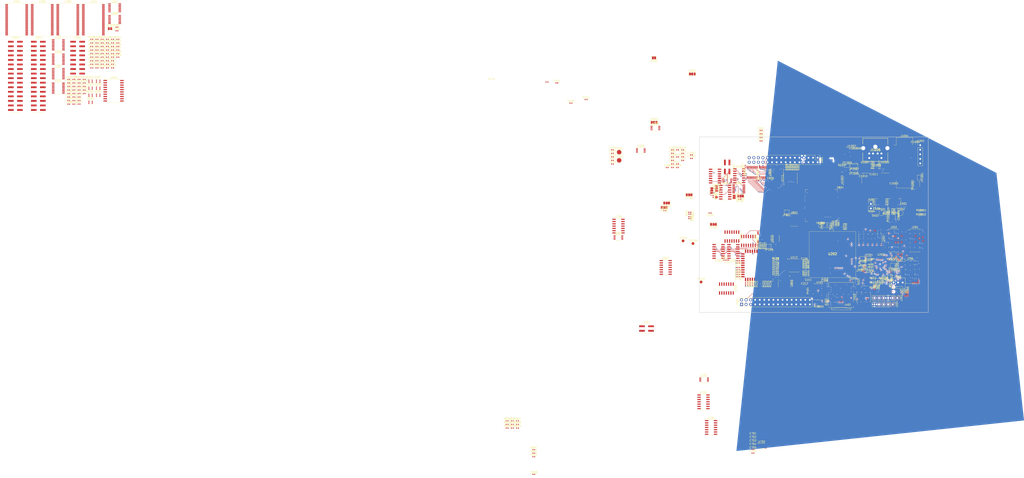
<source format=kicad_pcb>
(kicad_pcb (version 20241229) (generator "pcbnew") (generator_version "9.0")
  (layers (0 "F.Cu" signal) (4 "In1.Cu" signal) (6 "In2.Cu" signal) (2 "B.Cu" signal) (13 "F.Paste" user) (15 "B.Paste" user) (5 "F.SilkS" user "F.Silkscreen") (7 "B.SilkS" user "B.Silkscreen") (1 "F.Mask" user) (3 "B.Mask" user) (25 "Edge.Cuts" user))
  (net 0 "")
  (net 1 "GND")
  (net 2 "+5V")
  (net 3 "Net-(C203-Pad2)")
  (net 4 "/DMA Peripheral Interface/DMA Peripheral Interface Module/CLKIN")
  (net 5 "Net-(JP203-A)")
  (net 6 "+3V3")
  (net 7 "+2V8")
  (net 8 "RESB")
  (net 9 "Net-(D101-A)")
  (net 10 "Net-(D301-A)")
  (net 11 "/SRAM Banks/A2")
  (net 12 "/SRAM Banks/A1")
  (net 13 "/SRAM Banks/A3")
  (net 14 "/SRAM Banks/A0_PREDEC")
  (net 15 "/SRAM Banks/A7")
  (net 16 "/SRAM Banks/A6")
  (net 17 "/SRAM Banks/A4")
  (net 18 "/SRAM Banks/A5")
  (net 19 "/SRAM Banks/A18")
  (net 20 "/SRAM Banks/A17")
  (net 21 "/SRAM Banks/A16")
  (net 22 "/SRAM Banks/RW_3")
  (net 23 "Net-(D305-A)")
  (net 24 "/SRAM Banks/LD5")
  (net 25 "/SRAM Banks/LD7")
  (net 26 "/SRAM Banks/LD0")
  (net 27 "/SRAM Banks/LD2")
  (net 28 "/SRAM Banks/LD4")
  (net 29 "/SRAM Banks/LD6")
  (net 30 "/SRAM Banks/LD3")
  (net 31 "/SRAM Banks/LD1")
  (net 32 "/SRAM Banks/A8")
  (net 33 "/SRAM Banks/A10")
  (net 34 "/SRAM Banks/A11")
  (net 35 "/SRAM Banks/A9")
  (net 36 "/SRAM Banks/A12")
  (net 37 "/SRAM Banks/A13")
  (net 38 "/SRAM Banks/A14")
  (net 39 "/SRAM Banks/A15")
  (net 40 "Net-(D401-A)")
  (net 41 "/DMA Peripheral Interface/DMA Peripheral Interface Module/PIC Peripherals/OC_SS_SD")
  (net 42 "Net-(D501-A)")
  (net 43 "Net-(D502-A)")
  (net 44 "Net-(D503-A)")
  (net 45 "Net-(D601-K)")
  (net 46 "Net-(D601-A)")
  (net 47 "Net-(D901-A)")
  (net 48 "Net-(D901-K)")
  (net 49 "Net-(JP101-B)")
  (net 50 "/~{PHI2_LATE}")
  (net 51 "Net-(JP102-C)")
  (net 52 "/~{PHI2_LATER}")
  (net 53 "/~{PHI2}")
  (net 54 "Net-(JP103-C)")
  (net 55 "Net-(JP104-C)")
  (net 56 "/PHI2_LATE")
  (net 57 "PHI2")
  (net 58 "/PHI2_VERYLATE")
  (net 59 "Net-(JP105-C)")
  (net 60 "Net-(JP106-C)")
  (net 61 "Net-(JP107-C)")
  (net 62 "Net-(JP108-C)")
  (net 63 "/Character IO/LCD0_CONTRAST")
  (net 64 "Net-(JP201-A)")
  (net 65 "Net-(JP202-B)")
  (net 66 "ICSPMCLR")
  (net 67 "/DMA Peripheral Interface/DMA Peripheral Interface Module/DMA_BS")
  (net 68 "/DMA Peripheral Interface/DMA Peripheral Interface Module/AUX_SEL")
  (net 70 "/DMA Peripheral Interface/DMA Peripheral Interface Module/DMA_OE")
  (net 71 "Net-(J202-Pin_6)")
  (net 72 "/DMA Peripheral Interface/DMA Peripheral Interface Module/DMA_RW")
  (net 73 "Net-(J202-Pin_8)")
  (net 74 "/DMA Peripheral Interface/DMA Peripheral Interface Module/DMA_CE")
  (net 75 "Net-(JP209-C)")
  (net 76 "ICSPCLK")
  (net 77 "ICSPDAT")
  (net 78 "/SRAM Banks/~{RAMEN_3}")
  (net 79 "Net-(JP301-A)")
  (net 80 "Net-(JP601-A)")
  (net 81 "Net-(JP601-C)")
  (net 82 "Net-(JP602-B)")
  (net 83 "Net-(JP602-C)")
  (net 84 "Net-(JP602-A)")
  (net 85 "Net-(JP801-B)")
  (net 86 "Net-(JP801-A)")
  (net 87 "Net-(JP901-A)")
  (net 88 "Net-(JP901-B)")
  (net 89 "Net-(J1001-Pin_16)")
  (net 90 "Net-(JP1005-A)")
  (net 91 "Net-(JP1005-B)")
  (net 92 "Net-(JP1006-A)")
  (net 93 "Net-(JP1006-C)")
  (net 94 "/Character IO/KEY_CLK")
  (net 95 "Net-(JP1007-B)")
  (net 96 "Net-(JP1007-C)")
  (net 97 "Net-(U104-~{SO})")
  (net 98 "Net-(U104-BE)")
  (net 99 "/RDY")
  (net 100 "/~{NMI}")
  (net 101 "/~{IRQ}")
  (net 102 "/PHI2_BUSR")
  (net 103 "Net-(U104-R{slash}~{W})")
  (net 104 "/R~{W}")
  (net 105 "/VIACLK")
  (net 106 "Net-(U104-A0)")
  (net 107 "/A0")
  (net 108 "Net-(U104-A1)")
  (net 109 "/A1")
  (net 110 "/A2")
  (net 111 "Net-(U104-A2)")
  (net 112 "Net-(U104-A3)")
  (net 113 "/A3")
  (net 114 "Net-(U104-A4)")
  (net 115 "/A4")
  (net 116 "/A5")
  (net 117 "Net-(U104-A5)")
  (net 118 "/A6")
  (net 119 "Net-(U104-A6)")
  (net 120 "Net-(U104-A7)")
  (net 121 "/A7")
  (net 122 "Net-(U104-A8)")
  (net 123 "/A8")
  (net 124 "Net-(U104-A9)")
  (net 125 "/A9")
  (net 126 "Net-(U104-A10)")
  (net 127 "/A10")
  (net 128 "/A11")
  (net 129 "Net-(U104-A11)")
  (net 130 "Net-(U104-A12)")
  (net 131 "/A12")
  (net 132 "/A13")
  (net 133 "Net-(U104-A13)")
  (net 134 "Net-(U104-A14)")
  (net 135 "/A14")
  (net 136 "Net-(U104-A15)")
  (net 137 "/A15")
  (net 138 "Net-(U104-D0)")
  (net 139 "/D0")
  (net 140 "Net-(U104-D1)")
  (net 141 "/D1")
  (net 142 "/D2")
  (net 143 "Net-(U104-D2)")
  (net 144 "Net-(U104-D3)")
  (net 145 "/D3")
  (net 146 "Net-(U104-D4)")
  (net 147 "/D4")
  (net 148 "Net-(U104-D5)")
  (net 149 "/D5")
  (net 150 "Net-(U104-D6)")
  (net 151 "/D6")
  (net 152 "/D7")
  (net 153 "Net-(U104-D7)")
  (net 154 "/FAULTCLK")
  (net 155 "/RAMCLK")
  (net 156 "/DMA Peripheral Interface/DMA Peripheral Interface Module/CLKOUT")
  (net 157 "SDA")
  (net 158 "SCL")
  (net 159 "Net-(U202-D0_L)")
  (net 160 "/DMA Peripheral Interface/6502_D0")
  (net 161 "/DMA Peripheral Interface/6502_D1")
  (net 162 "Net-(U202-D1_L)")
  (net 163 "Net-(U202-D2_L)")
  (net 164 "/DMA Peripheral Interface/6502_D2")
  (net 165 "/DMA Peripheral Interface/6502_D3")
  (net 166 "Net-(U202-D3_L)")
  (net 167 "/DMA Peripheral Interface/6502_D4")
  (net 168 "Net-(U202-D4_L)")
  (net 169 "Net-(U202-D5_L)")
  (net 170 "/DMA Peripheral Interface/6502_D5")
  (net 171 "/DMA Peripheral Interface/6502_D6")
  (net 172 "Net-(U202-D6_L)")
  (net 173 "/DMA Peripheral Interface/6502_D7")
  (net 174 "Net-(U202-D7_L)")
  (net 175 "Net-(J201-Pin_4)")
  (net 176 "Net-(J201-Pin_5)")
  (net 177 "/DMA Peripheral Interface/DMA Peripheral Interface Module/DMA_INT")
  (net 178 "Net-(U203-VPP{slash}~{MCLR}{slash}RE3)")
  (net 179 "/DMA Peripheral Interface/DMA Peripheral Interface Module/UARTtx")
  (net 180 "Net-(U203-RB5)")
  (net 181 "/DMA Peripheral Interface/DMA Peripheral Interface Module/UARTrx")
  (net 182 "Net-(U203-RA1)")
  (net 183 "/SRAM Banks/D7")
  (net 184 "/SRAM Banks/D6")
  (net 185 "/SRAM Banks/D5")
  (net 186 "Net-(J202-Pin_2)")
  (net 187 "/SRAM Banks/D4")
  (net 188 "/SRAM Banks/D3")
  (net 189 "Net-(J202-Pin_7)")
  (net 190 "/SRAM Banks/D2")
  (net 191 "Net-(J202-Pin_4)")
  (net 192 "Net-(J202-Pin_9)")
  (net 193 "/SRAM Banks/D1")
  (net 194 "/SRAM Banks/D0")
  (net 195 "Net-(J202-Pin_5)")
  (net 196 "Net-(U301-B1)")
  (net 197 "Net-(U301-B2)")
  (net 198 "Net-(U301-B3)")
  (net 199 "Net-(U301-B4)")
  (net 200 "Net-(U301-B5)")
  (net 201 "Net-(U301-B6)")
  (net 202 "Net-(U301-B7)")
  (net 203 "Net-(U301-B8)")
  (net 204 "Net-(U301-A1)")
  (net 205 "Net-(U301-A2)")
  (net 206 "Net-(U301-A3)")
  (net 207 "Net-(U301-A4)")
  (net 208 "Net-(U301-A5)")
  (net 209 "Net-(U301-A6)")
  (net 210 "Net-(U301-A7)")
  (net 211 "Net-(U301-A8)")
  (net 212 "Net-(U305-1Y3)")
  (net 213 "Net-(U305-1Y2)")
  (net 214 "Net-(U305-1Y1)")
  (net 215 "Net-(U305-1Y0)")
  (net 216 "Net-(U305-2Y3)")
  (net 217 "Net-(U305-2Y2)")
  (net 218 "Net-(U305-2Y1)")
  (net 219 "Net-(U305-2Y0)")
  (net 220 "Net-(U307-1Y3)")
  (net 221 "Net-(U307-1Y2)")
  (net 222 "/SRAM Banks/3vPHI2")
  (net 223 "Net-(U307-1Y1)")
  (net 224 "Net-(U307-1Y0)")
  (net 225 "/SRAM Banks/A20")
  (net 226 "Net-(U307-2Y3)")
  (net 227 "/SRAM Banks/A19")
  (net 228 "Net-(U307-2Y2)")
  (net 229 "Net-(U307-2Y1)")
  (net 230 "Net-(U307-2Y0)")
  (net 231 "Net-(U311-1Y3)")
  (net 232 "Net-(U311-1Y2)")
  (net 233 "Net-(U311-1Y1)")
  (net 234 "Net-(U311-1Y0)")
  (net 235 "Net-(U311-2Y3)")
  (net 236 "Net-(U311-2Y2)")
  (net 237 "Net-(U311-2Y1)")
  (net 238 "Net-(U311-2Y0)")
  (net 239 "/DMA Peripheral Interface/DMA Peripheral Interface Module/PIC Peripherals/SD_MISO")
  (net 240 "/DMA Peripheral Interface/DMA Peripheral Interface Module/PIC Peripherals/OC_MOSI")
  (net 241 "/DMA Peripheral Interface/DMA Peripheral Interface Module/PIC Peripherals/OC_SCK")
  (net 242 "Net-(U501-GND)")
  (net 243 "/SRAM Banks/PA14")
  (net 244 "/SRAM Banks/PA15")
  (net 245 "/SRAM Banks/PA16")
  (net 246 "/SRAM Banks/PA17")
  (net 247 "/SRAM Banks/PA18")
  (net 248 "/SRAM Banks/PA19")
  (net 249 "/SRAM Banks/PA20")
  (net 250 "/SRAM Banks/PA21")
  (net 251 "/Character IO/KEY_DAT")
  (net 252 "Net-(J301-Pin_8)")
  (net 253 "Net-(J301-Pin_10)")
  (net 254 "Net-(J301-Pin_6)")
  (net 255 "Net-(J301-Pin_12)")
  (net 256 "Net-(J301-Pin_16)")
  (net 257 "Net-(J301-Pin_18)")
  (net 258 "Net-(J301-Pin_4)")
  (net 259 "Net-(J301-Pin_14)")
  (net 260 "Net-(TP101-Pad1)")
  (net 261 "/~{ML}")
  (net 262 "Net-(TP103-Pad1)")
  (net 263 "Net-(TP105-Pad1)")
  (net 264 "Net-(U202-INT_L)")
  (net 269 "Net-(U102A-D)")
  (net 270 "/~{IRQ_SYNC}")
  (net 273 "/~{NMI_SYNC}")
  (net 275 "Net-(U103A-D)")
  (net 277 "/SYNC")
  (net 278 "/~{VPB}")
  (net 279 "Net-(U105-Pad13)")
  (net 280 "/~{WRITBANKEN}")
  (net 281 "Net-(U108-~{IRQ})")
  (net 282 "/~{DMA_CS}")
  (net 283 "/NMI_TIMER")
  (net 284 "Net-(U505B-~{Q})")
  (net 285 "/XLEVEL_KERNEL")
  (net 286 "Net-(U107-Pad2)")
  (net 287 "/Bank Selection/~{WBANKCK}")
  (net 288 "/Character IO/~{DATA_READY}")
  (net 289 "/Character IO/LCDEN")
  (net 290 "/Character IO/PA1")
  (net 291 "/IO_CMD")
  (net 292 "/VIA_CS1")
  (net 293 "/Character IO/PA2")
  (net 294 "/~{UMINH}")
  (net 295 "/Character IO/PA3")
  (net 296 "/Character IO/LCD_RS")
  (net 297 "/Character IO/LCDSEL0")
  (net 298 "/Character IO/PA0")
  (net 299 "/Character IO/PA5")
  (net 300 "/VIA_~{CS2}")
  (net 301 "/Character IO/LCDSEL1")
  (net 302 "/Character IO/PA7")
  (net 303 "/Character IO/PA6")
  (net 304 "/Character IO/~{DATA_TAKEN}")
  (net 305 "/Character IO/PA4")
  (net 306 "Net-(U801B-O1)")
  (net 307 "Net-(U804-Cp)")
  (net 309 "Net-(U803-Cp)")
  (net 310 "Net-(U802-Cp)")
  (net 311 "Net-(U801B-O0)")
  (net 312 "Net-(U805-Cp)")
  (net 313 "Net-(U801B-O2)")
  (net 314 "Net-(U801B-O3)")
  (net 315 "Net-(U110-Pad8)")
  (net 316 "Net-(U110-Pad9)")
  (net 317 "/~{HIMEM}")
  (net 318 "Net-(U110-Pad6)")
  (net 319 "/XLEVEL_USER")
  (net 320 "Net-(U505A-J)")
  (net 321 "/Bank Selection/WBANKCK2")
  (net 322 "/HIMEM")
  (net 323 "/DMA Peripheral Interface/DMA Peripheral Interface Module/PIC_INT")
  (net 325 "MOSI")
  (net 327 "/DMA Peripheral Interface/DMA Peripheral Interface Module/SS_SD")
  (net 328 "/DMA Peripheral Interface/DMA Peripheral Interface Module/AUX_INT1")
  (net 329 "SCK")
  (net 330 "/DMA Peripheral Interface/DMA Peripheral Interface Module/DMA_A3")
  (net 331 "/DMA Peripheral Interface/DMA Peripheral Interface Module/DMA_A9")
  (net 332 "/DMA Peripheral Interface/DMA Peripheral Interface Module/DMA_D0")
  (net 333 "/DMA Peripheral Interface/DMA Peripheral Interface Module/DMA_D7")
  (net 334 "/DMA Peripheral Interface/DMA Peripheral Interface Module/DMA_A4")
  (net 335 "/DMA Peripheral Interface/DMA Peripheral Interface Module/DMA_A5")
  (net 336 "/DMA Peripheral Interface/DMA Peripheral Interface Module/DMA_D6")
  (net 337 "/DMA Peripheral Interface/DMA Peripheral Interface Module/DMA_A8")
  (net 338 "/DMA Peripheral Interface/DMA Peripheral Interface Module/DMA_A0")
  (net 339 "/DMA Peripheral Interface/DMA Peripheral Interface Module/DMA_A6")
  (net 341 "/DMA Peripheral Interface/DMA Peripheral Interface Module/DMA_A1")
  (net 342 "/DMA Peripheral Interface/DMA Peripheral Interface Module/DMA_D1")
  (net 343 "/DMA Peripheral Interface/DMA Peripheral Interface Module/DMA_D3")
  (net 344 "/DMA Peripheral Interface/DMA Peripheral Interface Module/DMA_D5")
  (net 345 "/DMA Peripheral Interface/DMA Peripheral Interface Module/DMA_A7")
  (net 346 "/DMA Peripheral Interface/DMA Peripheral Interface Module/DMA_D4")
  (net 347 "/DMA Peripheral Interface/DMA Peripheral Interface Module/DMA_D2")
  (net 348 "/DMA Peripheral Interface/DMA Peripheral Interface Module/DMA_A10")
  (net 349 "/DMA Peripheral Interface/DMA Peripheral Interface Module/DMA_A2")
  (net 350 "Net-(J305-Pin_11)")
  (net 351 "Net-(J305-Pin_15)")
  (net 352 "MISO")
  (net 353 "Net-(U104-ϕ2O)")
  (net 354 "Net-(J305-Pin_14)")
  (net 355 "/DMA Peripheral Interface/DMA Peripheral Interface Module/SS_AUX")
  (net 356 "Net-(U104-ϕ1)")
  (net 357 "/DMA Peripheral Interface/DMA Peripheral Interface Module/SS_MEM")
  (net 358 "/SRAM Banks/~{WE}")
  (net 359 "Net-(U302-~{CE})")
  (net 360 "/SRAM Banks/~{A0}")
  (net 361 "/SRAM Banks/~{OE0}")
  (net 362 "/SRAM Banks/A0")
  (net 363 "/SRAM Banks/B26")
  (net 364 "/SRAM Banks/B23")
  (net 365 "/SRAM Banks/B25")
  (net 366 "/SRAM Banks/B20")
  (net 367 "/SRAM Banks/~{RAMEN_5}")
  (net 368 "/SRAM Banks/B22")
  (net 369 "/SRAM Banks/B21")
  (net 370 "/SRAM Banks/B27")
  (net 371 "/SRAM Banks/B24")
  (net 373 "Net-(U304A-O2)")
  (net 375 "Net-(U304A-O3)")
  (net 376 "Net-(U304A-O1)")
  (net 377 "/SRAM Banks/~{OE1}")
  (net 378 "/SRAM Banks/PHI2_5")
  (net 379 "/SRAM Banks/~{OE2}")
  (net 381 "/SRAM Banks/~{OE3}")
  (net 382 "/SRAM Banks/~{OE}")
  (net 387 "Net-(U503-Pad7)")
  (net 388 "Net-(U503-Pad5)")
  (net 389 "/High-Memory Address Decode/TOP2k")
  (net 390 "Net-(U503-Pad3)")
  (net 391 "/Privileges & Exception Handling/RESPRIV")
  (net 392 "/Privileges & Exception Handling/FAULT")
  (net 394 "Net-(U507-Pad3)")
  (net 395 "Net-(U507-Pad4)")
  (net 398 "Net-(U702-Pad1)")
  (net 399 "Net-(U702-Pad2)")
  (net 400 "Net-(U703-Pad13)")
  (net 401 "Net-(U703-Pad10)")
  (net 402 "Net-(U703-Pad11)")
  (net 403 "Net-(U706-Pad13)")
  (net 404 "Net-(U706-Pad12)")
  (net 405 "Net-(U801A-O0)")
  (net 406 "Net-(U801A-O1)")
  (net 407 "Net-(U801A-O2)")
  (net 408 "/PQ1")
  (net 409 "/PQ7")
  (net 410 "/PQ4")
  (net 411 "/PQ6")
  (net 412 "/PQ0")
  (net 413 "/PQ2")
  (net 414 "/PQ5")
  (net 415 "/PQ3")
  (net 416 "/Character IO/LCD0_EN")
  (net 420 "/Character IO/LCD1_EN")
  (net 421 "/Character IO/LCD3_EN")
  (net 422 "/Character IO/LCD2_EN")
  (net 424 "Net-(U1003-SER)")
  (net 426 "Net-(U1004-CLR)")
  (net 441 "/DMA Peripheral Interface/~{BUSY}")
  (net 442 "Net-(J305-Pin_13)")
  (net 443 "Net-(J305-Pin_10)")
  (net 444 "Net-(J305-Pin_12)")
  (net 445 "Net-(J305-Pin_9)")
  (net 446 "Net-(J305-Pin_16)")
  (net 449 "PHI2_CPU")
  (net 450 "Net-(R505-Pad2)")
  (net 452 "Net-(C503-Pad1)")
  (net 453 "Net-(C504-Pad1)")
  (footprint "Capacitor_SMD:C_0402_1005Metric" (layer "F.Cu") (at -205.72 14.36)
    (property "Reference" "C307")
    (property "Value" ".01u")
  )
  (footprint "Resistor_SMD:R_0402_1005Metric" (layer "F.Cu") (at -178.35 -15.84)
    (property "Reference" "R356")
    (property "Value" "10k")
  )
  (footprint "Resistor_SMD:R_0402_1005Metric" (layer "F.Cu") (at -184.17 -7.88)
    (property "Reference" "R342")
    (property "Value" "100")
  )
  (footprint "Resistor_SMD:R_0402_1005Metric" (layer "F.Cu") (at 153.67 67.8668 -90)
    (property "Reference" "R136")
    (property "Value" "33")
  )
  (footprint "Capacitor_SMD:C_0402_1005Metric" (layer "F.Cu") (at -199.98 12.39)
    (property "Reference" "C322")
    (property "Value" ".01u")
  )
  (footprint "Resistor_SMD:R_0402_1005Metric" (layer "F.Cu") (at -189.99 -17.83)
    (property "Reference" "R319")
    (property "Value" "100")
  )
  (footprint "Resistor_SMD:R_0402_1005Metric" (layer "F.Cu") (at 181.864 116.7035 -90)
    (property "Reference" "R123")
    (property "Value" "33")
  )
  (footprint "Capacitor_SMD:C_0402_1005Metric" (layer "F.Cu") (at 222.1576 84.0272)
    (property "Reference" "C208")
    (property "Value" ".1u")
  )
  (footprint "LED_SMD:LED_0402_1005Metric" (layer "F.Cu") (at 213.6142 128.143 180)
    (property "Reference" "D401")
    (property "Value" "LED")
  )
  (footprint "Capacitor_SMD:C_0402_1005Metric" (layer "F.Cu") (at 130.93 51.71)
    (property "Reference" "C512")
    (property "Value" "0.1u")
  )
  (footprint "Capacitor_SMD:C_0402_1005Metric" (layer "F.Cu") (at 178.5848 58.7756)
    (property "Reference" "C805")
    (property "Value" ".01u")
  )
  (footprint "Capacitor_SMD:C_0402_1005Metric" (layer "F.Cu") (at 53.622 213.162)
    (property "Reference" "C803")
    (property "Value" ".01u")
  )
  (footprint "Capacitor_SMD:C_0402_1005Metric" (layer "F.Cu") (at 53.622 209.222)
    (property "Reference" "C801")
    (property "Value" ".1u")
  )
  (footprint "Potentiometer_SMD:Potentiometer_Bourns_TC33X_Vertical" (layer "F.Cu") (at 253.5148 79.7824 90)
    (property "Reference" "RV501")
    (property "Value" "300")
  )
  (footprint "Resistor_SMD:R_0402_1005Metric" (layer "F.Cu") (at 254.9748 75.8324 180)
    (property "Reference" "R503")
    (property "Value" "120")
  )
  (footprint "Resistor_SMD:R_0402_1005Metric" (layer "F.Cu") (at -192.9 -13.85)
    (property "Reference" "R312")
    (property "Value" "33")
  )
  (footprint "Capacitor_SMD:C_0402_1005Metric" (layer "F.Cu") (at 244.8612 120.2182)
    (property "Reference" "C401")
    (property "Value" "1u")
  )
  (footprint "Resistor_SMD:R_0402_1005Metric" (layer "F.Cu") (at 60.985 4)
    (property "Reference" "R134")
    (property "Value" "510")
  )
  (footprint "Package_SO:TSSOP-16_4.4x5mm_P0.65mm" (layer "F.Cu") (at -180.125 -37.49)
    (property "Reference" "U304")
    (property "Value" "74ACT139")
  )
  (footprint "Resistor_SMD:R_0402_1005Metric" (layer "F.Cu") (at 167.64 110.0975 180)
    (property "Reference" "R114")
    (property "Value" "33")
  )
  (footprint "Capacitor_SMD:C_0402_1005Metric" (layer "F.Cu") (at 97.5 43.83)
    (property "Reference" "C102")
    (property "Value" ".1u")
  )
  (footprint "Package_SO:TSOP-II-44_10.16x18.41mm_P0.8mm" (layer "F.Cu") (at -220.5 -30.8)
    (property "Reference" "U306")
    (property "Value" "~")
  )
  (footprint "Package_SO:TSSOP-16_4.4x5mm_P0.65mm" (layer "F.Cu") (at 249.6155 52.07)
    (property "Reference" "U1001")
    (property "Value" "74ACT139")
  )
  (footprint "Resistor_SMD:R_0402_1005Metric" (layer "F.Cu") (at 226.5746 84.6602 -90)
    (property "Reference" "R216")
    (property "Value" "10k")
  )
  (footprint "Capacitor_SMD:C_0402_1005Metric" (layer "F.Cu") (at 254.6096 103.4542)
    (property "Reference" "C405")
    (property "Value" ".01u")
  )
  (footprint "Jumper:SolderJumper-2_P1.3mm_Open_Pad1.0x1.5mm" (layer "F.Cu") (at 194.6586 76.4938 180)
    (property "Reference" "JP801")
    (property "Value" "Jumper_2_Small_Open")
  )
  (footprint "Connector_PinHeader_2.54mm:PinHeader_2x16_P2.54mm_Vertical_SMD" (layer "F.Cu") (at -222.68 0.54)
    (property "Reference" "J304")
    (property "Value" "Conn_02x16_Odd_Even")
  )
  (footprint "Package_TO_SOT_SMD:SOT-363_SC-70-6" (layer "F.Cu") (at -189.3 3.555)
    (property "Reference" "D307")
    (property "Value" "BAT54CDW")
  )
  (footprint "Resistor_SMD:R_0402_1005Metric" (layer "F.Cu") (at 197.2564 51.5092 -90)
    (property "Reference" "R304")
    (property "Value" "0")
  )
  (footprint "Connector_PinHeader_2.54mm:PinHeader_2x16_P2.54mm_Vertical" (layer "F.Cu") (at 169.4688 128.1176 90)
    (property "Reference" "J302")
    (property "Value" "Conn_02x16_Odd_Even")
  )
  (footprint "Capacitor_SMD:C_0402_1005Metric" (layer "F.Cu") (at 175.82 207.195)
    (property "Reference" "C704")
    (property "Value" ".1u")
  )
  (footprint "Resistor_SMD:R_0402_1005Metric" (layer "F.Cu") (at 198.2216 51.5092 -90)
    (property "Reference" "R303")
    (property "Value" "0")
  )
  (footprint "Resistor_SMD:R_0402_1005Metric" (layer "F.Cu") (at 188.466 101.2075 180)
    (property "Reference" "R108")
    (property "Value" "33")
  )
  (footprint "Capacitor_SMD:C_0402_1005Metric" (layer "F.Cu") (at 204.47 103.759)
    (property "Reference" "C106")
    (property "Value" ".1u")
  )
  (footprint "Resistor_SMD:R_0402_1005Metric" (layer "F.Cu") (at -192.9 -19.82)
    (property "Reference" "R309")
    (property "Value" "33")
  )
  (footprint "Resistor_SMD:R_0402_1005Metric" (layer "F.Cu") (at 242.7016 112.2172 180)
    (property "Reference" "R403")
    (property "Value" "10k")
  )
  (footprint "Jumper:SolderJumper-3_P1.3mm_Bridged12_Pad1.0x1.5mm" (layer "F.Cu") (at 140.2288 66.9544 180)
    (property "Reference" "JP106")
    (property "Value" "FaultClock Sel")
  )
  (footprint "Capacitor_SMD:C_0402_1005Metric" (layer "F.Cu") (at 252.5148 76.2624 -90)
    (property "Reference" "C523")
    (property "Value" "10u")
  )
  (footprint "Capacitor_SMD:C_0402_1005Metric" (layer "F.Cu") (at 175.82 209.165)
    (property "Reference" "C705")
    (property "Value" ".1u")
  )
  (footprint "Capacitor_SMD:C_0402_1005Metric" (layer "F.Cu") (at 136.67 41.86)
    (property "Reference" "C519")
    (property "Value" "0.1u")
  )
  (footprint "Jumper:SolderJumper-2_P1.3mm_Bridged2Bar_Pad1.0x1.5mm" (layer "F.Cu") (at 184.658 95.758 180)
    (property "Reference" "JP109")
    (property "Value" "Jumper_2_Small_Bridged")
  )
  (footprint "Capacitor_SMD:C_0402_1005Metric" (layer "F.Cu") (at -197.11 6.48)
    (property "Reference" "C327")
    (property "Value" ".1u")
  )
  (footprint "Capacitor_SMD:C_0402_1005Metric" (layer "F.Cu") (at 141.54 44.68)
    (property "Reference" "C1001")
    (property "Value" ".1u")
  )
  (footprint "Resistor_SMD:R_0402_1005Metric" (layer "F.Cu") (at 233.6826 115.2672 -90)
    (property "Reference" "R221")
    (property "Value" "4.7k")
  )
  (footprint "Capacitor_SMD:C_0402_1005Metric" (layer "F.Cu") (at 133.8 49.74)
    (property "Reference" "C517")
    (property "Value" "0.1u")
  )
  (footprint "Resistor_SMD:R_0402_1005Metric" (layer "F.Cu") (at 255.9148 77.3224 -90)
    (property "Reference" "R506")
    (property "Value" "1")
  )
  (footprint "Package_SO:SSOP-20_5.3x7.2mm_P0.65mm" (layer "F.Cu") (at 198.755 106.4)
    (property "Reference" "U112")
    (property "Value" "SN74CBT3245CDBR" (hide yes))
  )
  (footprint "Resistor_SMD:R_0402_1005Metric" (layer "F.Cu") (at 199.1868 51.5092 -90)
    (property "Reference" "R302")
    (property "Value" "0")
  )
  (footprint "Connector_PinHeader_2.54mm:PinHeader_2x03_P2.54mm_Vertical_SMD" (layer "F.Cu") (at 237.4926 124.0432 90)
    (property "Reference" "J403")
    (property "Value" "Conn_02x03_Odd_Even")
  )
  (footprint "Package_SO:SOIC-14_3.9x8.7mm_P1.27mm" (layer "F.Cu") (at 156.6305 98.552 180)
    (property "Reference" "U103")
    (property "Value" "74HC74")
  )
  (footprint "Resistor_SMD:R_0402_1005Metric" (layer "F.Cu") (at 188.466 103.7475)
    (property "Reference" "R126")
    (property "Value" "33")
  )
  (footprint "Resistor_SMD:R_0402_1005Metric" (layer "F.Cu") (at 268.7605 76.7456)
    (property "Reference" "R501")
    (property "Value" "470")
  )
  (footprint "Capacitor_SMD:C_0402_1005Metric" (layer "F.Cu") (at 215.956 115.0366)
    (property "Reference" "C210")
    (property "Value" "1u")
  )
  (footprint "Package_QFP:TQFP-48_7x7mm_P0.5mm" (layer "F.Cu") (at 247.1606 106.1302)
    (property "Reference" "U203")
    (property "Value" "PIC16F15385-xPT")
  )
  (footprint "Resistor_SMD:R_0402_1005Metric" (layer "F.Cu") (at 205.2406 104.8552)
    (property "Reference" "R205")
    (property "Value" "33")
  )
  (footprint "Resistor_SMD:R_0402_1005Metric" (layer "F.Cu") (at 174.244 116.7015 -90)
    (property "Reference" "R119")
    (property "Value" "33")
  )
  (footprint "Capacitor_SMD:C_0402_1005Metric" (layer "F.Cu") (at 141.54 46.65)
    (property "Reference" "C1002")
    (property "Value" ".01u")
  )
  (footprint "Capacitor_SMD:C_0402_1005Metric" (layer "F.Cu") (at 175.82 201.285)
    (property "Reference" "C701")
    (property "Value" ".1u")
  )
  (footprint "Jumper:SolderJumper-3_P1.3mm_Bridged12_Pad1.0x1.5mm" (layer "F.Cu") (at 232.1768 53.34 180)
    (property "Reference" "JP1006")
    (property "Value" "SolderJumper_3_Bridged12")
  )
  (footprint "Capacitor_SMD:C_0402_1005Metric" (layer "F.Cu") (at 171.5516 51.026 90)
    (property "Reference" "C807")
    (property "Value" ".01u")
  )
  (footprint "Resistor_SMD:R_0402_1005Metric" (layer "F.Cu") (at 188.466 108.8275)
    (property "Reference" "R130")
    (property "Value" "33")
  )
  (footprint "Capacitor_SMD:C_0402_1005Metric" (layer "F.Cu") (at 97.5 47.77)
    (property "Reference" "C104")
    (property "Value" ".1u")
  )
  (footprint "Capacitor_SMD:C_0402_1005Metric" (layer "F.Cu") (at 250.5148 77.7324)
    (property "Reference" "C503")
    (property "Value" "10u")
  )
  (footprint "Capacitor_SMD:C_0402_1005Metric" (layer "F.Cu") (at 255.9148 79.2524 -90)
    (property "Reference" "C504")
    (property "Value" "10u")
  )
  (footprint "Resistor_SMD:R_0402_1005Metric" (layer "F.Cu") (at 205.2386 107.9032)
    (property "Reference" "R208")
    (property "Value" "33")
  )
  (footprint "Resistor_SMD:R_0402_1005Metric" (layer "F.Cu") (at 172.974 116.7015 -90)
    (property "Reference" "R118")
    (property "Value" "33")
  )
  (footprint "Capacitor_SMD:C_0402_1005Metric" (layer "F.Cu") (at 133.8 51.71)
    (property "Reference" "C518")
    (property "Value" "0.1u")
  )
  (footprint "Capacitor_SMD:C_0402_1005Metric" (layer "F.Cu") (at -199.98 6.48)
    (property "Reference" "C319")
    (property "Value" ".1u")
  )
  (footprint "Resistor_SMD:R_0402_1005Metric" (layer "F.Cu") (at 180.594 116.7035 -90)
    (property "Reference" "R122")
    (property "Value" "33")
  )
  (footprint "Capacitor_SMD:C_0402_1005Metric" (layer "F.Cu") (at 53.622 223.012)
    (property "Reference" "C808")
    (property "Value" ".01u")
  )
  (footprint "Resistor_SMD:R_0402_1005Metric" (layer "F.Cu") (at -184.17 -3.9)
    (property "Reference" "R344")
    (property "Value" "100")
  )
  (footprint "Package_TO_SOT_SMD:SOT-363_SC-70-6" (layer "F.Cu") (at -193.55 11.405)
    (property "Reference" "D304")
    (property "Value" "BAT54CDW")
  )
  (footprint "Connector_PinHeader_2.54mm:PinHeader_2x05_P2.54mm_Vertical_SMD" (layer "F.Cu") (at 263.411 109.9566)
    (property "Reference" "J206")
    (property "Value" "Conn_02x05_Odd_Even")
  )
  (footprint "Capacitor_SMD:C_0402_1005Metric" (layer "F.Cu") (at 233.6572 39.878 180)
    (property "Reference" "C1008")
    (property "Value" "1u")
  )
  (footprint "Resistor_SMD:R_0402_1005Metric" (layer "F.Cu") (at 205.2366 110.9512)
    (property "Reference" "R210")
    (property "Value" "33")
  )
  (footprint "Resistor_SMD:R_0402_1005Metric" (layer "F.Cu") (at -189.99 -19.82)
    (property "Reference" "R318")
    (property "Value" "100")
  )
  (footprint "Capacitor_SMD:C_0402_1005Metric" (layer "F.Cu") (at 239.3976 107.1652 -90)
    (property "Reference" "C214")
    (property "Value" "1u")
  )
  (footprint "Jumper:SolderJumper-2_P1.3mm_Bridged2Bar_Pad1.0x1.5mm" (layer "F.Cu") (at 120.65 -9.5 180)
    (property "Reference" "JP901")
    (property "Value" "Jumper_2_Small_Bridged")
  )
  (footprint "Connector_PinHeader_2.54mm:PinHeader_1x05_P2.54mm_Vertical" (layer "F.Cu") (at 269.113 39.243)
    (property "Reference" "J1002")
    (property "Value" "LCD_ENs" (hide yes))
  )
  (footprint "Capacitor_SMD:C_0402_1005Metric" (layer "F.Cu") (at -199.98 8.45)
    (property "Reference" "C320")
    (property "Value" ".1u")
  )
  (footprint "Resistor_SMD:R_0402_1005Metric" (layer "F.Cu") (at -184.17 -13.85)
    (property "Reference" "R339")
    (property "Value" "100")
  )
  (footprint "Resistor_SMD:R_0402_1005Metric" (layer "F.Cu") (at 188.466 107.5575)
    (property "Reference" "R129")
    (property "Value" "33")
  )
  (footprint "Package_SO:SOIC-14_3.9x8.7mm_P1.27mm" (layer "F.Cu") (at 152.5 196.8)
    (property "Reference" "U705")
    (property "Value" "CD74HC4002M96")
  )
  (footprint "Resistor_SMD:R_0402_1005Metric" (layer "F.Cu") (at 188.466 110.0975)
    (property "Reference" "R131")
    (property "Value" "33")
  )
  (footprint "Jumper:SolderJumper-3_P1.3mm_Bridged12_Pad1.0x1.5mm" (layer "F.Cu") (at 168.91 67.6656 180)
    (property "Reference" "JP104")
    (property "Value" "SolderJumper_3_Bridged12")
  )
  (footprint "Capacitor_SMD:C_0402_1005Metric" (layer "F.Cu") (at 133.8 45.8)
    (property "Reference" "C515")
    (property "Value" "0.1u")
  )
  (footprint "Package_SO:SOIC-14_3.9x8.7mm_P1.27mm" (layer "F.Cu") (at 164.084 90.235 -90)
    (property "Reference" "U110")
    (property "Value" "74AHC08D-Q100J")
  )
  (footprint "Jumper:SolderJumper-3_P1.3mm_Bridged12_Pad1.0x1.5mm" (layer "F.Cu") (at 155.448 63.3984 -90)
    (property "Reference" "JP107")
    (property "Value" "FaultClock Sel")
  )
  (footprint "Package_SO:TSSOP-8_3x3mm_P0.65mm" (layer "F.Cu") (at 113.3 42.185)
    (property "Reference" "U509")
    (property "Value" "74AHC2G32DP")
  )
  (footprint "Resistor_SMD:R_0402_1005Metric" (layer "F.Cu") (at -184.17 -9.87)
    (property "Reference" "R341")
    (property "Value" "100")
  )
  (footprint "Capacitor_SMD:C_0402_1005Metric" (layer "F.Cu") (at -202.85 12.39)
    (property "Reference" "C314")
    (property "Value" ".01u")
  )
  (footprint "Resistor_SMD:R_0402_1005Metric" (layer "F.Cu") (at -192.9 -15.84)
    (property "Reference" "R311")
    (property "Value" "33")
  )
  (footprint "Crystal:Crystal_SMD_2016-4Pin_2.0x1.6mm" (layer "F.Cu") (at 253.6636 106.5672 -90)
    (property "Reference" "Y201")
    (property "Value" "NOPOP")
  )
  (footprint "Resistor_SMD:R_0402_1005Metric" (layer "F.Cu") (at -184.17 -5.89)
    (property "Reference" "R343")
    (property "Value" "470")
  )
  (footprint "Resistor_SMD:R_0402_1005Metric" (layer "F.Cu") (at 188.466 106.2875)
    (property "Reference" "R128")
    (property "Value" "33")
  )
  (footprint "Capacitor_SMD:C_0402_1005Metric" (layer "F.Cu") (at 222.1576 85.0432)
    (property "Reference" "C209")
    (property "Value" ".01u")
  )
  (footprint "Resistor_SMD:R_0402_1005Metric" (layer "F.Cu") (at -187.08 -7.88)
    (property "Reference" "R333")
    (property "Value" "100")
  )
  (footprint "Capacitor_SMD:C_0402_1005Metric" (layer "F.Cu") (at 97.5 41.86)
    (property "Reference" "C101")
    (property "Value" ".01u")
  )
  (footprint "Resistor_SMD:R_0402_1005Metric" (layer "F.Cu") (at -181.26 -3.9)
    (property "Reference" "R353")
    (property "Value" "10k")
  )
  (footprint "Resistor_SMD:R_0402_1005Metric" (layer "F.Cu") (at 205.2406 112.9832)
    (property "Reference" "R212")
    (property "Value" "33")
  )
  (footprint "Package_TO_SOT_SMD:SOT-363_SC-70-6" (layer "F.Cu") (at -193.55 3.555)
    (property "Reference" "D302")
    (property "Value" "BAT54CDW")
  )
  (footprint "Resistor_SMD:R_0402_1005Metric" (layer "F.Cu") (at -189.99 -7.88)
    (property "Reference" "R324")
    (property "Value" "100")
  )
  (footprint "Package_TO_SOT_SMD:SOT-363_SC-70-6" (layer "F.Cu") (at -189.3 7.48)
    (property "Reference" "D308")
    (property "Value" "BAT54CDW")
  )
  (footprint "Capacitor_SMD:C_0402_1005Metric" (layer "F.Cu") (at 180.368 36.895)
    (property "Reference" "C604")
    (property "Value" "1u")
  )
  (footprint "Resistor_SMD:R_0402_1005Metric" (layer "F.Cu") (at -187.08 -19.82)
    (property "Reference" "R327")
    (property "Value" "100")
  )
  (footprint "Package_SO:SOIC-14_3.9x8.7mm_P1.27mm" (layer "F.Cu") (at 161.0093 119.2784 -90)
    (property "Reference" "U703")
    (property "Value" "74AHC08D-Q100J")
  )
  (footprint "Resistor_SMD:R_0402_1005Metric" (layer "F.Cu") (at -184.17 -19.82)
    (property "Reference" "R336")
    (property "Value" "100")
  )
  (footprint "Capacitor_SMD:C_0402_1005Metric" (layer "F.Cu") (at 130.93 49.74)
    (property "Reference" "C511")
    (property "Value" "10u")
  )
  (footprint "Jumper:SolderJumper-2_P1.3mm_Bridged2Bar_Pad1.0x1.5mm" (layer "F.Cu") (at 165.354 68.072 -90)
    (property "Reference" "JP101")
    (property "Value" "Jumper_2_Small_Bridged")
  )
  (footprint "Capacitor_SMD:C_0402_1005Metric" (layer "F.Cu") (at 204.569 117.602)
    (property "Reference" "C212")
    (property "Value" "1u")
  )
  (footprint "Capacitor_SMD:C_0402_1005Metric" (layer "F.Cu") (at -197.11 2.54)
    (property "Reference" "C325")
    (property "Value" ".1u")
  )
  (footprint "Resistor_SMD:R_0402_1005Metric" (layer "F.Cu") (at -178.35 -9.87)
    (property "Reference" "R359")
    (property "Value" "10k")
  )
  (footprint "Package_SO:TSSOP-20_4.4x6.5mm_P0.65mm" (layer "F.Cu") (at 189.402 54.4576 90)
    (property "Reference" "U805")
    (property "Value" "SN74ABT574APWR")
  )
  (footprint "Connector_PinHeader_2.54mm:PinHeader_1x02_P2.54mm_Vertical" (layer "F.Cu") (at 241.6048 72.0344)
    (property "Reference" "J501")
    (property "Value" "+5VDC")
  )
  (footprint "Capacitor_SMD:C_0402_1005Metric" (layer "F.Cu") (at 130.93 43.83)
    (property "Reference" "C508")
    (property "Value" "0.1u")
  )
  (footprint "Package_TO_SOT_SMD:SOT-363_SC-70-6" (layer "F.Cu") (at -189.3 11.405)
    (property "Reference" "D309")
    (property "Value" "BAT54CDW")
  )
  (footprint "Resistor_SMD:R_0402_1005Metric" (layer "F.Cu") (at 168.5016 69.3928 180)
    (property "Reference" "R109")
    (property "Value" "33")
  )
  (footprint "Resistor_SMD:R_0402_1005Metric" (layer "F.Cu") (at -178.35 -19.82)
    (property "Reference" "R354")
    (property "Value" "10k")
  )
  (footprint "Connector_PinHeader_2.54mm:PinHeader_2x02_P2.54mm_Vertical_SMD" (layer "F.Cu") (at 161.4424 51.4096 -90)
    (property "Reference" "J101")
    (property "Value" "Conn_02x02_Odd_Even")
  )
  (footprint "Capacitor_SMD:C_0402_1005Metric" (layer "F.Cu") (at 241.4296 107.1092 -90)
    (property "Reference" "C216")
    (property "Value" ".01u")
  )
  (footprint "LED_SMD:LED_0402_1005Metric" (layer "F.Cu") (at 66.5 4.5)
    (property "Reference" "D101")
    (property "Value" "LED")
  )
  (footprint "Capacitor_SMD:C_0402_1005Metric" (layer "F.Cu") (at 245.2624 50.2184 -90)
    (property "Reference" "C1007")
    (property "Value" ".1u")
  )
  (footprint "Connector_PinHeader_2.54mm:PinHeader_1x05_P2.54mm_Vertical" (layer "F.Cu") (at 253.774 128.0922 -90)
    (property "Reference" "J204")
    (property "Value" "I2C")
  )
  (footprint "Package_SO:TSSOP-16_4.4x5mm_P0.65mm" (layer "F.Cu") (at 167.9448 63.6524)
    (property "Reference" "U801")
    (property "Value" "74ACT139")
  )
  (footprint "Capacitor_SMD:C_0402_1005Metric" (layer "F.Cu") (at 241.0486 108.6612 180)
    (property "Reference" "C202")
    (property "Value" ".01u")
  )
  (footprint "Jumper:SolderJumper-3_P1.3mm_Bridged12_Pad1.0x1.5mm" (layer "F.Cu") (at 232.186 50.8 180)
    (property "Reference" "JP1007")
    (property "Value" "SolderJumper_3_Bridged12")
  )
  (footprint "Jumper:SolderJumper-3_P1.3mm_Bridged12_Pad1.0x1.5mm" (layer "F.Cu") (at 142 -0.5)
    (property "Reference" "JP601")
    (property "Value" "SolderJumper_3_Bridged12")
  )
  (footprint "Resistor_SMD:R_0402_1005Metric" (layer "F.Cu") (at 195.326 51.5132 -90)
    (property "Reference" "R306")
    (property "Value" "0")
  )
  (footprint "Jumper:SolderJumper-2_P1.3mm_Open_Pad1.0x1.5mm" (layer "F.Cu") (at 218.4466 83.9152 -90)
    (property "Reference" "JP202")
    (property "Value" "Jumper_2_Small_Open")
  )
  (footprint "Resistor_SMD:R_0402_1005Metric" (layer "F.Cu") (at 205.2386 105.8712)
    (property "Reference" "R206")
    (property "Value" "33")
  )
  (footprint "Resistor_SMD:R_0402_1005Metric" (layer "F.Cu") (at 44.557 193.167)
    (property "Reference" "R807")
    (property "Value" "10k")
  )
  (footprint "LED_SMD:LED_0402_1005Metric" (layer "F.Cu") (at -178.835 -24.62)
    (property "Reference" "D305")
    (property "Value" "LED")
  )
  (footprint "Package_SO:SOIC-14_3.9x8.7mm_P1.27mm" (layer "F.Cu") (at 160.3898 65.4812)
    (property "Reference" "U101")
    (property "Value" "74HC04")
  )
  (footprint "LED_SMD:LED_0402_1005Metric" (layer "F.Cu") (at 141.1224 77.1882 -90)
    (property "Reference" "D601")
    (property "Value" "LED")
  )
  (footprint "Capacitor_SMD:C_0402_1005Metric" (layer "F.Cu") (at 130.93 41.86)
    (property "Reference" "C507")
    (property "Value" "10u")
  )
  (footprint "Resistor_SMD:R_0402_1005Metric" (layer "F.Cu") (at -178.35 -11.86)
    (property "Reference" "R358")
    (property "Value" "10k")
  )
  (footprint "Resistor_SMD:R_0402_1005Metric" (layer "F.Cu") (at -181.26 -15.84)
    (property "Reference" "R347")
    (property "Value" "100")
  )
  (footprint "Resistor_SMD:R_0402_1005Metric" (layer "F.Cu") (at 38.737 195.157)
    (property "Reference" "R802")
    (property "Value" "10k")
  )
  (footprint "Capacitor_SMD:C_0402_1005Metric" (layer "F.Cu") (at 97.5 49.74)
    (property "Reference" "C105")
    (property "Value" ".1u")
  )
  (footprint "Resistor_SMD:R_0402_1005Metric" (layer "F.Cu") (at 194.3608 51.5132 -90)
    (property "Reference" "R307")
    (property "Value" "0")
  )
  (footprint "Package_SO:TSSOP-20_4.4x6.5mm_P0.65mm" (layer "F.Cu") (at -211.525 -0.69)
    (property "Reference" "U307")
    (property "Value" "74LVC244APW")
  )
  (footprint "Capacitor_SMD:C_0402_1005Metric" (layer "F.Cu") (at -202.85 14.36)
    (property "Reference" "C315")
    (property "Value" ".1u")
  )
  (footprint "Package_SO:TSSOP-8_3x3mm_P0.65mm" (layer "F.Cu") (at 161.544 59.0804)
    (property "Reference" "U107")
    (property "Value" "74AHC2G00")
  )
  (footprint "Capacitor_SMD:C_0402_1005Metric" (layer "F.Cu") (at -197.11 8.45)
    (property "Reference" "C328")
    (property "Value" ".01u")
  )
  (footprint "Package_SO:TSSOP-16_4.4x5mm_P0.65mm" (layer "F.Cu") (at 238.379 52.07)
    (property "Reference" "U1004")
    (property "Value" "74HC193")
  )
  (footprint "Jumper:SolderJumper-2_P1.3mm_Bridged2Bar_Pad1.0x1.5mm" (layer "F.Cu") (at 215.9066 83.9152 90)
    (property "Reference" "JP201")
    (property "Value" "Jumper_2_Small_Bridged")
  )
  (footprint "Capacitor_SMD:C_0402_1005Metric" (layer "F.Cu") (at -205.72 12.39)
    (property "Reference" "C306")
    (property "Value" ".01u")
  )
  (footprint "Capacitor_SMD:C_0402_1005Metric" (layer "F.Cu") (at 180.368 30.985)
    (property "Reference" "C601")
    (property "Value" "0.1u")
  )
  (footprint "Capacitor_SMD:C_0402_1005Metric" (layer "F.Cu") (at -197.11 10.42)
    (property "Reference" "C329")
    (property "Value" ".1u")
  )
  (footprint "Capacitor_SMD:C_0402_1005Metric" (layer "F.Cu") (at -205.72 16.33)
    (property "Reference" "C308")
    (property "Value" ".1u")
  )
  (footprint "Package_TO_SOT_SMD:SOT-223-3_TabPin2" (layer "F.Cu") (at 247.5648 70.8824 90)
    (property "Reference" "U502")
    (property "Value" "LD1117S33TR_SOT223")
  )
  (footprint "Resistor_SMD:R_0402_1005Metric" (layer "F.Cu") (at 181.6215 95.375 -90)
    (property "Reference" "R102")
    (property "Value" "10k")
  )
  (footprint "Resistor_SMD:R_0402_1005Metric" (layer "F.Cu") (at 167.64 108.8275 180)
    (property "Reference" "R113")
    (property "Value" "33")
  )
  (footprint "Capacitor_SMD:C_0402_1005Metric" (layer "F.Cu") (at 244.7848 75.8324)
    (property "Reference" "C505")
    (property "Value" "10u")
  )
  (footprint "Resistor_SMD:R_0402_1005Metric" (layer "F.Cu") (at 249.4286 113.8682)
    (property "Reference" "R214")
    (property "Value" "100")
  )
  (footprint "Capacitor_SMD:C_0402_1005Metric" (layer "F.Cu") (at 159.8395 103.378)
    (property "Reference" "C516")
    (property "Value" ".1u")
  )
  (footprint "Capacitor_SMD:C_0402_1005Metric" (layer "F.Cu") (at 254.2266 113.2052 90)
    (property "Reference" "C213")
    (property "Value" ".01u")
  )
  (footprint "Package_SO:TSSOP-20_4.4x6.5mm_P0.65mm" (layer "F.Cu") (at -211.525 -16.79)
    (property "Reference" "U301")
    (property "Value" "TXS0108EPW")
  )
  (footprint "TestPoint:TestPoint_Pad_D1.5mm" (layer "F.Cu") (at 136.8705 92.6435)
    (property "Reference" "TP109")
    (property "Value" "phi1")
  )
  (footprint "Connector:FanPinHeader_1x03_P2.54mm_Vertical" (layer "F.Cu") (at 254.2312 115.9002)
    (property "Reference" "J210")
    (property "Value" "UART")
  )
  (footprint "Capacitor_SMD:C_0402_1005Metric" (layer "F.Cu") (at 175.82 203.255)
    (property "Reference" "C702")
    (property "Value" ".1u")
  )
  (footprint "Resistor_SMD:R_0402_1005Metric" (layer "F.Cu") (at -184.17 -17.83)
    (property "Reference" "R337")
    (property "Value" "100")
  )
  (footprint "Connector_PinHeader_2.54mm:PinHeader_2x05_P2.54mm_Vertical_SMD" (layer "F.Cu") (at 254.2462 92.4814)
    (property "Reference" "J203")
    (property "Value" "Conn_02x05_Odd_Even")
  )
  (footprint "Resistor_SMD:R_0402_1005Metric" (layer "F.Cu") (at -187.08 -9.87)
    (property "Reference" "R332")
    (property "Value" "100")
  )
  (footprint "Resistor_SMD:R_0402_1005Metric" (layer "F.Cu") (at 183.134 116.6995 -90)
    (property "Reference" "R124")
    (property "Value" "33")
  )
  (footprint "Resistor_SMD:R_0402_1005Metric" (layer "F.Cu") (at -181.26 -5.89)
    (property "Reference" "R352")
    (property "Value" "10k")
  )
  (footprint "Package_TO_SOT_SMD:SOT-223-3_TabPin2" (layer "F.Cu") (at 254.8148 70.8824 90)
    (property "Reference" "U501")
    (property "Value" "LD1117STR")
  )
  (footprint "Package_SO:TSSOP-20_4.4x6.5mm_P0.65mm" (layer "F.Cu") (at 182.3829 54.4338 90)
    (property "Reference" "U804")
    (property "Value" "SN74ABT574APWR")
  )
  (footprint "Resistor_SMD:R_0402_1005Metric" (layer "F.Cu") (at -189.99 -9.87)
    (property "Reference" "R323")
    (property "Value" "100")
  )
  (footprint "Connector_PinHeader_2.54mm:PinHeader_2x08_P2.54mm_Vertical_SMD" (layer "F.Cu") (at -200.76 -9.63)
    (property "Reference" "J305")
    (property "Value" "Conn_02x08_Counter_Clockwise")
  )
  (footprint "Package_LCC:PLCC-44" (layer "F.Cu") (at 178.054 106.299)
    (property "Reference" "U104")
    (property "Value" "W65C02SxPL")
  )
  (footprint "Resistor_SMD:R_0402_1005Metric" (layer "F.Cu") (at 41.647 197.147)
    (property "Reference" "R806")
    (property "Value" "10k")
  )
  (footprint "Capacitor_SMD:C_0402_1005Metric" (layer "F.Cu") (at 244.856 119.2022)
    (property "Reference" "C402")
    (property "Value" ".1u")
  )
  (footprint "Resistor_SMD:R_0402_1005Metric" (layer "F.Cu") (at -187.08 -17.83)
    (property "Reference" "R328")
    (property "Value" "100")
  )
  (footprint "Capacitor_SMD:C_0402_1005Metric" (layer "F.Cu") (at -202.85 6.48)
    (property "Reference" "C311")
    (property "Value" ".1u")
  )
  (footprint "Resistor_SMD:R_0402_1005Metric" (layer "F.Cu") (at 249.4306 114.8842)
    (property "Reference" "R213")
    (property "Value" "100")
  )
  (footprint "Jumper:SolderJumper-2_P1.3mm_Bridged2Bar_Pad1.0x1.5mm" (layer "F.Cu") (at 268.4272 57.262 -90)
    (property "Reference" "JP1001")
    (property "Value" "Jumper_2_Bridged")
  )
  (footprint "Capacitor_SMD:C_0402_1005Metric" (layer "F.Cu") (at 136.67 43.83)
    (property "Reference" "C520")
    (property "Value" "0.1u")
  )
  (footprint "Resistor_SMD:R_0402_1005Metric" (layer "F.Cu") (at -181.26 -9.87)
    (property "Reference" "R350")
    (property "Value" "100")
  )
  (footprint "Jumper:SolderJumper-2_P1.3mm_Open_Pad1.0x1.5mm" (layer "F.Cu") (at -182.7 -25.83)
    (property "Reference" "JP301")
    (property "Value" "Jumper_2_Small_Open")
  )
  (footprint "Capacitor_SMD:C_0402_1005Metric" (layer "F.Cu") (at -199.98 10.42)
    (property "Reference" "C321")
    (property "Value" "1u")
  )
  (footprint "Jumper:SolderJumper-3_P1.3mm_Bridged12_Pad1.0x1.5mm" (layer "F.Cu") (at 120.7 26.5)
    (property "Reference" "JP602")
    (property "Value" "SolderJumper_3_Bridged12")
  )
  (footprint "LED_SMD:LED_0402_1005Metric" (layer "F.Cu") (at 270.533 79.0956)
    (property "Reference" "D502")
    (property "Value" "LED")
  )
  (footprint "Resistor_SMD:R_0402_1005Metric" (layer "F.Cu") (at 207.518 120.4976 90)
    (property "Reference" "R401")
    (property "Value" "10k")
  )
  (footprint "Capacitor_SMD:C_0402_1005Metric" (layer "F.Cu") (at 215.928 116.0018)
    (property "Reference" "C206")
    (property "Value" "0.1u")
  )
  (footprint "Jumper:SolderJumper-3_P1.3mm_Bridged12_Pad1.0x1.5mm" (layer "F.Cu") (at 152.908 64.5968 -90)
    (property "Reference" "JP108")
    (property "Value" "RamClk Sel")
  )
  (footprint "Jumper:SolderJumper-2_P1.3mm_Open_Pad1.0x1.5mm" (layer "F.Cu") (at 240.2866 102.3112)
    (property "Reference" "JP204")
    (property "Value" "BS_CTRL")
  )
  (footprint "Resistor_SMD:R_0402_1005Metric" (layer "F.Cu") (at -178.35 -17.83)
    (property "Reference" "R355")
    (property "Value" "10k")
  )
  (footprint "Connector_PinHeader_2.54mm:PinHeader_2x05_P2.54mm_Vertical_SMD" (layer "F.Cu") (at 266.0676 92.4814)
    (property "Reference" "J205")
    (property "Value" "Conn_02x05_Odd_Even")
  )
  (footprint "Jumper:SolderJumper-3_P1.3mm_Bridged12_Pad1.0x1.5mm" (layer "F.Cu") (at 127.6812 71.5264 180)
    (property "Reference" "JP102")
    (property "Value" "FaultClock Sel")
  )
  (footprint "Jumper:SolderJumper-2_P1.3mm_Bridged2Bar_Pad1.0x1.5mm" (layer "F.Cu") (at 240.2716 104.8512)
    (property "Reference" "JP205")
    (property "Value" "BS_CTRL2")
  )
  (footprint "Jumper:SolderJumper-2_P1.3mm_Bridged2Bar_Pad1.0x1.5mm" (layer "F.Cu") (at 252.0826 112.8522 180)
    (property "Reference" "JP203")
    (property "Value" "ICSP modeset")
  )
  (footprint "Capacitor_SMD:C_0402_1005Metric" (layer "F.Cu") (at 180.368 32.955)
    (property "Reference" "C602")
    (property "Value" "0.1u")
  )
  (footprint "TestPoint:TestPoint_Pad_D2.5mm" (layer "F.Cu") (at 258.2148 77.0824)
    (property "Reference" "TP502")
    (property "Value" "TestPoint")
  )
  (footprint "Capacitor_SMD:C_0402_1005Metric" (layer "F.Cu") (at -199.98 4.51)
    (property "Reference" "C318")
    (property "Value" ".1u")
  )
  (footprint "Package_SO:TSOP-II-44_10.16x18.41mm_P0.8mm" (layer "F.Cu") (at -234.75 -30.8)
    (property "Reference" "U302")
    (property "Value" "~")
  )
  (footprint "Package_SO:TSSOP-8_3x3mm_P0.65mm" (layer "F.Cu") (at 148.585 170.095)
    (property "Reference" "U701")
    (property "Value" "74AHC2G00")
  )
  (footprint "Resistor_SMD:R_0402_1005Metric" (layer "F.Cu") (at 167.638 103.7475 180)
    (property "Reference" "R110")
    (property "Value" "33")
  )
  (footprint "Resistor_SMD:R_0402_1005Metric" (layer "F.Cu") (at -178.35 -13.85)
    (property "Reference" "R357")
    (property "Value" "10k")
  )
  (footprint "Package_SO:TSSOP-20_4.4x6.5mm_P0.65mm" (layer "F.Cu") (at 198.7981 81.1166)
    (property "Reference" "U802")
    (property "Value" "SN74ABT574APWR")
  )
  (footprint "Connector_PinHeader_2.54mm:PinHeader_2x16_P2.54mm_Vertical_SMD" (layer "F.Cu") (at -235.48 0.54)
    (property "Reference" "J303")
    (property "Value" "Conn_02x16_Odd_Even")
  )
  (footprint "Resistor_SMD:R_0402_1005Metric" (layer "F.Cu") (at 167.64 112.6375 180)
    (property "Reference" "R116")
    (property "Value" "33")
  )
  (footprint "Capacitor_SMD:C_0402_1005Metric" (layer "F.Cu") (at 133.8 41.86)
    (property "Reference" "C513")
    (property "Value" "0.1u")
  )
  (footprint "Resistor_SMD:R_0402_1005Metric" (layer "F.Cu") (at -192.9 -7.88)
    (property "Reference" "R315")
    (property "Value" "33")
  )
  (footprint "Jumper:SolderJumper-2_P1.3mm_Bridged2Bar_Pad1.0x1.5mm" (layer "F.Cu") (at 228.2444 50.8)
    (property "Reference" "JP1005")
    (property "Value" "Jumper_2_Bridged")
  )
  (footprint "Capacitor_SMD:C_0402_1005Metric" (layer "F.Cu") (at 53.622 211.192)
    (property "Reference" "C802")
    (property "Value" ".01u")
  )
  (footprint "Resistor_SMD:R_0402_1005Metric" (layer "F.Cu") (at 179.5895 95.377 -90)
    (property "Reference" "R107")
    (property "Value" "10k")
  )
  (footprint "Capacitor_SMD:C_0402_1005Metric" (layer "F.Cu") (at 250.2648 76.2524 -90)
    (property "Reference" "C502")
    (property "Value" "100n")
  )
  (footprint "Jumper:SolderJumper-2_P1.3mm_Open_Pad1.0x1.5mm" (layer "F.Cu") (at 236.8726 102.3112 180)
    (property "Reference" "JP208")
    (property "Value" "CE_CTRL")
  )
  (footprint "Capacitor_SMD:C_0402_1005Metric" (layer "F.Cu") (at -199.98 14.36)
    (property "Reference" "C323")
    (property "Value" ".1u")
  )
  (footprint "Resistor_SMD:R_0402_1005Metric" (layer "F.Cu") (at -181.26 -19.82)
    (property "Reference" "R345")
    (property "Value" "100")
  )
  (footprint "Resistor_SMD:R_0402_1005Metric" (layer "F.Cu") (at 211.6072 128.143 180)
    (property "Reference" "R405")
    (property "Value" "470")
  )
  (footprint "Capacitor_SMD:C_0402_1005Metric" (layer "F.Cu") (at 175.82 211.135)
    (property "Reference" "C706")
    (property "Value" ".1u")
  )
  (footprint "Resistor_SMD:R_0402_1005Metric" (layer "F.Cu") (at -192.9 -5.89)
    (property "Reference" "R316")
    (property "Value" "33")
  )
  (footprint "Connector_Card:microSD_HC_Wuerth_693072010801" (layer "F.Cu") (at 225.0196 123.9422 180)
    (property "Reference" "J402")
    (property "Value" "Micro_SD_Card")
  )
  (footprint "Resistor_SMD:R_0402_1005Metric" (layer "F.Cu") (at 151.9356 77.091 180)
    (property "Reference" "R135")
    (property "Value" "33")
  )
  (footprint "TestPoint:TestPoint_Pad_D1.5mm" (layer "F.Cu") (at 146.9136 115.6208)
    (property "Reference" "TP102")
    (property "Value" "MemLock")
  )
  (footprint "Package_SO:TSOP-II-44_10.16x18.41mm_P0.8mm" (layer "F.Cu") (at -192 -30.8)
    (property "Reference" "U310")
    (property "Value" "~")
  )
  (footprint "Resistor_SMD:R_0402_1005Metric" (layer "F.Cu") (at 175.514 116.7015 -90)
    (property "Reference" "R120")
    (property "Value" "33")
  )
  (footprint "Connector_PinHeader_2.54mm:PinHeader_2x16_P2.54mm_Vertical" (layer "F.Cu") (at 211.8868 46.228 -90)
    (property "Reference" "J301")
    (property "Value" "Conn_02x16_Odd_Even")
  )
  (footprint "Jumper:SolderJumper-2_P1.3mm_Bridged2Bar_Pad1.0x1.5mm" (layer "F.Cu") (at 236.8876 104.8512 180)
    (property "Reference" "JP206")
    (property "Value" "OE_CTRL")
  )
  (footprint "Resistor_SMD:R_0402_1005Metric" (layer "F.Cu") (at -189.99 -13.85)
    (property "Reference" "R321")
    (property "Value" "100")
  )
  (footprint "Resistor_SMD:R_0402_1005Metric" (layer "F.Cu") (at 193.3956 51.5132 -90)
    (property "Reference" "R308")
    (property "Value" "0")
  )
  (footprint "Capacitor_SMD:C_0402_1005Metric" (layer "F.Cu") (at -202.85 16.33)
    (property "Reference" "C316")
    (property "Value" "1u")
  )
  (footprint "TestPoint:TestPoint_Pad_D1.5mm" (layer "F.Cu") (at 142.3705 94.1435)
    (property "Reference" "TP108")
    (property "Value" "phi2O")
  )
  (footprint "TestPoint:TestPoint_Pad_D1.5mm" (layer "F.Cu") (at 213.36 84.4296)
    (property "Reference" "TP201")
    (property "Value" "INT")
  )
  (footprint "Capacitor_SMD:C_0402_1005Metric" (layer "F.Cu") (at 185.674 58.7756)
    (property "Reference" "C806")
    (property "Value" ".01u")
  )
  (footprint "Package_SO:SOIC-14_3.9x8.7mm_P1.27mm" (layer "F.Cu") (at 154.686 56.4896 180)
    (property "Reference" "U105")
    (property "Value" "CD74HC4002M96")
  )
  (footprint "Capacitor_SMD:C_0402_1005Metric" (layer "F.Cu") (at 231.5516 114.7826)
    (property "Reference" "C201")
    (property "Value" "4.7u")
  )
  (footprint "Resistor_SMD:R_0402_1005Metric" (layer "F.Cu") (at -192.9 -9.87)
    (property "Reference" "R314")
    (property "Value" "33")
  )
  (footprint "Capacitor_SMD:C_0402_1005Metric" (layer "F.Cu") (at 243.1568 54.3052 180)
    (property "Reference" "C1011")
    (property "Value" ".1u")
  )
  (footprint "Resistor_SMD:R_0402_1005Metric" (layer "F.Cu") (at 251.333 116.711 -90)
    (property "Reference" "R217")
    (property "Value" "10k")
  )
  (footprint "Capacitor_SMD:C_0402_1005Metric" (layer "F.Cu") (at -205.72 8.45)
    (property "Reference" "C304")
    (property "Value" "10u")
  )
  (footprint "Resistor_SMD:R_0402_1005Metric" (layer "F.Cu") (at 205.2366 108.9192)
    (property "Reference" "R209")
    (property "Value" "33")
  )
  (footprint "Capacitor_SMD:C_0402_1005Metric" (layer "F.Cu") (at -202.85 8.45)
    (property "Reference" "C312")
    (property "Value" ".01u")
  )
  (footprint "Resistor_SMD:R_0402_1005Metric" (layer "F.Cu") (at 44.557 195.157)
    (property "Reference" "R808")
    (property "Value" "10k")
  )
  (footprint "Resistor_SMD:R_0402_1005Metric" (layer "F.Cu") (at 242.7016 114.7572 180)
    (property "Reference" "R402")
    (property "Value" "10k")
  )
  (footprint "Resistor_SMD:R_0402_1005Metric" (layer "F.Cu") (at 220.2246 84.6642 90)
    (property "Reference" "R204")
    (property "Value" "4.7k")
  )
  (footprint "Jumper:SolderJumper-3_P1.3mm_Bridged12_Pad1.0x1.5mm" (layer "F.Cu") (at 126.2796 74.0255 180)
    (property "Reference" "JP103")
    (property "Value" "FaultClock Sel")
  )
  (footprint "Capacitor_SMD:C_0402_1005Metric" (layer "F.Cu") (at 215.3536 126.8052 -90)
    (property "Reference" "C403")
    (property "Value" "1u")
  )
  (footprint "LED_SMD:LED_0402_1005Metric" (layer "F.Cu") (at -178.835 -26.61)
    (property "Reference" "D301")
    (property "Value" "LED")
  )
  (footprint "Resistor_SMD:R_0402_1005Metric" (layer "F.Cu") (at -189.99 -11.86)
    (property "Reference" "R322")
    (property "Value" "100")
  )
  (footprint "Jumper:SolderJumper-3_P1.3mm_Bridged12_Pad1.0x1.5mm" (layer "F.Cu") (at 153.7924 83.441 180)
    (property "Reference" "JP105")
    (property "Value" "FaultClock Sel")
  )
  (footprint "Capacitor_SMD:C_0402_1005Metric" (layer "F.Cu") (at 237.3376 55.3212 180)
    (property "Reference" "C1010")
    (property "Value" ".1u")
  )
  (footprint "Capacitor_SMD:C_0402_1005Metric" (layer "F.Cu") (at 136.67 45.8)
    (property "Reference" "C521")
    (property "Value" "0.1u")
  )
  (footprint "Resistor_SMD:R_0402_1005Metric" (layer "F.Cu") (at -189.99 -15.84)
    (property "Reference" "R320")
    (property "Value" "100")
  )
  (footprint "Resistor_SMD:R_0402_1005Metric" (layer "F.Cu") (at -187.08 -13.85)
    (property "Reference" "R330")
    (property "Value" "100")
  )
  (footprint "Resistor_SMD:R_0402_1005Metric" (layer "F.Cu") (at -192.9 -3.9)
    (property "Reference" "R317")
    (property "Value" "470")
  )
  (footprint "Capacitor_SMD:C_0402_1005Metric" (layer "F.Cu") (at 97.5 45.8)
    (property "Reference" "C103")
    (property "Value" ".01u")
  )
  (footprint "Capacitor_SMD:C_0402_1005Metric" (layer "F.Cu") (at -205.72 2.54)
    (property "Reference" "C301")
    (property "Value" "10u")
  )
  (footprint "Connector_PinHeader_2.54mm:PinHeader_1x06_P2.54mm_Vertical" (layer "F.Cu") (at 256.314 124.5362 -90)
    (property "Reference" "J201")
    (property "Value" "ICSP Header")
  )
  (footprint "Capacitor_SMD:C_0402_1005Metric" (layer "F.Cu") (at 222.1576 83.0112)
    (property "Reference" "C207")
    (property "Value" "1u")
  )
  (footprint "Capacitor_SMD:C_0402_1005Metric" (layer "F.Cu") (at 224.499 64.0321)
    (property "Reference" "C804")
    (property "Value" ".01u")
  )
  (footprint "Resistor_SMD:R_0402_1005Metric" (layer "F.Cu") (at 188.47 112.6375)
    (property "Reference" "R133")
    (property "Value" "33")
  )
  (footprint "TestPoint:TestPoint_Pad_D1.5mm" (layer "F.Cu") (at 155.3972 68.2752)
    (property "Reference" "TP105")
    (property "Value" "TestPoint")
  )
  (footprint "Capacitor_SMD:C_0402_1005Metric" (layer "F.Cu") (at -199.98 16.33)
    (property "Reference" "C324")
    (property "Value" ".01u")
  )
  (footprint "Resistor_SMD:R_0402_1005Metric" (layer "F.Cu") (at -181.26 -13.85)
    (property "Reference" "R348")
    (property "Value" "100")
  )
  (footprint "Package_SO:TSSOP-8_3x3mm_P0.65mm" (layer "F.Cu") (at 180.73 207.305)
    (property "Reference" "U702")
    (property "Value" "74AHC2G00")
  )
  (footprint "Package_TO_SOT_SMD:SOT-363_SC-70-6" (layer "F.Cu") (at -193.55 7.48)
    (property "Reference" "D303")
    (property "Value" "BAT54CDW")
  )
  (footprint "Capacitor_SMD:C_0402_1005Metric" (layer "F.Cu") (at 136.67 47.77)
    (property "Reference" "C522")
    (property "Value" "0.1u")
  )
  (footprint "Resistor_SMD:R_0402_1005Metric" (layer "F.Cu") (at -184.17 -15.84)
    (property "Reference" "R338")
    (property "Value" "100")
  )
  (footprint "custom:845221B1RKTP" (layer "F.Cu") (at 220.2246 100.2792)
    (property "Reference" "U202")
    (property "Value" "CY7C146-25JC" (hide yes))
  )
  (footprint "Resistor_SMD:R_0402_1005Metric" (layer "F.Cu") (at 180.6055 95.377 -90)
    (property "Reference" "R101")
    (property "Value" "10k")
  )
  (footprint "Resistor_SMD:R_0402_1005Metric" (layer "F.Cu") (at -192.9 -17.83)
    (property "Reference" "R310")
    (property "Value" "33")
  )
  (footprint "Capacitor_SMD:C_0402_1005Metric" (layer "F.Cu") (at 266.319 38.608)
    (property "Reference" "C1004")
    (property "Value" "10u")
  )
  (footprint "Resistor_SMD:R_0402_1005Metric" (layer "F.Cu") (at 184.404 116.6995 -90)
    (property "Reference" "R125")
    (property "Value" "33")
  )
  (footprint "Capacitor_SMD:C_0402_1005Metric" (layer "F.Cu") (at 244.8332 51.6636)
    (property "Reference" "C1009")
    (property "Value" "10u")
  )
  (footprint "Capacitor_SMD:C_0402_1005Metric" (layer "F.Cu") (at 259.7848 72.9824)
    (property "Reference" "C501")
    (property "Value" "100n")
  )
  (footprint "TestPoint:TestPoint_Pad_D2.5mm" (layer "F.Cu") (at 247.5648 77.1324)
    (property "Reference" "TP501")
    (property "Value" "TestPoint")
  )
  (footprint "Resistor_SMD:R_0402_1005Metric" (layer "F.Cu") (at -181.26 -7.88)
    (property "Reference" "R351")
    (property "Value" "100")
  )
  (footprint "Resistor_SMD:R_0402_1005Metric" (layer "F.Cu") (at -187.08 -5.89)
    (property "Reference" "R334")
    (property "Value" "100")
  )
  (footprint "Resistor_SMD:R_0402_1005Metric" (layer "F.Cu") (at 188.468 111.3675)
    (property "Reference" "R132")
    (property "Value" "33")
  )
  (footprint "Package_SO:SOIC-20W_7.5x12.8mm_P1.27mm" (layer "F.Cu") (at -180.72 8.86)
    (property "Reference" "U303")
    (property "Value" "74FCT521ATSOG8")
  )
  (footprint "Jumper:SolderJumper-3_P1.3mm_Bridged12_Pad1.0x1.5mm" (layer "F.Cu") (at 246.1286 114.6302 180)
    (property "Reference" "JP209")
    (property "Value" "UART pin sel")
  )
  (footprint "TestPoint:TestPoint_Pad_D2.5mm" (layer "F.Cu") (at 101.21 47.7)
    (property "Reference" "TP103")
    (property "Value" "TestPoint")
  )
  (footprint "Capacitor_SMD:C_0402_1005Metric" (layer "F.Cu") (at 240.4136 107.1652 -90)
    (property "Reference" "C215")
    (property "Value" ".1u")
  )
  (footprint "TestPoint:TestPoint_Pad_D2.5mm" (layer "F.Cu") (at 101.21 43.15)
    (property "Reference" "TP101")
    (property "Value" "TestPoint")
  )
  (footprint "Capacitor_SMD:C_0402_1005Metric" (layer "F.Cu") (at 128.06 51.71)
    (property "Reference" "C506")
    (property "Value" "10u")
  )
  (footprint "LED_SMD:LED_0402_1005Metric" (layer "F.Cu") (at 141.1224 79.7282 -90)
    (property "Reference" "D901")
    (property "Value" "LED")
  )
  (footprint "Resistor_SMD:R_0402_1005Metric" (layer "F.Cu") (at 167.64 111.3675 180)
    (property "Reference" "R115")
    (property "Value" "33")
  )
  (footprint "Resistor_SMD:R_0402_1005Metric" (layer "F.Cu") (at 253.5148 76.2924 -90)
    (property "Reference" "R505")
    (property "Value" "100")
  )
  (footprint "Capacitor_SMD:C_0402_1005Metric" (layer "F.Cu") (at 231.8284 39.878 180)
    (property "Reference" "C1012")
    (property "Value" "0.1u")
  )
  (footprint "Resistor_SMD:R_0402_1005Metric" (layer "F.Cu") (at 225.5586 84.6602 -90)
    (property "Reference" "R215")
    (property "Value" "4.7k")
  )
  (footprint "Resistor_SMD:R_0402_1005Metric" (layer "F.Cu") (at 205.2366 106.8872)
    (property "Reference" "R207")
    (property "Value" "33")
  )
  (footprint "Resistor_SMD:R_0402_1005Metric" (layer "F.Cu") (at -184.17 -11.86)
    (property "Reference" "R340")
    (property "Value" "100")
  )
  (footprint "Connector_PinHeader_2.54mm:PinHeader_2x05_P2.54mm_Vertical_SMD" (layer "F.Cu") (at 241.3026 91.5312 -90)
    (property "Reference" "J202")
    (property "Value" "Conn_02x05_Odd_Even")
  )
  (footprint "Resistor_SMD:R_0402_1005Metric" (layer "F.Cu") (at 244.7336 116.4082 180)
    (property "Reference" "R219")
    (property "Value" "4.7k")
  )
  (footprint "Resistor_SMD:R_0402_1005Metric" (layer "F.Cu") (at 244.2972 50.2392 90)
    (property "Reference" "R1001")
    (property "Value" "10k")
  )
  (footprint "Package_SO:SOIC-14_3.9x8.7mm_P1.27mm" (layer "F.Cu") (at 173.2788 92.6734 -90)
    (property "Reference" "U106")
    (property "Value" "SN74LS07")
  )
  (footprint "Capacitor_SMD:C_0402_1005Metric" (layer "F.Cu") (at -202.85 2.54)
    (property "Reference" "C309")
    (property "Value" "1u")
  )
  (footprint "Package_SO:SOIC-14_3.9x8.7mm_P1.27mm" (layer "F.Cu") (at 127.189 107.4928)
    (property "Reference" "U507")
    (property "Value" "CD74HC4002M96")
  )
  (footprint "Package_SO:SOIC-16_3.9x9.9mm_P1.27mm" (layer "F.Cu") (at 231.4194 58.5582 90)
    (property "Reference" "U1003")
    (property "Value" "74HC595")
  )
  (footprint "Resistor_SMD:R_0402_1005Metric" (layer "F.Cu") (at 242.1108 77.3684)
    (property "Reference" "R504")
    (property "Value" "510")
  )
  (footprint "Resistor_SMD:R_0402_1005Metric" (layer "F.Cu") (at 196.2912 51.5132 -90)
    (property "Reference" "R305")
    (property "Value" "0")
  )
  (footprint "Resistor_SMD:R_0402_1005Metric" (layer "F.Cu") (at 246.7636 116.4082)
    (property "Reference" "R220")
    (property "Value" "4.7k")
  )
  (footprint "LED_SMD:LED_0402_1005Metric" (layer "F.Cu") (at 244.0358 77.3684 180)
    (property "Reference" "D503")
    (property "Value" "LED")
  )
  (footprint "Capacitor_SMD:C_0402_1005Metric" (layer "F.Cu") (at -205.72 6.48)
    (property "Reference" "C303")
    (property "Value" ".01u")
  )
  (footprint "Jumper:SolderJumper-2_P1.3mm_Bridged2Bar_Pad1.0x1.5mm" (layer "F.Cu") (at 235.854 107.3912 180)
    (property "Reference" "JP207")
    (property "Value" "RW_CTRL")
  )
  (footprint "Resistor_SMD:R_0402_1005Metric" (layer "F.Cu") (at 41.647 195.157)
    (property "Reference" "R805")
    (property "Value" "10k")
  )
  (footprint "Capacitor_SMD:C_0402_1005Metric" (layer "F.Cu") (at 175.82 205.225)
    (property "Reference" "C703")
    (property "Value" ".1u")
  )
  (footprint "Package_SO:SOIC-14_3.9x8.7mm_P1.27mm" (layer "F.Cu") (at 168.1846 56.2864)
    (property "Reference" "U109")
    (property "Value" "74HC04")
  )
  (footprint "Package_SO:SOIC-14_3.9x8.7mm_P1.27mm" (layer "F.Cu") (at 164.9225 98.552 180)
    (property "Reference" "U102")
    (property "Value" "74HC74")
  )
  (footprint "Resistor_SMD:R_0402_1005Metric" (layer "F.Cu") (at 74.284 15.758)
    (property "Reference" "R105")
    (property "Value" "10k")
  )
  (footprint "Resistor_SMD:R_0402_1005Metric" (layer "F.Cu") (at 253.3656 104.4702)
    (property "Reference" "R201")
    (property "Value" "NOPOP")
  )
  (footprint "Resistor_SMD:R_0402_1005Metric" (layer "F.Cu") (at 242.6996 117.4242 180)
    (property "Reference" "R404")
    (property "Value" "10k")
  )
  (footprint "Resistor_SMD:R_0402_1005Metric" (layer "F.Cu") (at 260.479 122.428)
    (property "Reference" "R202")
    (property "Value" "NOPOP")
  )
  (footprint "Package_SO:TSSOP-20_4.4x6.5mm_P0.65mm" (layer "F.Cu") (at 175.391 54.4245 90)
    (property "Reference" "U803")
    (property "Value" "SN74ABT574APWR")
  )
  (footprint "Package_SO:TSOP-II-44_10.16x18.41mm_P0.8mm" (layer "F.Cu") (at -206.25 -30.8)
    (property "Reference" "U308")
    (property "Value" "~")
  )
  (footprint "Resistor_SMD:R_0402_1005Metric" (layer "F.Cu") (at -189.99 -3.9)
    (property "Reference" "R326")
    (property "Value" "10K")
  )
  (footprint "Package_SO:TSSOP-8_4.4x3mm_P0.65mm" (layer "F.Cu") (at 257.3985 101.148 180)
    (property "Reference" "U402")
    (property "Value" "M95512-Axxx-MF")
  )
  (footprint "Resistor_SMD:R_0402_1005Metric" (layer "F.Cu") (at -192.9 -11.86)
    (property "Reference" "R313")
    (property "Value" "33")
  )
  (footprint "Package_SO:SOIC-14_3.9x8.7mm_P1.27mm" (layer "F.Cu") (at 100.8522 84.411)
    (property "Reference" "U706")
    (property "Value" "74AHC08D-Q100J")
  )
  (footprint "Resistor_SMD:R_0402_1005Metric" (layer "F.Cu") (at 126.6652 75.7527)
    (property "Reference" "R106")
    (property "Value" "33")
  )
  (footprint "Capacitor_SMD:C_0402_1005Metric" (layer "F.Cu") (at -205.72 4.51)
    (property "Reference" "C302")
    (property "Value" "1u")
  )
  (footprint "Resistor_SMD:R_0402_1005Metric" (layer "F.Cu") (at 268.608 79.0956)
    (property "Reference" "R502")
    (property "Value" "470")
  )
  (footprint "Capacitor_SMD:C_0402_1005Metric" (layer "F.Cu") (at 254.409 59.436 180)
    (property "Reference" "C1003")
    (property "Value" "10u")
  )
  (footprint "Package_SO:SOIC-14_3.9x8.7mm_P1.27mm" (layer "F.Cu") (at 230.821 44.958)
    (property "Reference" "U1002")
    (property "Value" "74HC04")
  )
  (footprint "Resistor_SMD:R_0402_1005Metric" (layer "F.Cu") (at 82.794 13.758)
    (property "Reference" "R104")
    (property "Value" "10k")
  )
  (footprint "Package_SO:TSSOP-20_4.4x6.5mm_P0.65mm" (layer "F.Cu") (at -211.525 -8.74)
    (property "Reference" "U305")
    (property "Value" "74LVC244APW")
  )
  (footprint "LED_SMD:LED_0402_1005Metric" (layer "F.Cu") (at 270.6855 76.7456)
    (property "Reference" "D501")
    (property "Value" "LED")
  )
  (footprint "Package_SO:TSSOP-16_4.4x5mm_P0.65mm" (layer "F.Cu") (at -180.125 -30.9)
    (property "Reference" "U309")
    (property "Value" "74ACT139")
  )
  (footprint "Capacitor_SMD:C_0402_1005Metric" (layer "F.Cu") (at -202.85 10.42)
    (property "Reference" "C313")
    (property "Value" ".1u")
  )
  (footprint "Resistor_SMD:R_0402_1005Metric" (layer "F.Cu") (at 188.466 105.0175)
    (property "Reference" "R127")
    (property "Value" "33")
  )
  (footprint "Package_SO:SSOP-20_5.3x7.2mm_P0.65mm" (layer "F.Cu") (at 196.7478 57.7036 90)
    (property "Reference" "U111")
    (property "Value" "SN74CBT3245CDBR")
  )
  (footprint "Resistor_SMD:R_0402_1005Metric" (layer "F.Cu") (at 167.638 105.0175 180)
    (property "Reference" "R111")
    (property "Value" "33")
  )
  (footprint "Resistor_SMD:R_0402_1005Metric" (layer "F.Cu") (at 205.2406 111.9672)
    (property "Reference" "R211")
    (property "Value" "33")
  )
  (footprint "Resistor_SMD:R_0402_1005Metric" (layer "F.Cu") (at -187.08 -15.84)
    (property "Reference" "R329")
    (property "Value" "100")
  )
  (footprint "Package_SO:TSSOP-8_3x3mm_P0.65mm" (layer "F.Cu") (at 188.8744 91.44 90)
    (property "Reference" "U510")
    (property "Value" "74AHC2G32DP")
  )
  (footprint "Package_SO:SOIC-14_3.9x8.7mm_P1.27mm" (layer "F.Cu") (at 213.0526 121.1092)
    (property "Reference" "U401")
    (property "Value" "74HCT125D")
  )
  (footprint "Package_TO_SOT_SMD:SOT-363_SC-70-6" (layer "F.Cu") (at -193.55 15.33)
    (property "Reference" "D306")
    (property "Value" "BAT54CDW")
  )
  (footprint "Resistor_SMD:R_0402_1005Metric" (layer "F.Cu") (at 243.332 50.2392 90)
    (property "Reference" "R1002")
    (property "Value" "10k")
  )
  (footprint "Resistor_SMD:R_0402_1005Metric" (layer "F.Cu") (at 38.737 197.147)
    (property "Reference" "R803")
    (property "Value" "10k")
  )
  (footprint "Resistor_SMD:R_0402_1005Metric" (layer "F.Cu") (at 38.737 193.167)
    (property "Reference" "R801")
    (property "Value" "10k")
  )
  (footprint "Resistor_SMD:R_0402_1005Metric" (layer "F.Cu") (at 171.704 116.7015 -90)
    (property "Reference" "R117")
    (property "Value" "33")
  )
  (footprint "Resistor_SMD:R_0402_1005Metric" (layer "F.Cu") (at 167.64 107.5575 180)
    (property "Reference" "R112")
    (property "Value" "33")
  )
  (footprint "Resistor_SMD:R_0402_1005Metric" (layer "F.Cu") (at 44.557 197.147)
    (property "Reference" "R809")
    (property "Value" "10k")
  )
  (footprint "Resistor_SMD:R_0402_1005Metric" (layer "F.Cu") (at -187.08 -11.86)
    (property "Reference" "R331")
    (property "Value" "100")
  )
  (footprint "Package_TO_SOT_SMD:SOT-23" (layer "F.Cu") (at 225.6813 52.6288)
    (property "Reference" "Q1001")
    (property "Value" "2N7002K")
  )
  (footprint "Resistor_SMD:R_0402_1005Metric" (layer "F.Cu") (at 178.5735 95.377 -90)
    (property "Reference" "R103")
    (property "Value" "10k")
  )
  (footprint "Resistor_SMD:R_0402_1005Metric" (layer "F.Cu") (at -181.26 -11.86)
    (property "Reference" "R349")
    (property "Value" "100")
  )
  (footprint "Capacitor_SMD:C_0402_1005Metric" (layer "F.Cu") (at 206.7 115.57)
    (property "Reference" "C211")
    (property "Value" "0.1u")
  )
  (footprint "Capacitor_SMD:C_0402_1005Metric" (layer "F.Cu") (at 130.93 47.77)
    (property "Reference" "C510")
    (property "Value" "10u")
  )
  (footprint "Package_SO:TSSOP-20_4.4x6.5mm_P0.65mm" (layer "F.Cu") (at 193.395 116.2989 -90)
    (property "Reference" "U806")
    (property "Value" "SN74ABT574APWR")
  )
  (footprint "Connector_IDC:IDC-Header_2x08_P2.54mm_Vertical_SMD" (layer "F.Cu") (at 260.36 49.022)
    (property "Reference" "J1001")
    (property "Value" "Parallel LCD")
  )
  (footprint "Capacitor_SMD:C_0402_1005Metric" (layer "F.Cu") (at 255.9356 107.3912 180)
    (property "Reference" "C203")
    (property "Value" "NOPOP")
  )
  (footprint "Resistor_SMD:R_0402_1005Metric" (layer "F.Cu") (at 249.9048 78.7324)
    (property "Reference" "R507")
    (property "Value" "1")
  )
  (footprint "Resistor_SMD:R_0402_1005Metric" (layer "F.Cu") (at 248.3866 112.8522 180)
    (property "Reference" "R218")
    (property "Value" "100")
  )
  (footprint "Capacitor_SMD:C_0402_1005Metric" (layer "F.Cu") (at -205.72 10.42)
    (property "Reference" "C305")
    (property "Value" ".01u")
  )
  (footprint "Capacitor_SMD:C_0402_1005Metric" (layer "F.Cu") (at 216.3696 126.8052 -90)
    (property "Reference" "C404")
    (property "Value" ".1u")
  )
  (footprint "Resistor_SMD:R_0402_1005Metric" (layer "F.Cu") (at 259.588 121.412)
    (property "Reference" "R203")
    (property "Value" "NOPOP")
  )
  (footprint "Resistor_SMD:R_0402_1005Metric" (layer "F.Cu") (at 176.784 116.7035 -90)
    (property "Reference" "R121")
    (property "Value" "33")
  )
  (footprint "Capacitor_SMD:C_0402_1005Metric" (layer "F.Cu") (at -199.98 2.54)
    (property "Reference" "C317")
    (property "Value" ".01u")
  )
  (footprint "Resistor_SMD:R_0402_1005Metric" (layer "F.Cu") (at -189.99 -5.89)
    (property "Reference" "R325")
    (property "Value" "100")
  )
  (footprint "Package_SO:TSSOP-20_4.4x6.5mm_P0.65mm" (layer "F.Cu") (at -211.525 7.36)
    (property "Reference" "U311")
    (property "Value" "74LVC244APW")
  )
  (footprint "Package_SO:TSSOP-8_3x3mm_P0.65mm" (layer "F.Cu") (at 121.421 29.632)
    (property "Reference" "U508")
    (property "Value" "74AHC2G32DP")
  )
  (footprint "footprints:KMDGX6SBS" (layer "F.Cu") (at 242.775 43.894)
    (property "Reference" "J1006")
    (property "Value" "KMDGX-6S-BS" (hide yes))
  )
  (footprint "Package_LCC:PLCC-44" (layer "F.Cu") (at 214.0204 72.898 180)
    (property "Reference" "U108")
    (property "Value" "W65C22SxPL")
  )
  (footprint "Resistor_SMD:R_0402_1005Metric" (layer "F.Cu") (at 41.647 193.167)
    (property "Reference" "R804")
    (property "Value" "10k")
  )
  (footprint "Potentiometer_SMD:Potentiometer_Bourns_TC33X_Vertical" (layer "F.Cu") (at 267.208 61.394 90)
    (property "Reference" "RV1001")
    (property "Value" "10k")
  )
  (footprint "Capacitor_SMD:C_0402_1005Metric" (layer "F.Cu") (at 180.368 34.925)
    (property "Reference" "C603")
    (property "Value" "1u")
  )
  (footprint "Capacitor_SMD:C_0402_1005Metric" (layer "F.Cu") (at 253.3396 109.1692)
    (property "Reference" "C217")
    (property "Value" ".01u")
  )
  (footprint "Resistor_SMD:R_0402_1005Metric" (layer "F.Cu") (at 140.1064 79.7032 -90)
    (property "Reference" "R901")
    (property "Value" "470")
  )
  (footprint "Capacitor_SMD:C_0402_1005Metric" (layer "F.Cu") (at -197.11 4.51)
    (property "Reference" "C326")
    (property "Value" ".01u")
  )
  (footprint "Resistor_SMD:R_0402_1005Metric" (layer "F.Cu") (at 140.1064 77.1672 90)
    (property "Reference" "R601")
    (property "Value" "470")
  )
  (footprint "Resistor_SMD:R_0402_1005Metric" (layer "F.Cu") (at 200.152 51.5092 -90)
    (property "Reference" "R301")
    (property "Value" "0")
  )
  (footprint "Capacitor_SMD:C_0402_1005Metric" (layer "F.Cu") (at -202.85 4.51)
    (property "Reference" "C310")
    (property "Value" ".01u")
  )
  (footprint "Package_SO:SOIC-14_3.9x8.7mm_P1.27mm" (layer "F.Cu") (at 182.4736 90.6922 90)
    (property "Reference" "U505")
    (property "Value" "74HC73D")
  )
  (footprint "Capacitor_SMD:C_0402_1005Metric" (layer "F.Cu") (at 261.114 119.987 -90)
    (property "Reference" "C205")
    (property "Value" ".01u")
  )
  (footprint "Capacitor_SMD:C_0402_1005Metric" (layer "F.Cu") (at 255.5266 105.9662 -90)
    (property "Reference" "C204")
    (property "Value" "NOPOP")
  )
  (footprint "Package_SO:SOIC-14_3.9x8.7mm_P1.27mm" (layer "F.Cu") (at 237.9386 113.4872)
    (property "Reference" "U201")
    (property "Value" "SN74LS07")
  )
  (footprint "Connector_PinHeader_2.54mm:PinHeader_2x02_P2.54mm_Vertical_SMD" (layer "F.Cu") (at 116.4694 141.5976)
    (property "Reference" "J104")
    (property "Value" "Conn_02x02_Odd_Even")
  )
  (footprint "Capacitor_SMD:C_0402_1005Metric" (layer "F.Cu") (at 161.7725 103.378 180)
    (property "Reference" "C514")
    (property "Value" ".1u")
  )
  (footprint "Capacitor_SMD:C_0402_1005Metric" (layer "F.Cu") (at 253.3956 110.1852)
    (property "Reference" "C218")
    (property "Value" ".1u")
  )
  (footprint "Package_SO:SOIC-14_3.9x8.7mm_P1.27mm" (layer "F.Cu") (at 148.26 182.5)
    (property "Reference" "U704")
    (property "Value" "CD74HC4002M96")
  )
  (footprint "Resistor_SMD:R_0402_1005Metric" (layer "F.Cu") (at -181.26 -17.83)
    (property "Reference" "R346")
    (property "Value" "100")
  )
  (footprint "Package_SO:TSSOP-8_3x3mm_P0.65mm" (layer "F.Cu") (at 100.8014 90.7851)
    (property "Reference" "U503")
    (property "Value" "74AHC2G00")
  )
  (footprint "Capacitor_SMD:C_0402_1005Metric" (layer "F.Cu") (at 130.93 45.8)
    (property "Reference" "C509")
    (property "Value" "0.1u")
  )
  (footprint "Resistor_SMD:R_0402_1005Metric" (layer "F.Cu") (at -187.08 -3.9)
    (property "Reference" "R335")
    (property "Value" "100")
  )
  (gr_rect (start 231.164 129.1788) (end 234.164 132.2324) (stroke (width 0.2)) (fill no) (layer "F.Cu") (net 6))
  (gr_rect (start 145.9865 34.6202) (end 273.6215 132.588) (stroke (width 0.2)) (fill no) (layer "Edge.Cuts"))
  (dimension (type orthogonal) (layer "F.Cu") (pts (xy 270.256 95.123) (xy 273.304 95.25)) (height 0) (orientation 0) (format (prefix "") (suffix "") (units 3) (units_format 1) (precision 4)) (style (thickness 0.2) (arrow_length 1.27) (text_position_mode 0) (arrow_direction outward) (extension_height 0.58642) (extension_offset 0.5) (keep_text_aligned yes)) (gr_text "0.1200 in" (at 271.78 93.323 0) (layer "F.Cu") (effects (font (size 1.5 1.5) (thickness 0.3)))))
  (segment (start 244.5208 77.3684) (end 245.2648 76.6244) (width 0.254) (layer "F.Cu") (net 1))
  (segment (start 250.186062 105.4862) (end 249.9386 105.4862) (width 0.16) (layer "F.Cu") (net 1))
  (segment (start 254.2266 112.0902) (end 254.0996 111.9632) (width 0.16) (layer "F.Cu") (net 1))
  (segment (start 234.6986 117.2972) (end 233.6826 116.2812) (width 0.254) (layer "F.Cu") (net 1))
  (segment (start 252.066138 105.8802) (end 251.3231 105.8802) (width 0.16) (layer "F.Cu") (net 1))
  (segment (start 243.0111 105.8672) (end 242.9981 105.8802) (width 0.254) (layer "F.Cu") (net 1))
  (segment (start 216.408 116.0018) (end 216.9576 116.5514) (width 0.508) (layer "F.Cu") (net 1))
  (segment (start 252.3416 106.155662) (end 252.066138 105.8802) (width 0.16) (layer "F.Cu") (net 1))
  (segment (start 215.5276 119.8392) (end 218.0976 119.8392) (width 0.508) (layer "F.Cu") (net 1))
  (segment (start 211.9142 121.1092) (end 212.09 121.285) (width 0.16) (layer "F.Cu") (net 1))
  (segment (start 245.2648 75.8324) (end 245.2648 74.0324) (width 0.254) (layer "F.Cu") (net 1))
  (segment (start 216.408 115.0646) (end 216.436 115.0366) (width 0.508) (layer "F.Cu") (net 1))
  (segment (start 216.408 116.0018) (end 216.408 115.0646) (width 0.508) (layer "F.Cu") (net 1))
  (segment (start 252.3416 106.4952) (end 252.3416 106.155662) (width 0.16) (layer "F.Cu") (net 1))
  (segment (start 250.580062 105.8802) (end 250.186062 105.4862) (width 0.16) (layer "F.Cu") (net 1))
  (segment (start 216.9576 118.5332) (end 216.9216 118.5692) (width 0.508) (layer "F.Cu") (net 1))
  (segment (start 245.336 120.213) (end 245.3412 120.2182) (width 0.508) (layer "F.Cu") (net 1))
  (segment (start 218.9546 109.4192) (end 218.9546 108.0048) (width 0.508) (layer "F.Cu") (net 1))
  (segment (start 252.4748 76.7824) (end 252.5148 76.7424) (width 0.508) (layer "F.Cu") (net 1))
  (segment (start 210.5776 122.3792) (end 209.48135 122.3792) (width 0.16) (layer "F.Cu") (net 1))
  (segment (start 254.0996 111.9632) (end 254.0996 112.5982) (width 0.508) (layer "F.Cu") (net 1))
  (segment (start 241.5286 108.962853) (end 241.849677 109.28393) (width 0.254) (layer "F.Cu") (net 1))
  (segment (start 254.0996 112.5982) (end 254.2266 112.7252) (width 0.508) (layer "F.Cu") (net 1))
  (segment (start 245.2648 76.6244) (end 245.2648 75.8324) (width 0.254) (layer "F.Cu") (net 1))
  (segment (start 217.1766 128.0922) (end 216.3696 127.2852) (width 0.508) (layer "F.Cu") (net 1))
  (segment (start 216.9576 118.0084) (end 216.9576 118.5332) (width 0.508) (layer "F.Cu") (net 1))
  (segment (start 251.3231 105.8802) (end 250.580062 105.8802) (width 0.16) (layer "F.Cu") (net 1))
  (segment (start 233.6826 116.2812) (end 233.6826 115.9042) (width 0.254) (layer "F.Cu") (net 1))
  (segment (start 235.3366 117.2972) (end 234.6986 117.2972) (width 0.254) (layer "F.Cu") (net 1))
  (segment (start 216.436 115.0366) (end 217.198 115.0366) (width 0.508) (layer "F.Cu") (net 1))
  (segment (start 216.9216 118.5692) (end 218.1446 119.7922) (width 0.508) (layer "F.Cu") (net 1))
  (segment (start 218.9546 108.0048) (end 218.9252 107.9754) (width 0.508) (layer "F.Cu") (net 1))
  (segment (start 215.3536 127.2852) (end 216.3696 127.2852) (width 0.508) (layer "F.Cu") (net 1))
  (segment (start 216.9576 116.5514) (end 216.9576 116.586) (width 0.508) (layer "F.Cu") (net 1))
  (segment (start 210.5776 121.1092) (end 211.9142 121.1092) (width 0.16) (layer "F.Cu") (net 1))
  (segment (start 218.9546 110.8496) (end 218.976 110.871) (width 0.508) (layer "F.Cu") (net 1))
  (segment (start 218.0976 119.8392) (end 218.1446 119.7922) (width 0.508) (layer "F.Cu") (net 1))
  (segment (start 218.1446 128.0922) (end 217.1766 128.0922) (width 0.508) (layer "F.Cu") (net 1))
  (segment (start 216.9576 116.586) (end 216.9576 118.0084) (width 0.508) (layer "F.Cu") (net 1))
  (segment (start 215.5276 118.5692) (end 216.9216 118.5692) (width 0.508) (layer "F.Cu") (net 1))
  (segment (start 209.48135 122.3792) (end 209.321999 122.219849) (width 0.16) (layer "F.Cu") (net 1))
  (segment (start 253.1136 107.2672) (end 252.3416 106.4952) (width 0.16) (layer "F.Cu") (net 1))
  (segment (start 233.6826 115.9042) (end 233.5556 115.7772) (width 0.254) (layer "F.Cu") (net 1))
  (segment (start 245.336 119.2022) (end 245.336 120.213) (width 0.508) (layer "F.Cu") (net 1))
  (segment (start 241.5286 108.6612) (end 241.5286 108.962853) (width 0.254) (layer "F.Cu") (net 1))
  (segment (start 218.9546 109.4192) (end 218.9546 110.8496) (width 0.508) (layer "F.Cu") (net 1))
  (via (at 248.92 90.17) (size 0.6096) (drill 0.3048) (layers "F.Cu" "B.Cu") (net 1))
  (via (at 268.9632 93.9546) (size 0.6096) (drill 0.3048) (layers "F.Cu" "B.Cu") (net 1))
  (via (at 241.849677 109.28393) (size 0.6096) (drill 0.3048) (layers "F.Cu" "B.Cu") (net 1))
  (via (at 237.8456 116.6876) (size 0.6096) (drill 0.3048) (layers "F.Cu" "B.Cu") (net 1))
  (via (at 254.6884 95.7326) (size 0.6096) (drill 0.3048) (layers "F.Cu" "B.Cu") (net 1))
  (via (at 220.98 123.444) (size 0.6096) (drill 0.3048) (layers "F.Cu" "B.Cu") (net 1))
  (via (at 253.774 91.7702) (size 0.6096) (drill 0.3048) (layers "F.Cu" "B.Cu") (net 1))
  (via (at 236.4232 122.2756) (size 0.6096) (drill 0.3048) (layers "F.Cu" "B.Cu") (net 1))
  (via (at 263.652 114.935) (size 0.6096) (drill 0.3048) (layers "F.Cu" "B.Cu") (net 1))
  (via (at 255.5012 96.0374) (size 0.6096) (drill 0.3048) (layers "F.Cu" "B.Cu") (net 1))
  (via (at 217.0684 122.428) (size 0.6096) (drill 0.3048) (layers "F.Cu" "B.Cu") (net 1))
  (via (at 221.7928 117.2972) (size 0.6096) (drill 0.3048) (layers "F.Cu" "B.Cu") (net 1))
  (via (at 211.836 125.603) (size 0.6096) (drill 0.3048) (layers "F.Cu" "B.Cu") (net 1))
  (via (at 212.09 121.285) (size 0.6096) (drill 0.3048) (layers "F.Cu" "B.Cu") (net 1))
  (via (at 244.1448 73.3044) (size 0.6) (drill 0.3) (layers "F.Cu" "B.Cu") (net 1))
  (via (at 255.5748 81.9404) (size 0.6) (drill 0.3) (layers "F.Cu" "B.Cu") (net 1))
  (via (at 254.8916 106.3752) (size 0.6096) (drill 0.3048) (layers "F.Cu" "B.Cu") (net 1))
  (via (at 237.0836 115.4176) (size 0.6096) (drill 0.3048) (layers "F.Cu" "B.Cu") (net 1))
  (via (at 255.397 114.173) (size 0.6096) (drill 0.3048) (layers "F.Cu" "B.Cu") (net 1))
  (via (at 234.95 87.63) (size 0.6096) (drill 0.3048) (layers "F.Cu" "B.Cu") (net 1))
  (via (at 237.49 91.44) (size 0.6096) (drill 0.3048) (layers "F.Cu" "B.Cu") (net 1))
  (via (at 209.55 125.603) (size 0.6096) (drill 0.3048) (layers "F.Cu" "B.Cu") (net 1))
  (via (at 222.6056 126.746) (size 0.6096) (drill 0.3048) (layers "F.Cu" "B.Cu") (net 1))
  (via (at 268.605 108.458) (size 0.6096) (drill 0.3048) (layers "F.Cu" "B.Cu") (net 1))
  (via (at 244.1448 74.0664) (size 0.6) (drill 0.3) (layers "F.Cu" "B.Cu") (net 1))
  (via (at 237.49 93.345) (size 0.6096) (drill 0.3048) (layers "F.Cu" "B.Cu") (net 1))
  (via (at 255.8568 103.251) (size 0.6096) (drill 0.3048) (layers "F.Cu" "B.Cu") (net 1))
  (via (at 255.5748 81.1784) (size 0.6) (drill 0.3) (layers "F.Cu" "B.Cu") (net 1))
  (via (at 264.033 103.886) (size 0.6096) (drill 0.3048) (layers "F.Cu" "B.Cu") (net 1))
  (via (at 223.0628 127.3048) (size 0.6096) (drill 0.3048) (layers "F.Cu" "B.Cu") (net 1))
  (via (at 260.985 96.52) (size 0.6096) (drill 0.3048) (layers "F.Cu" "B.Cu") (net 1))
  (via (at 266.827 113.538) (size 0.6096) (drill 0.3048) (layers "F.Cu" "B.Cu") (net 1))
  (via (at 267.998 104.1146) (size 0.6096) (drill 0.3048) (layers "F.Cu" "B.Cu") (net 1))
  (via (at 237.49 87.63) (size 0.6096) (drill 0.3048) (layers "F.Cu" "B.Cu") (net 1))
  (via (at 224.6376 119.0752) (size 0.6096) (drill 0.3048) (layers "F.Cu" "B.Cu") (net 1))
  (via (at 259.08 95.885) (size 0.6096) (drill 0.3048) (layers "F.Cu" "B.Cu") (net 1))
  (via (at 235.585 91.44) (size 0.6096) (drill 0.3048) (layers "F.Cu" "B.Cu") (net 1))
  (via (at 270.0528 86.36) (size 0.6096) (drill 0.3048) (layers "F.Cu" "B.Cu") (net 1))
  (via (at 249.6312 92.964) (size 0.6096) (drill 0.3048) (layers "F.Cu" "B.Cu") (net 1))
  (via (at 232.7656 114.9096) (size 0.6096) (drill 0.3048) (layers "F.Cu" "B.Cu") (net 1))
  (via (at 217.5764 118.364) (size 0.6096) (drill 0.3048) (layers "F.Cu" "B.Cu") (net 1))
  (via (at 266.3724 103.8098) (size 0.6096) (drill 0.3048) (layers "F.Cu" "B.Cu") (net 1))
  (via (at 267.1852 103.8098) (size 0.6096) (drill 0.3048) (layers "F.Cu" "B.Cu") (net 1))
  (via (at 266.065 88.519) (size 0.6096) (drill 0.3048) (layers "F.Cu" "B.Cu") (net 1))
  (via (at 241.935 91.44) (size 0.6096) (drill 0.3048) (layers "F.Cu" "B.Cu") (net 1))
  (via (at 269.24 86.36) (size 0.6096) (drill 0.3048) (layers "F.Cu" "B.Cu") (net 1))
  (via (at 263.398 109.093) (size 0.6096) (drill 0.3048) (layers "F.Cu" "B.Cu") (net 1))
  (via (at 231.648 122.5804) (size 0.6096) (drill 0.3048) (layers "F.Cu" "B.Cu") (net 1))
  (via (at 264.922 113.538) (size 0.6096) (drill 0.3048) (layers "F.Cu" "B.Cu") (net 1))
  (via (at 270.5888 94.2594) (size 0.6096) (drill 0.3048) (layers "F.Cu" "B.Cu") (net 1))
  (via (at 254.0996 111.9632) (size 0.6096) (drill 0.3048) (layers "F.Cu" "B.Cu") (net 1))
  (via (at 260.4008 72.1614) (size 0.6) (drill 0.3) (layers "F.Cu" "B.Cu") (net 1))
  (via (at 261.239 108.585) (size 0.6096) (drill 0.3048) (layers "F.Cu" "B.Cu") (net 1))
  (via (at 246.126 120.2436) (size 0.6096) (drill 0.3048) (layers "F.Cu" "B.Cu") (net 1))
  (via (at 254.7646 108.2802) (size 0.6096) (drill 0.3048) (layers "F.Cu" "B.Cu") (net 1))
  (via (at 266.065 96.266) (size 0.6096) (drill 0.3048) (layers "F.Cu" "B.Cu") (net 1))
  (via (at 251.0536 93.472) (size 0.6096) (drill 0.3048) (layers "F.Cu" "B.Cu") (net 1))
  (via (at 268.224 113.538) (size 0.6096) (drill 0.3048) (layers "F.Cu" "B.Cu") (net 1))
  (via (at 256.7966 106.6292) (size 0.6096) (drill 0.3048) (layers "F.Cu" "B.Cu") (net 1))
  (via (at 252.603 88.646) (size 0.6096) (drill 0.3048) (layers "F.Cu" "B.Cu") (net 1))
  (via (at 247.015 86.36) (size 0.6096) (drill 0.3048) (layers "F.Cu" "B.Cu") (net 1))
  (via (at 269.014 96.5454) (size 0.6096) (drill 0.3048) (layers "F.Cu" "B.Cu") (net 1))
  (via (at 214.2744 123.0376) (size 0.6096) (drill 0.3048) (layers "F.Cu" "B.Cu") (net 1))
  (via (at 263.652 113.411) (size 0.6096) (drill 0.3048) (layers "F.Cu" "B.Cu") (net 1))
  (via (at 219.2528 128.6764) (size 0.6096) (drill 0.3048) (layers "F.Cu" "B.Cu") (net 1))
  (via (at 261.0358 73.4314) (size 0.6) (drill 0.3) (layers "F.Cu" "B.Cu") (net 1))
  (via (at 218.6432 118.1608) (size 0.6096) (drill 0.3048) (layers "F.Cu" "B.Cu") (net 1))
  (via (at 211.074 125.603) (size 0.6096) (drill 0.3048) (layers "F.Cu" "B.Cu") (net 1))
  (via (at 260.985 87.63) (size 0.6096) (drill 0.3048) (layers "F.Cu" "B.Cu") (net 1))
  (via (at 254.635 98.425) (size 0.6096) (drill 0.3048) (layers "F.Cu" "B.Cu") (net 1))
  (via (at 249.9386 105.4862) (size 0.6096) (drill 0.3048) (layers "F.Cu" "B.Cu") (net 1))
  (via (at 245.9228 72.5424) (size 0.6) (drill 0.3) (layers "F.Cu" "B.Cu") (net 1))
  (via (at 249.555 96.52) (size 0.6096) (drill 0.3048) (layers "F.Cu" "B.Cu") (net 1))
  (via (at 259.08 92.075) (size 0.6096) (drill 0.3048) (layers "F.Cu" "B.Cu") (net 1))
  (via (at 256.1336 88.392) (size 0.6096) (drill 0.3048) (layers "F.Cu" "B.Cu") (net 1))
  (via (at 254.8128 80.4164) (size 0.6) (drill 0.3) (layers "F.Cu" "B.Cu") (net 1))
  (via (at 214.2236 119.2276) (size 0.6096) (drill 0.3048) (layers "F.Cu" "B.Cu") (net 1))
  (via (at 228.9556 122.5804) (size 0.6096) (drill 0.3048) (layers "F.Cu" "B.Cu") (net 1))
  (via (at 266.573 105.791) (size 0.6096) (drill 0.3048) (layers "F.Cu" "B.Cu") (net 1))
  (via (at 254.6376 108.9152) (size 0.6096) (drill 0.3048) (layers "F.Cu" "B.Cu") (net 1))
  (via (at 222.9612 124.1552) (size 0.6096) (drill 0.3048) (layers "F.Cu" "B.Cu") (net 1))
  (via (at 219.5068 119.7356) (size 0.6096) (drill 0.3048) (layers "F.Cu" "B.Cu") (net 1))
  (via (at 219.5068 118.618) (size 0.6096) (drill 0.3048) (layers "F.Cu" "B.Cu") (net 1))
  (via (at 236.3216 118.7196) (size 0.6096) (drill 0.3048) (layers "F.Cu" "B.Cu") (net 1))
  (via (at 270.6624 86.868) (size 0.6096) (drill 0.3048) (layers "F.Cu" "B.Cu") (net 1))
  (via (at 217.0684 124.4092) (size 0.6096) (drill 0.3048) (layers "F.Cu" "B.Cu") (net 1))
  (via (at 237.8964 117.6528) (size 0.6096) (drill 0.3048) (layers "F.Cu" "B.Cu") (net 1))
  (via (at 248.92 91.44) (size 0.6096) (drill 0.3048) (layers "F.Cu" "B.Cu") (net 1))
  (via (at 260.858 118.745) (size 0.6096) (drill 0.3048) (layers "F.Cu" "B.Cu") (net 1))
  (via (at 245.392 87.757) (size 0.6096) (drill 0.3048) (layers "F.Cu" "B.Cu") (net 1))
  (via (at 232.7148 118.1608) (size 0.6096) (drill 0.3048) (layers "F.Cu" "B.Cu") (net 1))
  (via (at 261.3432 111.4806) (size 0.6096) (drill 0.3048) (layers "F.Cu" "B.Cu") (net 1))
  (via (at 254.6376 110.1852) (size 0.6096) (drill 0.3048) (layers "F.Cu" "B.Cu") (net 1))
  (via (at 258.064 108.839) (size 0.6096) (drill 0.3048) (layers "F.Cu" "B.Cu") (net 1))
  (via (at 266.3216 111.4806) (size 0.6096) (drill 0.3048) (layers "F.Cu" "B.Cu") (net 1))
  (via (at 233.2736 116.586) (size 0.6096) (drill 0.3048) (layers "F.Cu" "B.Cu") (net 1))
  (via (at 236.474 121.2088) (size 0.6096) (drill 0.3048) (layers "F.Cu" "B.Cu") (net 1))
  (via (at 248.92 92.71) (size 0.6096) (drill 0.3048) (layers "F.Cu" "B.Cu") (net 1))
  (via (at 262.156 111.4806) (size 0.6096) (drill 0.3048) (layers "F.Cu" "B.Cu") (net 1))
  (via (at 237.49 90.17) (size 0.6096) (drill 0.3048) (layers "F.Cu" "B.Cu") (net 1))
  (via (at 257.937 110.617) (size 0.6096) (drill 0.3048) (layers "F.Cu" "B.Cu") (net 1))
  (via (at 256.6696 108.2802) (size 0.6096) (drill 0.3048) (layers "F.Cu" "B.Cu") (net 1))
  (via (at 232.7656 115.824) (size 0.6096) (drill 0.3048) (layers "F.Cu" "B.Cu") (net 1))
  (via (at 230.632 120.9548) (size 0.6096) (drill 0.3048) (layers "F.Cu" "B.Cu") (net 1))
  (via (at 263.9848 91.4654) (size 0.6096) (drill 0.3048) (layers "F.Cu" "B.Cu") (net 1))
  (via (at 256.032 115.189) (size 0.6096) (drill 0.3048) (layers "F.Cu" "B.Cu") (net 1))
  (via (at 257.1776 107.8992) (size 0.6096) (drill 0.3048) (layers "F.Cu" "B.Cu") (net 1))
  (via (at 233.2228 118.9736) (size 0.6096) (drill 0.3048) (layers "F.Cu" "B.Cu") (net 1))
  (via (at 270.6624 87.5792) (size 0.6096) (drill 0.3048) (layers "F.Cu" "B.Cu") (net 1))
  (via (at 269.776 93.9546) (size 0.6096) (drill 0.3048) (layers "F.Cu" "B.Cu") (net 1))
  (via (at 220.3704 122.4788) (size 0.6096) (drill 0.3048) (layers "F.Cu" "B.Cu") (net 1))
  (via (at 255.3996 108.2802) (size 0.6096) (drill 0.3048) (layers "F.Cu" "B.Cu") (net 1))
  (via (at 238.0488 119.38) (size 0.6096) (drill 0.3048) (layers "F.Cu" "B.Cu") (net 1))
  (via (at 233.8324 117.348) (size 0.6096) (drill 0.3048) (layers "F.Cu" "B.Cu") (net 1))
  (via (at 270.6396 96.8502) (size 0.6096) (drill 0.3048) (layers "F.Cu" "B.Cu") (net 1))
  (via (at 260.985 92.075) (size 0.6096) (drill 0.3048) (layers "F.Cu" "B.Cu") (net 1))
  (via (at 257.302 104.267) (size 0.6096) (drill 0.3048) (layers "F.Cu" "B.Cu") (net 1))
  (via (at 246.0244 91.0844) (size 0.6096) (drill 0.3048) (layers "F.Cu" "B.Cu") (net 1))
  (via (at 244.1448 74.8284) (size 0.6) (drill 0.3) (layers "F.Cu" "B.Cu") (net 1))
  (via (at 255.3208 88.392) (size 0.6096) (drill 0.3048) (layers "F.Cu" "B.Cu") (net 1))
  (via (at 250.2408 93.472) (size 0.6096) (drill 0.3048) (layers "F.Cu" "B.Cu") (net 1))
  (via (at 219.456 120.9548) (size 0.6096) (drill 0.3048) (layers "F.Cu" "B.Cu") (net 1))
  (via (at 255.5748 80.4164) (size 0.6) (drill 0.3) (layers "F.Cu" "B.Cu") (net 1))
  (via (at 222.6056 122.5804) (size 0.6096) (drill 0.3048) (layers "F.Cu" "B.Cu") (net 1))
  (via (at 246.126 119.5324) (size 0.6096) (drill 0.3048) (layers "F.Cu" "B.Cu") (net 1))
  (via (at 248.92 95.25) (size 0.6096) (drill 0.3048) (layers "F.Cu" "B.Cu") (net 1))
  (via (at 249.6312 92.2528) (size 0.6096) (drill 0.3048) (layers "F.Cu" "B.Cu") (net 1))
  (via (at 230.6828 118.4148) (size 0.6096) (drill 0.3048) (layers "F.Cu" "B.Cu") (net 1))
  (via (at 216.9576 116.586) (size 0.6096) (drill 0.3048) (layers "F.Cu" "B.Cu") (net 1))
  (via (at 259.08 87.63) (size 0.6096) (drill 0.3048) (layers "F.Cu" "B.Cu") (net 1))
  (via (at 255.8568 103.9114) (size 0.6096) (drill 0.3048) (layers "F.Cu" "B.Cu") (net 1))
  (via (at 254.8916 111.9632) (size 0.6096) (drill 0.3048) (layers "F.Cu" "B.Cu") (net 1))
  (via (at 246.8372 91.0844) (size 0.6096) (drill 0.3048) (layers "F.Cu" "B.Cu") (net 1))
  (via (at 218.9988 122.428) (size 0.6096) (drill 0.3048) (layers "F.Cu" "B.Cu") (net 1))
  (via (at 226.2124 122.5804) (size 0.6096) (drill 0.3048) (layers "F.Cu" "B.Cu") (net 1))
  (via (at 219.2528 127.3556) (size 0.6096) (drill 0.3048) (layers "F.Cu" "B.Cu") (net 1))
  (via (at 262.9688 111.7854) (size 0.6096) (drill 0.3048) (layers "F.Cu" "B.Cu") (net 1))
  (via (at 256.159 117.983) (size 0.6096) (drill 0.3048) (layers "F.Cu" "B.Cu") (net 1))
  (via (at 261.493 118.745) (size 0.6096) (drill 0.3048) (layers "F.Cu" "B.Cu") (net 1))
  (via (at 245.4148 90.5764) (size 0.6096) (drill 0.3048) (layers "F.Cu" "B.Cu") (net 1))
  (via (at 260.4008 73.8124) (size 0.6) (drill 0.3) (layers "F.Cu" "B.Cu") (net 1))
  (via (at 267.335 102.108) (size 0.6096) (drill 0.3048) (layers "F.Cu" "B.Cu") (net 1))
  (via (at 246.0752 118.7704) (size 0.6096) (drill 0.3048) (layers "F.Cu" "B.Cu") (net 1))
  (via (at 238.8896 108.7882) (size 0.6096) (drill 0.3048) (layers "F.Cu" "B.Cu") (net 1))
  (via (at 245.1608 72.5424) (size 0.6) (drill 0.3) (layers "F.Cu" "B.Cu") (net 1))
  (via (at 217.5764 117.602) (size 0.6096) (drill 0.3048) (layers "F.Cu" "B.Cu") (net 1))
  (via (at 260.35 119.38) (size 0.6096) (drill 0.3048) (layers "F.Cu" "B.Cu") (net 1))
  (via (at 217.0684 123.7488) (size 0.6096) (drill 0.3048) (layers "F.Cu" "B.Cu") (net 1))
  (via (at 254.7112 87.1728) (size 0.6096) (drill 0.3048) (layers "F.Cu" "B.Cu") (net 1))
  (via (at 243.84 91.44) (size 0.6096) (drill 0.3048) (layers "F.Cu" "B.Cu") (net 1))
  (via (at 251.7648 76.6064) (size 0.6) (drill 0.3) (layers "F.Cu" "B.Cu") (net 1))
  (via (at 245.4148 89.8652) (size 0.6096) (drill 0.3048) (layers "F.Cu" "B.Cu") (net 1))
  (via (at 255.905 114.554) (size 0.6096) (drill 0.3048) (layers "F.Cu" "B.Cu") (net 1))
  (via (at 252.1484 91.4654) (size 0.6096) (drill 0.3048) (layers "F.Cu" "B.Cu") (net 1))
  (via (at 228.0412 117.1956) (size 0.6096) (drill 0.3048) (layers "F.Cu" "B.Cu") (net 1))
  (via (at 254.7112 87.884) (size 0.6096) (drill 0.3048) (layers "F.Cu" "B.Cu") (net 1))
  (via (at 248.92 88.9) (size 0.6096) (drill 0.3048) (layers "F.Cu" "B.Cu") (net 1))
  (via (at 267.1344 111.4806) (size 0.6096) (drill 0.3048) (layers "F.Cu" "B.Cu") (net 1))
  (via (at 261.874 119.38) (size 0.6096) (drill 0.3048) (layers "F.Cu" "B.Cu") (net 1))
  (via (at 216.9576 118.0084) (size 0.6096) (drill 0.3048) (layers "F.Cu" "B.Cu") (net 1))
  (via (at 256.0346 108.2802) (size 0.6096) (drill 0.3048) (layers "F.Cu" "B.Cu") (net 1))
  (via (at 216.4588 128.27) (size 0.6096) (drill 0.3048) (layers "F.Cu" "B.Cu") (net 1))
  (via (at 268.351 105.283) (size 0.6096) (drill 0.3048) (layers "F.Cu" "B.Cu") (net 1))
  (via (at 245.6968 86.9442) (size 0.6096) (drill 0.3048) (layers "F.Cu" "B.Cu") (net 1))
  (via (at 219.2528 128.016) (size 0.6096) (drill 0.3048) (layers "F.Cu" "B.Cu") (net 1))
  (via (at 255.1456 112.7252) (size 0.6096) (drill 0.3048) (layers "F.Cu" "B.Cu") (net 1))
  (via (at 267.462 105.791) (size 0.6096) (drill 0.3048) (layers "F.Cu" "B.Cu") (net 1))
  (via (at 230.6828 119.38) (size 0.6096) (drill 0.3048) (layers "F.Cu" "B.Cu") (net 1))
  (via (at 222.25 124.1552) (size 0.6096) (drill 0.3048) (layers "F.Cu" "B.Cu") (net 1))
  (via (at 257.1776 107.2642) (size 0.6096) (drill 0.3048) (layers "F.Cu" "B.Cu") (net 1))
  (via (at 217.0684 123.0884) (size 0.6096) (drill 0.3048) (layers "F.Cu" "B.Cu") (net 1))
  (via (at 214.2236 117.9068) (size 0.6096) (drill 0.3048) (layers "F.Cu" "B.Cu") (net 1))
  (via (at 254.6376 109.5502) (size 0.6096) (drill 0.3048) (layers "F.Cu" "B.Cu") (net 1))
  (via (at 265.43 105.791) (size 0.6096) (drill 0.3048) (layers "F.Cu" "B.Cu") (net 1))
  (via (at 256.314 96.0374) (size 0.6096) (drill 0.3048) (layers "F.Cu" "B.Cu") (net 1))
  (via (at 244.3988 72.5424) (size 0.6) (drill 0.3) (layers "F.Cu" "B.Cu") (net 1))
  (via (at 210.312 125.603) (size 0.6096) (drill 0.3048) (layers "F.Cu" "B.Cu") (net 1))
  (via (at 253.4946 108.0262) (size 0.6096) (drill 0.3048) (layers "F.Cu" "B.Cu") (net 1))
  (via (at 254.1296 108.2802) (size 0.6096) (drill 0.3048) (layers "F.Cu" "B.Cu") (net 1))
  (via (at 265.43 102.87) (size 0.6096) (drill 0.3048) (layers "F.Cu" "B.Cu") (net 1))
  (via (at 217.2208 115.824) (size 0.6096) (drill 0.3048) (layers "F.Cu" "B.Cu") (net 1))
  (via (at 239.6516 108.7882) (size 0.6096) (drill 0.3048) (layers "F.Cu" "B.Cu") (net 1))
  (via (at 261.0358 72.4154) (size 0.6) (drill 0.3) (layers "F.Cu" "B.Cu") (net 1))
  (via (at 231.5464 118.11) (size 0.6096) (drill 0.3048) (layers "F.Cu" "B.Cu") (net 1))
  (via (at 245.392 88.5698) (size 0.6096) (drill 0.3048) (layers "F.Cu" "B.Cu") (net 1))
  (via (at 252.8596 108.0262) (size 0.6096) (drill 0.3048) (layers "F.Cu" "B.Cu") (net 1))
  (via (at 264.7976 91.4654) (size 0.6096) (drill 0.3048) (layers "F.Cu" "B.Cu") (net 1))
  (via (at 232.7148 122.5804) (size 0.6096) (drill 0.3048) (layers "F.Cu" "B.Cu") (net 1))
  (via (at 256.3368 80.4164) (size 0.6) (drill 0.3) (layers "F.Cu" "B.Cu") (net 1))
  (via (at 218.948 126.746) (size 0.6096) (drill 0.3048) (layers "F.Cu" "B.Cu") (net 1))
  (via (at 265.6104 91.7702) (size 0.6096) (drill 0.3048) (layers "F.Cu" "B.Cu") (net 1))
  (via (at 236.982 117.2464) (size 0.6096) (drill 0.3048) (layers "F.Cu" "B.Cu") (net 1))
  (via (at 263.779 102.108) (size 0.6096) (drill 0.3048) (layers "F.Cu" "B.Cu") (net 1))
  (via (at 217.6272 116.7384) (size 0.6096) (drill 0.3048) (layers "F.Cu" "B.Cu") (net 1))
  (via (at 248.92 93.98) (size 0.6096) (drill 0.3048) (layers "F.Cu" "B.Cu") (net 1))
  (via (at 251.0028 76.6064) (size 0.6) (drill 0.3) (layers "F.Cu" "B.Cu") (net 1))
  (via (at 221.234 126.7968) (size 0.6096) (drill 0.3048) (layers "F.Cu" "B.Cu") (net 1))
  (via (at 263.525 106.299) (size 0.6096) (drill 0.3048) (layers "F.Cu" "B.Cu") (net 1))
  (via (at 219.5068 124.9172) (size 0.6096) (drill 0.3048) (layers "F.Cu" "B.Cu") (net 1))
  (via (at 245.364 121.5136) (size 0.6096) (drill 0.3048) (layers "F.Cu" "B.Cu") (net 1))
  (via (at 252.9612 91.4654) (size 0.6096) (drill 0.3048) (layers "F.Cu" "B.Cu") (net 1))
  (via (at 238.8896 108.1532) (size 0.6096) (drill 0.3048) (layers "F.Cu" "B.Cu") (net 1))
  (via (at 267.9472 111.7854) (size 0.6096) (drill 0.3048) (layers "F.Cu" "B.Cu") (net 1))
  (via (at 233.8324 120.9548) (size 0.6096) (drill 0.3048) (layers "F.Cu" "B.Cu") (net 1))
  (via (at 218.9252 107.9754) (size 0.6096) (drill 0.3048) (layers "F.Cu" "B.Cu") (net 1))
  (via (at 245.9736 121.0564) (size 0.6096) (drill 0.3048) (layers "F.Cu" "B.Cu") (net 1))
  (via (at 251.7648 77.3684) (size 0.6) (drill 0.3) (layers "F.Cu" "B.Cu") (net 1))
  (via (at 218.976 110.871) (size 0.6096) (drill 0.3048) (layers "F.Cu" "B.Cu") (net 1))
  (via (at 269.8268 96.5454) (size 0.6096) (drill 0.3048) (layers "F.Cu" "B.Cu") (net 1))
  (via (at 237.871 113.284) (size 0.6096) (drill 0.3048) (layers "F.Cu" "B.Cu") (net 1))
  (via (at 209.321999 122.219849) (size 0.6096) (drill 0.3048) (layers "F.Cu" "B.Cu") (net 1))
  (via (at 251.7648 78.1304) (size 0.6) (drill 0.3) (layers "F.Cu" "B.Cu") (net 1))
  (via (at 217.198 115.0366) (size 0.6096) (drill 0.3048) (layers "F.Cu" "B.Cu") (net 1))
  (via (at 240.03 91.44) (size 0.6096) (drill 0.3048) (layers "F.Cu" "B.Cu") (net 1))
  (via (at 221.8944 126.7968) (size 0.6096) (drill 0.3048) (layers "F.Cu" "B.Cu") (net 1))
  (segment (start 221.4946 91.1392) (end 221.4946 85.2262) (width 0.254) (layer "F.Cu") (net 2))
  (segment (start 230.2764 114.7826) (end 230.251 114.808) (width 0.508) (layer "F.Cu") (net 2))
  (segment (start 240.5686 108.6612) (end 240.5686 109.3952) (width 0.254) (layer "F.Cu") (net 2))
  (segment (start 241.6786 106.3802) (end 242.9981 106.3802) (width 0.254) (layer "F.Cu") (net 2))
  (segment (start 243.8426 86.8706) (end 243.84 86.868) (width 1.27) (layer "F.Cu") (net 2))
  (segment (start 239.3976 106.6852) (end 239.250627 106.6852) (width 0.16) (layer "F.Cu") (net 2))
  (segment (start 256.7712 89.9414) (end 255.27002 89.9414) (width 1.27) (layer "F.Cu") (net 2))
  (segment (start 186.025398 51.143498) (end 186.472 51.5901) (width 0.508) (layer "F.Cu") (net 2))
  (segment (start 254.536 101.473) (end 254.536 102.123) (width 0.254) (layer "F.Cu") (net 2))
  (segment (start 258.826 100.076) (end 257.048002 100.076) (width 0.254) (layer "F.Cu") (net 2))
  (segment (start 252.9156 110.1852) (end 252.9156 109.6772) (width 0.16) (layer "F.Cu") (net 2))
  (segment (start 231.0716 114.7826) (end 231.0716 115.5114) (width 0.508) (layer "F.Cu") (net 2))
  (segment (start 255.27002 89.9414) (end 255.0392 90.17222) (width 1.27) (layer "F.Cu") (net 2))
  (segment (start 250.2648 75.7724) (end 250.2648 74.4324) (width 0.254) (layer "F.Cu") (net 2))
  (segment (start 258.826 100.076) (end 258.826 100.584) (width 0.254) (layer "F.Cu") (net 2))
  (segment (start 254.1296 102.5294) (end 254.536 102.123) (width 0.508) (layer "F.Cu") (net 2))
  (segment (start 254.1296 103.144201) (end 254.604083 102.669718) (width 0.508) (layer "F.Cu") (net 2))
  (segment (start 179.4529 50.5187) (end 179.4529 51.5713) (width 0.508) (layer "F.Cu") (net 2))
  (segment (start 186.0296 58.7756) (end 185.877571 58.623571) (width 0.16) (layer "F.Cu") (net 2))
  (segment (start 179.0648 59.021492) (end 178.76045 59.325842) (width 0.508) (layer "F.Cu") (net 2))
  (segment (start 239.3976 106.6852) (end 240.4136 106.6852) (width 0.508) (layer "F.Cu") (net 2))
  (segment (start 193.7678 53.215645) (end 193.7678 54.2036) (width 0.508) (layer "F.Cu") (net 2))
  (segment (start 250.268563 106.3802) (end 251.3231 106.3802) (width 0.254) (layer "F.Cu") (net 2))
  (segment (start 258.8022 89.9414) (end 258.826 89.9176) (width 1.27) (layer "F.Cu") (net 2))
  (segment (start 254.1296 103.4542) (end 254.1296 103.144201) (width 0.508) (layer "F.Cu") (net 2))
  (segment (start 231.0716 114.7826) (end 231.0716 114.1046) (width 0.508) (layer "F.Cu") (net 2))
  (segment (start 261.363052 100.823) (end 261.499026 100.958974) (width 0.254) (layer "F.Cu") (net 2))
  (segment (start 244.2252 120.0622) (end 244.2252 120.2182) (width 1.27) (layer "F.Cu") (net 2))
  (segment (start 241.6048 74.5744) (end 242.8628 75.8324) (width 0.508) (layer "F.Cu") (net 2))
  (segment (start 255.651 101.473) (end 255.698733 101.425267) (width 0.254) (layer "F.Cu") (net 2))
  (segment (start 258.826 100.584) (end 258.142207 101.267793) (width 0.254) (layer "F.Cu") (net 2))
  (segment (start 251.333 116.201) (end 251.333 115.316) (width 0.508) (layer "F.Cu") (net 2))
  (segment (start 241.3736 106.6852) (end 241.4296 106.6292) (width 0.508) (layer "F.Cu") (net 2))
  (segment (start 202.255 103.475) (end 203.579 103.475) (width 0.254) (layer "F.Cu") (net 2))
  (segment (start 221.4946 85.2262) (end 221.6776 85.0432) (width 0.254) (layer "F.Cu") (net 2))
  (segment (start 240.4136 106.6852) (end 241.3736 106.6852) (width 0.508) (layer "F.Cu") (net 2))
  (segment (start 215.448 117.2196) (end 215.5276 117.2992) (width 0.508) (layer "F.Cu") (net 2))
  (segment (start 241.6008 74.5784) (end 241.6048 74.5744) (width 0.254) (layer "F.Cu") (net 2))
  (segment (start 252.3516 109.6772) (end 252.9156 109.6772) (width 0.16) (layer "F.Cu") (net 2))
  (segment (start 186.0079 51.143498) (end 186.025398 51.143498) (width 0.508) (layer "F.Cu") (net 2))
  (segment (start 243.8224 119.6594) (end 244.2252 120.0622) (width 1.27) (layer "F.Cu") (net 2))
  (segment (start 250.230326 106.3802) (end 250.145526 106.2954) (width 0.16) (layer "F.Cu") (net 2))
  (segment (start 241.4296 106.6292) (end 241.6786 106.3802) (width 0.254) (layer "F.Cu") (net 2))
  (segment (start 266.4714 89.9414) (end 266.446 89.916) (width 1.27) (layer "F.Cu") (net 2))
  (segment (start 215.476 115.9738) (end 215.448 116.0018) (width 0.508) (layer "F.Cu") (net 2))
  (segment (start 221.6776 84.0272) (end 221.6776 83.0112) (width 0.254) (layer "F.Cu") (net 2))
  (segment (start 203.579 103.475) (end 203.99 103.886) (width 0.254) (layer "F.Cu") (net 2))
  (segment (start 269.7734 89.9414) (end 270.51 90.678) (width 1.27) (layer "F.Cu") (net 2))
  (segment (start 231.0716 115.5114) (end 231.013 115.57) (width 0.508) (layer "F.Cu") (net 2))
  (segment (start 250.2648 74.4324) (end 249.8648 74.0324) (width 0.254) (layer "F.Cu") (net 2))
  (segment (start 257.048002 100.076) (end 256.999208 100.124794) (width 0.254) (layer "F.Cu") (net 2))
  (segment (start 215.476 115.0366) (end 215.476 115.9738) (width 0.508) (layer "F.Cu") (net 2))
  (segment (start 186.6392 58.8264) (end 186.0804 58.8264) (width 0.508) (layer "F.Cu") (net 2))
  (segment (start 215.448 116.0018) (end 215.448 117.2196) (width 0.508) (layer "F.Cu") (net 2))
  (segment (start 268.5926 89.9414) (end 266.4714 89.9414) (width 1.27) (layer "F.Cu") (net 2))
  (segment (start 186.0804 58.8264) (end 186.0296 58.7756) (width 0.508) (layer "F.Cu") (net 2))
  (segment (start 221.6776 85.0432) (end 221.6776 84.0272) (width 0.254) (layer "F.Cu") (net 2))
  (segment (start 268.5926 89.9414) (end 269.7734 89.9414) (width 1.27) (layer "F.Cu") (net 2))
  (segment (start 186.472 51.5901) (end 186.472 51.5951) (width 0.508) (layer "F.Cu") (net 2))
  (segment (start 258.1648 72.9824) (end 257.1148 74.0324) (width 0.254) (layer "F.Cu") (net 2))
  (segment (start 254.604083 102.669718) (end 254.746936 102.669718) (width 0.508) (layer "F.Cu") (net 2))
  (segment (start 193.411557 52.859402) (end 193.7678 53.215645) (width 0.508) (layer "F.Cu") (net 2))
  (segment (start 254.1296 103.4542) (end 254.1296 102.5294) (width 0.508) (layer "F.Cu") (net 2))
  (segment (start 243.5632 119.6594) (end 243.8224 119.6594) (width 1.27) (layer "F.Cu") (net 2))
  (segment (start 179.4764 50.4952) (end 179.4529 50.5187) (width 0.508) (layer "F.Cu") (net 2))
  (segment (start 179.0648 58.7756) (end 179.0648 59.021492) (width 0.508) (layer "F.Cu") (net 2))
  (segment (start 231.0716 114.1046) (end 231.013 114.046) (width 0.508) (layer "F.Cu") (net 2))
  (segment (start 243.8426 89.0062) (end 243.8426 86.8706) (width 1.27) (layer "F.Cu") (net 2))
  (segment (start 241.6008 77.3684) (end 241.6008 74.5784) (width 0.254) (layer "F.Cu") (net 2))
  (segment (start 252.9156 109.2252) (end 252.8596 109.1692) (width 0.16) (layer "F.Cu") (net 2))
  (segment (start 231.0716 114.7826) (end 230.2764 114.7826) (width 0.508) (layer "F.Cu") (net 2))
  (segment (start 254.536 101.473) (end 255.651 101.473) (width 0.254) (layer "F.Cu") (net 2))
  (segment (start 240.5686 109.3952) (end 240.2866 109.6772) (width 0.254) (layer "F.Cu") (net 2))
  (segment (start 256.7712 89.9414) (end 258.8022 89.9414) (width 1.27) (layer "F.Cu") (net 2))
  (segment (start 242.8628 75.8324) (end 244.3048 75.8324) (width 0.508) (layer "F.Cu") (net 2))
  (segment (start 260.261 100.823) (end 261.363052 100.823) (width 0.254) (layer "F.Cu") (net 2))
  (segment (start 252.9156 109.6772) (end 252.9156 109.2252) (width 0.16) (layer "F.Cu") (net 2))
  (segment (start 250.268563 106.3802) (end 250.230326 106.3802) (width 0.16) (layer "F.Cu") (net 2))
  (segment (start 259.3048 72.9824) (end 258.1648 72.9824) (width 0.254) (layer "F.Cu") (net 2))
  (via (at 255.0392 90.17222) (size 0.6096) (drill 0.3048) (layers "F.Cu" "B.Cu") (net 2))
  (via (at 266.446 89.916) (size 0.6096) (drill 0.3048) (layers "F.Cu" "B.Cu") (net 2))
  (via (at 243.84 86.868) (size 0.6096) (drill 0.3048) (layers "F.Cu" "B.Cu") (net 2))
  (via (at 265.684 116.205) (size 0.6096) (drill 0.3048) (layers "F.Cu" "B.Cu") (net 2))
  (via (at 231.013 115.57) (size 0.6096) (drill 0.3048) (layers "F.Cu" "B.Cu") (net 2))
  (via (at 231.013 114.046) (size 0.6096) (drill 0.3048) (layers "F.Cu" "B.Cu") (net 2))
  (via (at 258.064 113.538) (size 0.6096) (drill 0.3048) (layers "F.Cu" "B.Cu") (net 2))
  (via (at 267.335 116.205) (size 0.6096) (drill 0.3048) (layers "F.Cu" "B.Cu") (net 2))
  (via (at 251.333 115.316) (size 0.6096) (drill 0.3048) (layers "F.Cu" "B.Cu") (net 2))
  (via (at 256.286 112.776) (size 0.6096) (drill 0.3048) (layers "F.Cu" "B.Cu") (net 2))
  (via (at 262.13 123.444) (size 0.6096) (drill 0.3048) (layers "F.Cu" "B.Cu") (net 2))
  (via (at 257.81 103.632) (size 0.6096) (drill 0.3048) (layers "F.Cu" "B.Cu") (net 2))
  (via (at 258.826 89.9176) (size 0.6096) (drill 0.3048) (layers "F.Cu" "B.Cu") (net 2))
  (via (at 254.746936 102.669718) (size 0.6096) (drill 0.3048) (layers "F.Cu" "B.Cu") (net 2))
  (via (at 262.13 121.158) (size 0.6096) (drill 0.3048) (layers "F.Cu" "B.Cu") (net 2))
  (via (at 270.51 90.678) (size 0.6096) (drill 0.3048) (layers "F.Cu" "B.Cu") (net 2))
  (via (at 250.586515 115.455963) (size 0.6096) (drill 0.3048) (layers "F.Cu" "B.Cu") (net 2))
  (via (at 186.0079 51.143498) (size 0.6) (drill 0.3) (layers "F.Cu" "B.Cu") (net 2))
  (via (at 258.826 100.076) (size 0.6096) (drill 0.3048) (layers "F.Cu" "B.Cu") (net 2))
  (via (at 249.4788 72.5424) (size 0.6) (drill 0.3) (layers "F.Cu" "B.Cu") (net 2))
  (via (at 250.2408 72.5424) (size 0.6) (drill 0.3) (layers "F.Cu" "B.Cu") (net 2))
  (via (at 262.13 121.92) (size 0.6096) (drill 0.3048) (layers "F.Cu" "B.Cu") (net 2))
  (via (at 252.3516 110.3122) (size 0.6096) (drill 0.3048) (layers "F.Cu" "B.Cu") (net 2))
  (via (at 252.3516 109.6772) (size 0.6096) (drill 0.3048) (layers "F.Cu" "B.Cu") (net 2))
  (via (at 251.0028 72.5424) (size 0.6) (drill 0.3) (layers "F.Cu" "B.Cu") (net 2))
  (via (at 243.5632 119.6594) (size 0.6096) (drill 0.3048) (layers "F.Cu" "B.Cu") (net 2))
  (via (at 256.921 114.681) (size 0.6096) (drill 0.3048) (layers "F.Cu" "B.Cu") (net 2))
  (via (at 256.413 109.982) (size 0.6096) (drill 0.3048) (layers "F.Cu" "B.Cu") (net 2))
  (via (at 262.13 122.682) (size 0.6096) (drill 0.3048) (layers "F.Cu" "B.Cu") (net 2))
  (via (at 256.667 109.22) (size 0.6096) (drill 0.3048) (layers "F.Cu" "B.Cu") (net 2))
  (via (at 258.142207 101.267793) (size 0.6096) (drill 0.3048) (layers "F.Cu" "B.Cu") (net 2))
  (via (at 268.224 116.205) (size 0.6096) (drill 0.3048) (layers "F.Cu" "B.Cu") (net 2))
  (via (at 250.145526 106.2954) (size 0.6096) (drill 0.3048) (layers "F.Cu" "B.Cu") (net 2))
  (via (at 256.5908 72.5424) (size 0.6) (drill 0.3) (layers "F.Cu" "B.Cu") (net 2))
  (via (at 268.224 115.443) (size 0.6096) (drill 0.3048) (layers "F.Cu" "B.Cu") (net 2))
  (via (at 255.698733 101.425267) (size 0.6096) (drill 0.3048) (layers "F.Cu" "B.Cu") (net 2))
  (via (at 266.573 116.205) (size 0.6096) (drill 0.3048) (layers "F.Cu" "B.Cu") (net 2))
  (via (at 262.13 120.396) (size 0.6096) (drill 0.3048) (layers "F.Cu" "B.Cu") (net 2))
  (via (at 256.999208 100.124794) (size 0.6096) (drill 0.3048) (layers "F.Cu" "B.Cu") (net 2))
  (via (at 258.1148 72.5424) (size 0.6) (drill 0.3) (layers "F.Cu" "B.Cu") (net 2))
  (via (at 261.499026 100.958974) (size 0.6096) (drill 0.3048) (layers "F.Cu" "B.Cu") (net 2))
  (via (at 179.4764 50.4952) (size 0.6) (drill 0.3) (layers "F.Cu" "B.Cu") (net 2))
  (via (at 251.0028 73.3044) (size 0.6) (drill 0.3) (layers "F.Cu" "B.Cu") (net 2))
  (via (at 257.175 113.665) (size 0.6096) (drill 0.3048) (layers "F.Cu" "B.Cu") (net 2))
  (via (at 264.795 116.205) (size 0.6096) (drill 0.3048) (layers "F.Cu" "B.Cu") (net 2))
  (via (at 250.317 116.586) (size 0.6096) (drill 0.3048) (layers "F.Cu" "B.Cu") (net 2))
  (via (at 261.368 123.444) (size 0.6096) (drill 0.3048) (layers "F.Cu" "B.Cu") (net 2))
  (via (at 237.617 109.728) (size 0.6096) (drill 0.3048) (layers "F.Cu" "B.Cu") (net 2))
  (via (at 256.286 113.665) (size 0.6096) (drill 0.3048) (layers "F.Cu" "B.Cu") (net 2))
  (via (at 253.111 114.173) (size 0.6096) (drill 0.3048) (layers "F.Cu" "B.Cu") (net 2))
  (via (at 257.429 109.728) (size 0.6096) (drill 0.3048) (layers "F.Cu" "B.Cu") (net 2))
  (via (at 258.3688 74.3204) (size 0.6) (drill 0.3) (layers "F.Cu" "B.Cu") (net 2))
  (via (at 236.982 108.839) (size 0.6096) (drill 0.3048) (layers "F.Cu" "B.Cu") (net 2))
  (via (at 256.667 102.743) (size 0.6096) (drill 0.3048) (layers "F.Cu" "B.Cu") (net 2))
  (via (at 237.617 107.315) (size 0.6096) (drill 0.3048) (layers "F.Cu" "B.Cu") (net 2))
  (via (at 258.3688 73.5584) (size 0.6) (drill 0.3) (layers "F.Cu" "B.Cu") (net 2))
  (via (at 260.606 123.444) (size 0.6096) (drill 0.3048) (layers "F.Cu" "B.Cu") (net 2))
  (via (at 257.3528 72.5424) (size 0.6) (drill 0.3) (layers "F.Cu" "B.Cu") (net 2))
  (via (at 256.921 103.378) (size 0.6096) (drill 0.3048) (layers "F.Cu" "B.Cu") (net 2))
  (via (at 268.224 114.681) (size 0.6096) (drill 0.3048) (layers "F.Cu" "B.Cu") (net 2))
  (via (at 255.651 110.109) (size 0.6096) (drill 0.3048) (layers "F.Cu" "B.Cu") (net 2))
  (via (at 193.411557 52.859402) (size 0.6) (drill 0.3) (layers "F.Cu" "B.Cu") (net 2))
  (via (at 238.252 107.569) (size 0.6096) (drill 0.3048) (layers "F.Cu" "B.Cu") (net 2))
  (via (at 251.1832 114.427) (size 0.6096) (drill 0.3048) (layers "F.Cu" "B.Cu") (net 2))
  (via (at 230.251 114.808) (size 0.6096) (drill 0.3048) (layers "F.Cu" "B.Cu") (net 2))
  (via (at 251.0028 74.8284) (size 0.6) (drill 0.3) (layers "F.Cu" "B.Cu") (net 2))
  (via (at 255.651 109.22) (size 0.6096) (drill 0.3048) (layers "F.Cu" "B.Cu") (net 2))
  (via (at 251.0028 74.0664) (size 0.6) (drill 0.3) (layers "F.Cu" "B.Cu") (net 2))
  (via (at 257.429 112.776) (size 0.6096) (drill 0.3048) (layers "F.Cu" "B.Cu") (net 2))
  (via (at 256.413 110.744) (size 0.6096) (drill 0.3048) (layers "F.Cu" "B.Cu") (net 2))
  (via (at 178.76045 59.325842) (size 0.6) (drill 0.3) (layers "F.Cu" "B.Cu") (net 2))
  (via (at 186.6392 58.8264) (size 0.6) (drill 0.3) (layers "F.Cu" "B.Cu") (net 2))
  (via (at 261.112 121.412) (size 0.6096) (drill 0.3048) (layers "F.Cu" "B.Cu") (net 2))
  (segment (start 254.2136 107.2672) (end 255.3316 107.2672) (width 0.16) (layer "F.Cu") (net 3))
  (segment (start 256.1176 105.167936) (end 255.419864 104.4702) (width 0.16) (layer "F.Cu") (net 3))
  (segment (start 256.1176 106.779936) (end 256.1176 105.167936) (width 0.16) (layer "F.Cu") (net 3))
  (segment (start 255.630336 107.2672) (end 256.1176 106.779936) (width 0.16) (layer "F.Cu") (net 3))
  (segment (start 253.8756 104.4702) (end 255.419864 104.4702) (width 0.16) (layer "F.Cu") (net 3))
  (segment (start 254.2136 107.2672) (end 255.630336 107.2672) (width 0.16) (layer "F.Cu") (net 3))
  (segment (start 255.3316 107.2672) (end 255.4556 107.3912) (width 0.16) (layer "F.Cu") (net 3))
  (segment (start 255.5266 105.4862) (end 255.1766 105.1362) (width 0.16) (layer "F.Cu") (net 4))
  (segment (start 253.808822 105.1362) (end 253.1136 105.831422) (width 0.16) (layer "F.Cu") (net 4))
  (segment (start 253.1136 105.831422) (end 253.1136 105.8672) (width 0.16) (layer "F.Cu") (net 4))
  (segment (start 253.1136 105.8672) (end 252.6266 105.3802) (width 0.16) (layer "F.Cu") (net 4))
  (segment (start 255.1766 105.1362) (end 253.808822 105.1362) (width 0.16) (layer "F.Cu") (net 4))
  (segment (start 252.6266 105.3802) (end 251.3231 105.3802) (width 0.16) (layer "F.Cu") (net 4))
  (segment (start 252.7326 112.8522) (end 253.3936 112.8522) (width 0.16) (layer "F.Cu") (net 5))
  (segment (start 253.3936 112.8522) (end 254.2266 113.6852) (width 0.16) (layer "F.Cu") (net 5))
  (segment (start 214.5166 126.3252) (end 214.5056 126.3142) (width 0.508) (layer "F.Cu") (net 6))
  (segment (start 217.2716 126.3396) (end 218.0336 126.3396) (width 0.508) (layer "F.Cu") (net 6))
  (segment (start 256.7712 92.4814) (end 256.3876 92.4814) (width 0.508) (layer "F.Cu") (net 6))
  (segment (start 257.8354 92.4814) (end 258.699 93.345) (width 0.508) (layer "F.Cu") (net 6))
  (segment (start 215.3536 126.3252) (end 214.5166 126.3252) (width 0.508) (layer "F.Cu") (net 6))
  (segment (start 243.390939 117.605539) (end 243.2096 117.4242) (width 0.508) (layer "F.Cu") (net 6))
  (segment (start 256.3876 92.4814) (end 255.397 93.472) (width 0.508) (layer "F.Cu") (net 6))
  (segment (start 270.6624 92.4814) (end 270.764 92.583) (width 0.508) (layer "F.Cu") (net 6))
  (segment (start 256.7712 92.4814) (end 256.7712 91.3358) (width 0.508) (layer "F.Cu") (net 6))
  (segment (start 210.34 128.143) (end 210.2892 128.0922) (width 0.16) (layer "F.Cu") (net 6))
  (segment (start 247.5648 77.1324) (end 249.1648 78.7324) (width 1.27) (layer "F.Cu") (net 6))
  (segment (start 268.5926 92.4814) (end 270.6624 92.4814) (width 0.508) (layer "F.Cu") (net 6))
  (segment (start 268.5926 92.4814) (end 268.5926 91.4524) (width 0.508) (layer "F.Cu") (net 6))
  (segment (start 211.0972 128.143) (end 210.34 128.143) (width 0.16) (layer "F.Cu") (net 6))
  (segment (start 267.1826 92.4814) (end 266.446 93.218) (width 0.508) (layer "F.Cu") (net 6))
  (segment (start 256.7712 92.4814) (end 256.7712 93.4492) (width 0.508) (layer "F.Cu") (net 6))
  (segment (start 268.5926 92.4814) (end 267.1826 92.4814) (width 0.508) (layer "F.Cu") (net 6))
  (segment (start 243.390939 118.219739) (end 243.390939 117.605539) (width 0.508) (layer "F.Cu") (net 6))
  (segment (start 247.5648 77.1324) (end 247.5648 74.0324) (width 1.27) (layer "F.Cu") (net 6))
  (segment (start 239.4154 125.1204) (end 240.0326 124.5032) (width 0.508) (layer "F.Cu") (net 6))
  (segment (start 217.2572 126.3252) (end 217.2716 126.3396) (width 0.508) (layer "F.Cu") (net 6))
  (segment (start 268.5926 91.4524) (end 268.605 91.44) (width 0.508) (layer "F.Cu") (net 6))
  (segment (start 243.2096 117.4242) (end 243.2096 114.7592) (width 0.508) (layer "F.Cu") (net 6))
  (segment (start 216.3696 126.3252) (end 217.2572 126.3252) (width 0.508) (layer "F.Cu") (net 6))
  (segment (start 244.127539 117.483139) (end 243.268539 117.483139) (width 0.508) (layer "F.Cu") (net 6))
  (segment (start 249.1648 78.7324) (end 249.3088 78.7324) (width 1.27) (layer "F.Cu") (net 6))
  (segment (start 239.2172 125.1204) (end 239.4154 125.1204) (width 0.508) (layer "F.Cu") (net 6))
  (segment (start 243.2116 114.7572) (end 243.2116 112.2172) (width 0.508) (layer "F.Cu") (net 6))
  (segment (start 243.268539 117.483139) (end 243.2096 117.4242) (width 0.508) (layer "F.Cu") (net 6))
  (segment (start 256.7712 92.4814) (end 257.8354 92.4814) (width 0.508) (layer "F.Cu") (net 6))
  (segment (start 243.2096 114.7592) (end 243.2116 114.7572) (width 0.508) (layer "F.Cu") (net 6))
  (segment (start 240.0326 126.5682) (end 240.0326 124.5032) (width 0.508) (layer "F.Cu") (net 6))
  (segment (start 247.5648 67.7324) (end 247.5648 74.0324) (width 1.27) (layer "F.Cu") (net 6))
  (segment (start 215.3536 126.3252) (end 216.3696 126.3252) (width 0.508) (layer "F.Cu") (net 6))
  (segment (start 256.7712 91.3358) (end 256.794 91.313) (width 0.508) (layer "F.Cu") (net 6))
  (segment (start 256.7712 93.4492) (end 256.794 93.472) (width 0.508) (layer "F.Cu") (net 6))
  (via (at 256.794 93.472) (size 0.6096) (drill 0.3048) (layers "F.Cu" "B.Cu") (net 6))
  (via (at 225.2472 126.8476) (size 0.6096) (drill 0.3048) (layers "F.Cu" "B.Cu") (net 6))
  (via (at 239.2172 125.1204) (size 0.6096) (drill 0.3048) (layers "F.Cu" "B.Cu") (net 6))
  (via (at 270.764 92.583) (size 0.6096) (drill 0.3048) (layers "F.Cu" "B.Cu") (net 6))
  (via (at 256.794 91.313) (size 0.6096) (drill 0.3048) (layers "F.Cu" "B.Cu") (net 6))
  (via (at 224.5868 126.8476) (size 0.6096) (drill 0.3048) (layers "F.Cu" "B.Cu") (net 6))
  (via (at 225.4504 124.1552) (size 0.6096) (drill 0.3048) (layers "F.Cu" "B.Cu") (net 6))
  (via (at 255.397 93.472) (size 0.6096) (drill 0.3048) (layers "F.Cu" "B.Cu") (net 6))
  (via (at 214.5056 126.3142) (size 0.6096) (drill 0.3048) (layers "F.Cu" "B.Cu") (net 6))
  (via (at 210.2892 128.0922) (size 0.6096) (drill 0.3048) (layers "F.Cu" "B.Cu") (net 6))
  (via (at 240.0326 124.553) (size 0.6096) (drill 0.3048) (layers "F.Cu" "B.Cu") (net 6))
  (via (at 225.9076 126.8476) (size 0.6096) (drill 0.3048) (layers "F.Cu" "B.Cu") (net 6))
  (via (at 244.127539 117.483139) (size 0.6096) (drill 0.3048) (layers "F.Cu" "B.Cu") (net 6))
  (via (at 266.446 93.218) (size 0.6096) (drill 0.3048) (layers "F.Cu" "B.Cu") (net 6))
  (via (at 217.2716 126.3396) (size 0.6096) (drill 0.3048) (layers "F.Cu" "B.Cu") (net 6))
  (via (at 238.8616 124.553) (size 0.6096) (drill 0.3048) (layers "F.Cu" "B.Cu") (net 6))
  (via (at 223.9264 126.8476) (size 0.6096) (drill 0.3048) (layers "F.Cu" "B.Cu") (net 6))
  (via (at 243.390939 118.219739) (size 0.6096) (drill 0.3048) (layers "F.Cu" "B.Cu") (net 6))
  (via (at 218.0336 126.3396) (size 0.6096) (drill 0.3048) (layers "F.Cu" "B.Cu") (net 6))
  (via (at 258.699 93.345) (size 0.6096) (drill 0.3048) (layers "F.Cu" "B.Cu") (net 6))
  (via (at 268.605 91.44) (size 0.6096) (drill 0.3048) (layers "F.Cu" "B.Cu") (net 6))
  (segment (start 254.8148 74.0324) (end 255.4848 74.7024) (width 0.508) (layer "F.Cu") (net 7))
  (segment (start 255.4848 74.7024) (end 255.4848 75.8324) (width 0.508) (layer "F.Cu") (net 7))
  (segment (start 255.9148 76.2624) (end 255.4848 75.8324) (width 0.254) (layer "F.Cu") (net 7))
  (segment (start 258.2148 77.0824) (end 256.1848 77.0824) (width 0.508) (layer "F.Cu") (net 7))
  (segment (start 255.9148 75.1324) (end 255.9148 76.8124) (width 0.508) (layer "F.Cu") (net 7))
  (segment (start 254.8148 74.0324) (end 255.9148 75.1324) (width 0.508) (layer "F.Cu") (net 7))
  (segment (start 255.9148 76.8124) (end 255.9148 76.2624) (width 0.254) (layer "F.Cu") (net 7))
  (segment (start 254.8148 67.7324) (end 254.8148 74.0324) (width 1.27) (layer "F.Cu") (net 7))
  (segment (start 256.1848 77.0824) (end 255.9148 76.8124) (width 0.508) (layer "F.Cu") (net 7))
  (segment (start 166.1415 96.949318) (end 166.497818 96.593) (width 0.16) (layer "F.Cu") (net 8))
  (segment (start 179.324 97.700097) (end 179.324 98.4365) (width 0.16) (layer "F.Cu") (net 8))
  (segment (start 154.7365 97.863) (end 157.8725 97.863) (width 0.16) (layer "F.Cu") (net 8))
  (segment (start 235.4636 116.0272) (end 236.786648 116.0272) (width 0.16) (layer "F.Cu") (net 8))
  (segment (start 166.497818 96.593) (end 178.093 96.593) (width 0.16) (layer "F.Cu") (net 8))
  (segment (start 157.8725 97.863) (end 158.4165 97.863) (width 0.16) (layer "F.Cu") (net 8))
  (segment (start 179.829037 97.19506) (end 179.324 97.700097) (width 0.16) (layer "F.Cu") (net 8))
  (segment (start 167.3975 98.552) (end 166.422501 98.552) (width 0.16) (layer "F.Cu") (net 8))
  (segment (start 178.093 96.593) (end 179.324 97.824) (width 0.16) (layer "F.Cu") (net 8))
  (segment (start 158.4165 97.863) (end 159.1055 98.552) (width 0.16) (layer "F.Cu") (net 8))
  (segment (start 165.808818 97.282) (end 162.4475 97.282) (width 0.16) (layer "F.Cu") (net 8))
  (segment (start 166.1415 96.949318) (end 165.808818 97.282) (width 0.16) (layer "F.Cu") (net 8))
  (segment (start 162.4475 97.282) (end 161.8665 96.701) (width 0.16) (layer "F.Cu") (net 8))
  (segment (start 157.8495 97.84) (end 157.8725 97.863) (width 0.16) (layer "F.Cu") (net 8))
  (segment (start 161.8665 96.701) (end 158.097818 96.701) (width 0.16) (layer "F.Cu") (net 8))
  (segment (start 236.786648 116.0272) (end 236.979994 116.220546) (width 0.16) (layer "F.Cu") (net 8))
  (segment (start 188.5494 93.59) (end 188.5494 94.559) (width 0.16) (layer "F.Cu") (net 8))
  (segment (start 154.1555 97.282) (end 154.7365 97.863) (width 0.16) (layer "F.Cu") (net 8))
  (segment (start 179.324 97.824) (end 179.324 98.4365) (width 0.16) (layer "F.Cu") (net 8))
  (segment (start 167.01235 98.552) (end 167.3975 98.552) (width 0.254) (layer "F.Cu") (net 8))
  (segment (start 166.1415 98.270999) (end 166.1415 96.949318) (width 0.16) (layer "F.Cu") (net 8))
  (segment (start 188.5494 94.559) (end 188.5188 94.5896) (width 0.16) (layer "F.Cu") (net 8))
  (segment (start 166.422501 98.552) (end 166.1415 98.270999) (width 0.16) (layer "F.Cu") (net 8))
  (segment (start 179.5895 95.887) (end 179.5895 98.171) (width 0.16) (layer "F.Cu") (net 8))
  (segment (start 157.8495 96.949318) (end 157.8495 97.84) (width 0.16) (layer "F.Cu") (net 8))
  (segment (start 179.5895 98.171) (end 179.324 98.4365) (width 0.16) (layer "F.Cu") (net 8))
  (segment (start 158.097818 96.701) (end 157.8495 96.949318) (width 0.16) (layer "F.Cu") (net 8))
  (via (at 236.979994 116.220546) (size 0.6096) (drill 0.3048) (layers "F.Cu" "B.Cu") (net 8))
  (via (at 179.829037 97.19506) (size 0.6) (drill 0.3) (layers "F.Cu" "B.Cu") (net 8))
  (via (at 188.5188 94.5896) (size 0.6) (drill 0.3) (layers "F.Cu" "B.Cu") (net 8))
  (segment (start 213.1292 128.143) (end 212.1172 128.143) (width 0.16) (layer "F.Cu") (net 40))
  (segment (start 241.1746 128.476731) (end 241.1746 127.2286) (width 0.16) (layer "F.Cu") (net 41))
  (segment (start 233.962 125.262) (end 233.962 125.5776) (width 0.16) (layer "F.Cu") (net 41))
  (segment (start 227.5386 124.4612) (end 230.485896 124.4612) (width 0.16) (layer "F.Cu") (net 41))
  (segment (start 240.5406 117.4242) (end 240.4136 117.2972) (width 0.16) (layer "F.Cu") (net 41))
  (segment (start 209.3216 121.441882) (end 209.569918 121.6902) (width 0.16) (layer "F.Cu") (net 41))
  (segment (start 214.0992 128.143) (end 215.302136 128.143) (width 0.16) (layer "F.Cu") (net 41))
  (segment (start 209.569918 121.6902) (end 211.585282 121.6902) (width 0.16) (layer "F.Cu") (net 41))
  (segment (start 240.866131 128.7852) (end 237.1696 128.7852) (width 0.16) (layer "F.Cu") (net 41))
  (segment (start 237.1696 128.7852) (end 234.9526 126.5682) (width 0.16) (layer "F.Cu") (net 41))
  (segment (start 241.1746 118.0582) (end 241.1746 127.2286) (width 0.16) (layer "F.Cu") (net 41))
  (segment (start 211.8336 124.674464) (end 215.640468 128.481332) (width 0.16) (layer "F.Cu") (net 41))
  (segment (start 216.532336 129.3732) (end 240.278131 129.3732) (width 0.16) (layer "F.Cu") (net 41))
  (segment (start 210.258918 117.2992) (end 209.3216 118.236518) (width 0.16) (layer "F.Cu") (net 41))
  (segment (start 215.640468 128.481332) (end 216.532336 129.3732) (width 0.16) (layer "F.Cu") (net 41))
  (segment (start 227.1196 124.8802) (end 227.5386 124.4612) (width 0.16) (layer "F.Cu") (net 41))
  (segment (start 209.3216 118.236518) (end 209.3216 121.441882) (width 0.16) (layer "F.Cu") (net 41))
  (segment (start 227.1196 125.4922) (end 227.1196 124.8802) (width 0.16) (layer "F.Cu") (net 41))
  (segment (start 211.8336 121.938518) (end 211.8336 124.674464) (width 0.16) (layer "F.Cu") (net 41))
  (segment (start 242.1896 117.4242) (end 240.5406 117.4242) (width 0.16) (layer "F.Cu") (net 41))
  (segment (start 241.1746 127.2286) (end 241.1746 128.476732) (width 0.16) (layer "F.Cu") (net 41))
  (segment (start 233.962 125.5776) (end 234.9526 126.5682) (width 0.16) (layer "F.Cu") (net 41))
  (segment (start 230.485896 124.4612) (end 230.577696 124.553) (width 0.16) (layer "F.Cu") (net 41))
  (segment (start 211.585282 121.6902) (end 211.8336 121.938518) (width 0.16) (layer "F.Cu") (net 41))
  (segment (start 240.4136 117.2972) (end 241.1746 118.0582) (width 0.16) (layer "F.Cu") (net 41))
  (segment (start 240.278131 129.3732) (end 241.1746 128.476731) (width 0.16) (layer "F.Cu") (net 41))
  (segment (start 241.1746 128.476732) (end 240.866131 128.7852) (width 0.16) (layer "F.Cu") (net 41))
  (segment (start 215.302136 128.143) (end 215.640468 128.481332) (width 0.16) (layer "F.Cu") (net 41))
  (segment (start 210.5776 117.2992) (end 210.258918 117.2992) (width 0.16) (layer "F.Cu") (net 41))
  (via (at 230.577696 124.553) (size 0.6096) (drill 0.3048) (layers "F.Cu" "B.Cu") (net 41))
  (via (at 233.962 125.262) (size 0.6096) (drill 0.3048) (layers "F.Cu" "B.Cu") (net 41))
  (segment (start 242.6208 77.3684) (end 243.5508 77.3684) (width 0.254) (layer "F.Cu") (net 44))
  (segment (start 141.1684 76.6572) (end 141.1224 76.7032) (width 0.16) (layer "F.Cu") (net 45))
  (segment (start 141.1224 80.2132) (end 140.1064 80.2132) (width 0.16) (layer "F.Cu") (net 47))
  (segment (start 160.006118 66.7512) (end 162.546118 64.2112) (width 0.16) (layer "F.Cu") (net 50))
  (segment (start 157.9148 66.7512) (end 160.006118 66.7512) (width 0.16) (layer "F.Cu") (net 50))
  (segment (start 162.546118 64.2112) (end 162.8648 64.2112) (width 0.16) (layer "F.Cu") (net 50))
  (segment (start 153.864 65.8968) (end 154.0256 65.7352) (width 0.16) (layer "F.Cu") (net 53))
  (segment (start 157.9148 61.6712) (end 160.978 61.6712) (width 0.16) (layer "F.Cu") (net 53))
  (segment (start 152.908 65.8968) (end 153.864 65.8968) (width 0.16) (layer "F.Cu") (net 53))
  (segment (start 162.7124 60.4012) (end 163.3482 60.4012) (width 0.16) (layer "F.Cu") (net 53))
  (segment (start 160.978 61.6712) (end 161.0288 61.6204) (width 0.16) (layer "F.Cu") (net 53))
  (segment (start 157.9148 61.0534) (end 157.9148 61.6712) (width 0.16) (layer "F.Cu") (net 53))
  (segment (start 153.3144 53.9496) (end 154.0764 54.7116) (width 0.16) (layer "F.Cu") (net 53))
  (segment (start 152.211 53.9496) (end 153.3144 53.9496) (width 0.16) (layer "F.Cu") (net 53))
  (segment (start 157.161 60.2996) (end 157.9148 61.0534) (width 0.16) (layer "F.Cu") (net 53))
  (segment (start 163.3482 60.4012) (end 163.694 60.0554) (width 0.16) (layer "F.Cu") (net 53))
  (segment (start 163.694 59.4054) (end 163.694 60.0554) (width 0.16) (layer "F.Cu") (net 53))
  (via (at 162.7124 60.4012) (size 0.6) (drill 0.3) (layers "F.Cu" "B.Cu") (net 53))
  (via (at 154.0764 54.7116) (size 0.6) (drill 0.3) (layers "F.Cu" "B.Cu") (net 53))
  (via (at 161.0288 61.6204) (size 0.6) (drill 0.3) (layers "F.Cu" "B.Cu") (net 53))
  (via (at 154.0256 65.7352) (size 0.6) (drill 0.3) (layers "F.Cu" "B.Cu") (net 53))
  (segment (start 169.0116 69.3928) (end 169.0116 67.7672) (width 0.16) (layer "F.Cu") (net 55))
  (segment (start 169.0116 67.7672) (end 168.91 67.6656) (width 0.16) (layer "F.Cu") (net 55))
  (segment (start 159.4246 59.436) (end 159.394 59.4054) (width 0.16) (layer "F.Cu") (net 56))
  (segment (start 170.21 67.206131) (end 169.419559 66.41569) (width 0.16) (layer "F.Cu") (net 56))
  (segment (start 170.21 67.6656) (end 170.21 67.206131) (width 0.16) (layer "F.Cu") (net 56))
  (segment (start 155.448 62.0984) (end 155.993509 62.0984) (width 0.16) (layer "F.Cu") (net 56))
  (segment (start 155.993509 62.0984) (end 156.4398 61.652109) (width 0.16) (layer "F.Cu") (net 56))
  (segment (start 160.274 59.436) (end 159.4246 59.436) (width 0.16) (layer "F.Cu") (net 56))
  (via (at 156.4398 61.652109) (size 0.6) (drill 0.3) (layers "F.Cu" "B.Cu") (net 56))
  (via (at 160.274 59.436) (size 0.6) (drill 0.3) (layers "F.Cu" "B.Cu") (net 56))
  (via (at 169.419559 66.41569) (size 0.6) (drill 0.3) (layers "F.Cu" "B.Cu") (net 56))
  (segment (start 161.6088 55.7276) (end 161.6088 62.003882) (width 0.16) (layer "F.Cu") (net 57))
  (segment (start 159.1055 99.822) (end 158.130501 99.822) (width 0.254) (layer "F.Cu") (net 57))
  (segment (start 162.546118 62.9412) (end 162.8648 62.9412) (width 0.16) (layer "F.Cu") (net 57))
  (segment (start 167.3975 99.822) (end 168.619998 99.822) (width 0.16) (layer "F.Cu") (net 57))
  (segment (start 161.6088 62.003882) (end 162.546118 62.9412) (width 0.16) (layer "F.Cu") (net 57))
  (segment (start 158.130501 99.822) (end 156.860501 98.552) (width 0.254) (layer "F.Cu") (net 57))
  (segment (start 166.0706 60.7622) (end 163.173059 60.7622) (width 0.16) (layer "F.Cu") (net 57))
  (segment (start 167.61 67.6656) (end 167.61 62.3016) (width 0.16) (layer "F.Cu") (net 57))
  (segment (start 161.472501 98.552) (end 160.202501 99.822) (width 0.254) (layer "F.Cu") (net 57))
  (segment (start 157.461 57.4596) (end 159.1874 57.4596) (width 0.16) (layer "F.Cu") (net 57))
  (segment (start 159.1874 57.4596) (end 162.7124 53.9346) (width 0.16) (layer "F.Cu") (net 57))
  (segment (start 168.619998 99.822) (end 168.728998 99.713) (width 0.16) (layer "F.Cu") (net 57))
  (segment (start 161.6088 60.119259) (end 161.6088 55.7276) (width 0.16) (layer "F.Cu") (net 57))
  (segment (start 157.161 57.7596) (end 157.161 59.0296) (width 0.16) (layer "F.Cu") (net 57))
  (segment (start 166.422501 99.822) (end 165.152501 98.552) (width 0.254) (layer "F.Cu") (net 57))
  (segment (start 163.173059 60.7622) (end 162.953059 60.9822) (width 0.16) (layer "F.Cu") (net 57))
  (segment (start 167.61 62.3016) (end 166.0706 60.7622) (width 0.16) (layer "F.Cu") (net 57))
  (segment (start 162.7124 53.9346) (end 161.6088 55.0382) (width 0.16) (layer "F.Cu") (net 57))
  (segment (start 162.4475 98.552) (end 161.472501 98.552) (width 0.254) (layer "F.Cu") (net 57))
  (segment (start 157.161 57.7596) (end 157.461 57.4596) (width 0.16) (layer "F.Cu") (net 57))
  (segment (start 167.3975 99.822) (end 166.422501 99.822) (width 0.254) (layer "F.Cu") (net 57))
  (segment (start 162.953059 60.9822) (end 162.471741 60.9822) (width 0.16) (layer "F.Cu") (net 57))
  (segment (start 157.161 55.2196) (end 157.161 56.4896) (width 0.16) (layer "F.Cu") (net 57))
  (segment (start 156.860501 98.552) (end 154.1555 98.552) (width 0.254) (layer "F.Cu") (net 57))
  (segment (start 165.152501 98.552) (end 162.4475 98.552) (width 0.254) (layer "F.Cu") (net 57))
  (segment (start 157.161 56.4896) (end 157.161 57.7596) (width 0.16) (layer "F.Cu") (net 57))
  (segment (start 162.471741 60.9822) (end 161.6088 60.119259) (width 0.16) (layer "F.Cu") (net 57))
  (segment (start 161.6088 55.0382) (end 161.6088 55.7276) (width 0.16) (layer "F.Cu") (net 57))
  (segment (start 160.202501 99.822) (end 159.1055 99.822) (width 0.254) (layer "F.Cu") (net 57))
  (via (at 168.728998 99.713) (size 0.6) (drill 0.3) (layers "F.Cu" "B.Cu") (net 57))
  (via (at 185.308 95.758) (size 0.6) (drill 0.3) (layers "F.Cu" "B.Cu") (net 57))
  (segment (start 157.4276 64.6984) (end 157.9148 64.2112) (width 0.16) (layer "F.Cu") (net 58))
  (segment (start 155.448 64.6984) (end 157.4276 64.6984) (width 0.16) (layer "F.Cu") (net 58))
  (segment (start 157.9148 62.9412) (end 157.9148 64.2112) (width 0.16) (layer "F.Cu") (net 58))
  (segment (start 153.0096 63.3984) (end 152.908 63.2968) (width 0.16) (layer "F.Cu") (net 61))
  (segment (start 155.448 63.3984) (end 153.0096 63.3984) (width 0.16) (layer "F.Cu") (net 61))
  (segment (start 151.877 64.7178) (end 151.998 64.5968) (width 0.16) (layer "F.Cu") (net 62))
  (segment (start 153.67 67.3568) (end 152.556 67.3568) (width 0.16) (layer "F.Cu") (net 62))
  (segment (start 151.877 66.6778) (end 151.877 64.7178) (width 0.16) (layer "F.Cu") (net 62))
  (segment (start 152.556 67.3568) (end 151.877 66.6778) (width 0.16) (layer "F.Cu") (net 62))
  (segment (start 151.998 64.5968) (end 152.908 64.5968) (width 0.16) (layer "F.Cu") (net 62))
  (segment (start 259.388 44.6056) (end 257.4544 42.672) (width 0.254) (layer "F.Cu") (net 63))
  (segment (start 259.388 56.474342) (end 259.388 44.6056) (width 0.254) (layer "F.Cu") (net 63))
  (segment (start 262.857658 59.944) (end 259.388 56.474342) (width 0.254) (layer "F.Cu") (net 63))
  (segment (start 267.208 59.944) (end 262.857658 59.944) (width 0.254) (layer "F.Cu") (net 63))
  (segment (start 257.4544 42.672) (end 256.56 42.672) (width 0.254) (layer "F.Cu") (net 63))
  (segment (start 213.8746 91.1392) (end 213.8746 90.5342) (width 0.254) (layer "F.Cu") (net 64))
  (segment (start 213.8746 90.5342) (end 215.9066 88.5022) (width 0.254) (layer "F.Cu") (net 64))
  (segment (start 213.6206 90.8852) (end 213.8746 91.1392) (width 0.254) (layer "F.Cu") (net 64))
  (segment (start 215.9066 88.5022) (end 215.9066 84.5652) (width 0.254) (layer "F.Cu") (net 64))
  (segment (start 220.008078 84.9162) (end 219.657078 84.5652) (width 0.254) (layer "F.Cu") (net 65))
  (segment (start 219.657078 84.5652) (end 218.4466 84.5652) (width 0.254) (layer "F.Cu") (net 65))
  (segment (start 220.2246 85.1742) (end 220.2246 91.1392) (width 0.254) (layer "F.Cu") (net 65))
  (segment (start 252.141561 114.471161) (end 251.4326 113.7622) (width 0.16) (layer "F.Cu") (net 66))
  (segment (start 252.141561 115.080561) (end 252.141561 114.471161) (width 0.16) (layer "F.Cu") (net 66))
  (segment (start 248.8966 112.8522) (end 249.9086 112.8522) (width 0.16) (layer "F.Cu") (net 66))
  (segment (start 251.4326 113.7622) (end 251.4326 112.8522) (width 0.16) (layer "F.Cu") (net 66))
  (segment (start 251.333 117.221) (end 251.633561 117.221) (width 0.16) (layer "F.Cu") (net 66))
  (segment (start 251.633561 117.221) (end 252.141561 117.729) (width 0.16) (layer "F.Cu") (net 66))
  (segment (start 249.9086 112.8522) (end 251.4326 112.8522) (width 0.16) (layer "F.Cu") (net 66))
  (via (at 252.141561 115.080561) (size 0.6096) (drill 0.3048) (layers "F.Cu" "B.Cu") (net 66))
  (via (at 252.141561 117.729) (size 0.6096) (drill 0.3048) (layers "F.Cu" "B.Cu") (net 66))
  (segment (start 225.3046 99.3562) (end 228.1326 102.1842) (width 0.16) (layer "F.Cu") (net 67))
  (segment (start 238.658899 104.8512) (end 238.583199 104.7755) (width 0.16) (layer "F.Cu") (net 67))
  (segment (start 238.788 101.865) (end 239.1904 101.865) (width 0.16) (layer "F.Cu") (net 67))
  (segment (start 239.1904 101.865) (end 239.6366 102.3112) (width 0.16) (layer "F.Cu") (net 67))
  (segment (start 225.3046 91.1392) (end 225.3046 99.3562) (width 0.16) (layer "F.Cu") (net 67))
  (segment (start 239.6216 104.8512) (end 238.658899 104.8512) (width 0.16) (layer "F.Cu") (net 67))
  (segment (start 228.1326 102.1842) (end 233.1492 102.1842) (width 0.16) (layer "F.Cu") (net 67))
  (via (at 233.1492 102.1842) (size 0.6096) (drill 0.3048) (layers "F.Cu" "B.Cu") (net 67))
  (via (at 238.788 101.865) (size 0.6096) (drill 0.3048) (layers "F.Cu" "B.Cu") (net 67))
  (via (at 238.583199 104.7755) (size 0.6) (drill 0.3) (layers "F.Cu" "B.Cu") (net 67))
  (segment (start 263.103 101.735914) (end 260.480754 99.113668) (width 0.16) (layer "F.Cu") (net 68))
  (segment (start 237.9816 95.9122) (end 237.2386 95.1692) (width 0.16) (layer "F.Cu") (net 68))
  (segment (start 236.2226 94.0562) (end 236.3496 94.0562) (width 0.16) (layer "F.Cu") (net 68))
  (segment (start 236.3496 94.0562) (end 237.2386 94.9452) (width 0.16) (layer "F.Cu") (net 68))
  (segment (start 244.846029 103.681808) (end 244.647637 103.8802) (width 0.16) (layer "F.Cu") (net 68))
  (segment (start 237.2386 95.1692) (end 237.2386 94.9452) (width 0.16) (layer "F.Cu") (net 68))
  (segment (start 240.9366 102.5612) (end 242.2556 103.8802) (width 0.16) (layer "F.Cu") (net 68))
  (segment (start 240.9366 102.3112) (end 240.9366 102.5612) (width 0.16) (layer "F.Cu") (net 68))
  (segment (start 248.6486 99.113668) (end 245.447132 95.9122) (width 0.16) (layer "F.Cu") (net 68))
  (segment (start 244.846029 103.21) (end 244.846029 103.681808) (width 0.16) (layer "F.Cu") (net 68))
  (segment (start 265.936 107.4166) (end 263.103 104.5836) (width 0.16) (layer "F.Cu") (net 68))
  (segment (start 260.480754 99.113668) (end 248.6486 99.113668) (width 0.16) (layer "F.Cu") (net 68))
  (segment (start 245.447132 95.9122) (end 237.9816 95.9122) (width 0.16) (layer "F.Cu") (net 68))
  (segment (start 242.2556 103.8802) (end 242.9981 103.8802) (width 0.16) (layer "F.Cu") (net 68))
  (segment (start 263.103 104.5836) (end 263.103 101.735914) (width 0.16) (layer "F.Cu") (net 68))
  (segment (start 244.647637 103.8802) (end 242.9981 103.8802) (width 0.16) (layer "F.Cu") (net 68))
  (via (at 237.2386 94.9452) (size 0.6096) (drill 0.3048) (layers "F.Cu" "B.Cu") (net 68))
  (via (at 244.846029 103.21) (size 0.6096) (drill 0.3048) (layers "F.Cu" "B.Cu") (net 68))
  (segment (start 236.142963 104.945837) (end 236.2376 104.8512) (width 0.16) (layer "F.Cu") (net 70))
  (segment (start 228.7596 92.6592) (end 227.793682 93.625118) (width 0.16) (layer "F.Cu") (net 70))
  (segment (start 235.2828 104.945837) (end 236.142963 104.945837) (width 0.16) (layer "F.Cu") (net 70))
  (segment (start 227.793682 93.625118) (end 227.793682 101.018249) (width 0.16) (layer "F.Cu") (net 70))
  (segment (start 229.3646 92.6592) (end 228.7596 92.6592) (width 0.16) (layer "F.Cu") (net 70))
  (via (at 227.793682 101.018249) (size 0.6096) (drill 0.3048) (layers "F.Cu" "B.Cu") (net 70))
  (via (at 235.2828 104.945837) (size 0.6096) (drill 0.3048) (layers "F.Cu" "B.Cu") (net 70))
  (segment (start 246.469485 103.149522) (end 246.466091 103.149522) (width 0.16) (layer "F.Cu") (net 71))
  (segment (start 241.3026 94.0562) (end 241.4296 94.0562) (width 0.254) (layer "F.Cu") (net 71))
  (segment (start 246.4106 103.094031) (end 246.4106 101.9677) (width 0.16) (layer "F.Cu") (net 71))
  (segment (start 246.466091 103.149522) (end 246.4106 103.094031) (width 0.16) (layer "F.Cu") (net 71))
  (segment (start 241.4296 94.0562) (end 242.3186 94.9452) (width 0.254) (layer "F.Cu") (net 71))
  (via (at 246.469485 103.149522) (size 0.6096) (drill 0.3048) (layers "F.Cu" "B.Cu") (net 71))
  (via (at 242.3186 94.9452) (size 0.6096) (drill 0.3048) (layers "F.Cu" "B.Cu") (net 71))
  (segment (start 235.204 107.3912) (end 235.204 106.3576) (width 0.16) (layer "F.Cu") (net 72))
  (segment (start 235.458 107.3912) (end 235.458 106.6116) (width 0.16) (layer "F.Cu") (net 72))
  (segment (start 228.1366 103.4582) (end 232.3046 103.4582) (width 0.16) (layer "F.Cu") (net 72))
  (segment (start 235.204 106.3576) (end 232.3046 103.4582) (width 0.16) (layer "F.Cu") (net 72))
  (segment (start 224.0346 99.3562) (end 228.1366 103.4582) (width 0.16) (layer "F.Cu") (net 72))
  (segment (start 224.0346 91.1392) (end 224.0346 99.3562) (width 0.16) (layer "F.Cu") (net 72))
  (segment (start 245.922203 102.943429) (end 245.922203 101.979303) (width 0.16) (layer "F.Cu") (net 73))
  (segment (start 245.922203 101.979303) (end 245.9106 101.9677) (width 0.16) (layer "F.Cu") (net 73))
  (segment (start 238.7626 94.0562) (end 238.8896 94.0562) (width 0.254) (layer "F.Cu") (net 73))
  (segment (start 238.8896 94.0562) (end 239.7786 94.9452) (width 0.254) (layer "F.Cu") (net 73))
  (segment (start 245.655632 103.21) (end 245.922203 102.943429) (width 0.16) (layer "F.Cu") (net 73))
  (via (at 245.655632 103.21) (size 0.6096) (drill 0.3048) (layers "F.Cu" "B.Cu") (net 73))
  (via (at 239.7786 94.9452) (size 0.6096) (drill 0.3048) (layers "F.Cu" "B.Cu") (net 73))
  (segment (start 222.7646 91.1392) (end 222.7646 92.0816) (width 0.16) (layer "F.Cu") (net 74))
  (segment (start 236.2226 102.3112) (end 235.7638 101.8524) (width 0.16) (layer "F.Cu") (net 74))
  (segment (start 222.7646 87.9642) (end 222.7646 91.1392) (width 0.254) (layer "F.Cu") (net 74))
  (segment (start 222.7646 92.0816) (end 223.393 92.71) (width 0.16) (layer "F.Cu") (net 74))
  (segment (start 234.9503 101.8524) (end 233.553 103.2497) (width 0.16) (layer "F.Cu") (net 74))
  (segment (start 235.7638 101.8524) (end 234.9503 101.8524) (width 0.16) (layer "F.Cu") (net 74))
  (segment (start 225.5586 85.1702) (end 222.7646 87.9642) (width 0.254) (layer "F.Cu") (net 74))
  (via (at 223.393 92.71) (size 0.6096) (drill 0.3048) (layers "F.Cu" "B.Cu") (net 74))
  (via (at 233.553 103.2497) (size 0.6096) (drill 0.3048) (layers "F.Cu" "B.Cu") (net 74))
  (segment (start 246.1286 116.2832) (end 246.2536 116.4082) (width 0.16) (layer "F.Cu") (net 75))
  (segment (start 246.1286 114.6302) (end 246.1286 116.2832) (width 0.16) (layer "F.Cu") (net 75))
  (segment (start 248.9186 113.8682) (end 248.6496 113.5992) (width 0.16) (layer "F.Cu") (net 76))
  (segment (start 247.711546 113.5992) (end 246.9106 112.798254) (width 0.16) (layer "F.Cu") (net 76))
  (segment (start 246.9106 112.798254) (end 246.9106 110.2927) (width 0.16) (layer "F.Cu") (net 76))
  (segment (start 244.8286 114.6302) (end 244.8286 113.7202) (width 0.16) (layer "F.Cu") (net 76))
  (segment (start 246.9106 111.6382) (end 246.9106 110.2927) (width 0.16) (layer "F.Cu") (net 76))
  (segment (start 248.6496 113.5992) (end 247.711546 113.5992) (width 0.16) (layer "F.Cu") (net 76))
  (segment (start 244.8286 113.7202) (end 246.9106 111.6382) (width 0.16) (layer "F.Cu") (net 76))
  (segment (start 247.4106 110.2927) (end 247.4106 109.0542) (width 0.16) (layer "F.Cu") (net 77))
  (segment (start 247.4106 109.0542) (end 247.3986 109.0422) (width 0.16) (layer "F.Cu") (net 77))
  (segment (start 247.4286 114.143285) (end 247.4286 114.6302) (width 0.16) (layer "F.Cu") (net 77))
  (segment (start 246.661807 113.376492) (end 247.4286 114.143285) (width 0.16) (layer "F.Cu") (net 77))
  (segment (start 247.4106 111.035738) (end 247.4106 110.2927) (width 0.16) (layer "F.Cu") (net 77))
  (segment (start 247.4286 114.6302) (end 247.3256 114.5272) (width 0.16) (layer "F.Cu") (net 77))
  (segment (start 248.9206 114.8842) (end 247.6826 114.8842) (width 0.16) (layer "F.Cu") (net 77))
  (segment (start 247.6826 114.8842) (end 247.4286 114.6302) (width 0.16) (layer "F.Cu") (net 77))
  (via (at 246.661807 113.376492) (size 0.6096) (drill 0.3048) (layers "F.Cu" "B.Cu") (net 77))
  (via (at 247.3986 109.0422) (size 0.6096) (drill 0.3048) (layers "F.Cu" "B.Cu") (net 77))
  (segment (start 268.4272 57.912) (end 264.16 57.912) (width 0.508) (layer "F.Cu") (net 89))
  (segment (start 227.5944 50.8) (end 227.5944 50.288) (width 0.16) (layer "F.Cu") (net 90))
  (segment (start 227.5944 50.288) (end 228.1134 49.769) (width 0.16) (layer "F.Cu") (net 90))
  (segment (start 236.535 53.413999) (end 236.535 49.534414) (width 0.16) (layer "F.Cu") (net 90))
  (segment (start 229.353682 46.917) (end 227.338318 46.917) (width 0.16) (layer "F.Cu") (net 90))
  (segment (start 236.314586 49.314) (end 234.718414 49.314) (width 0.16) (layer "F.Cu") (net 90))
  (segment (start 227.09 47.165318) (end 227.09 49.130994) (width 0.16) (layer "F.Cu") (net 90))
  (segment (start 236.535 49.534414) (end 236.314586 49.314) (width 0.16) (layer "F.Cu") (net 90))
  (segment (start 227.338318 46.917) (end 227.09 47.165318) (width 0.16) (layer "F.Cu") (net 90))
  (segment (start 233.486 50.288) (end 233.486 50.8) (width 0.16) (layer "F.Cu") (net 90))
  (segment (start 233.296 44.958) (end 231.312682 44.958) (width 0.16) (layer "F.Cu") (net 90))
  (segment (start 232.5116 49.769) (end 232.967 49.769) (width 0.16) (layer "F.Cu") (net 90))
  (segment (start 229.616 49.769) (end 232.5116 49.769) (width 0.16) (layer "F.Cu") (net 90))
  (segment (start 234.263414 49.769) (end 232.5116 49.769) (width 0.16) (layer "F.Cu") (net 90))
  (segment (start 234.718414 49.314) (end 234.263414 49.769) (width 0.16) (layer "F.Cu") (net 90))
  (segment (start 228.1134 49.769) (end 229.616 49.769) (width 0.16) (layer "F.Cu") (net 90))
  (segment (start 232.967 49.769) (end 233.486 50.288) (width 0.16) (layer "F.Cu") (net 90))
  (segment (start 227.728006 49.769) (end 229.616 49.769) (width 0.16) (layer "F.Cu") (net 90))
  (segment (start 227.09 49.130994) (end 227.728006 49.769) (width 0.16) (layer "F.Cu") (net 90))
  (segment (start 236.253999 53.695) (end 236.535 53.413999) (width 0.16) (layer "F.Cu") (net 90))
  (segment (start 231.312682 44.958) (end 229.353682 46.917) (width 0.16) (layer "F.Cu") (net 90))
  (segment (start 235.5165 53.695) (end 236.253999 53.695) (width 0.16) (layer "F.Cu") (net 90))
  (segment (start 224.7438 51.6788) (end 225.043799 51.978799) (width 0.16) (layer "F.Cu") (net 91))
  (segment (start 228.625601 51.978799) (end 228.8944 51.71) (width 0.16) (layer "F.Cu") (net 91))
  (segment (start 225.043799 51.978799) (end 228.625601 51.978799) (width 0.16) (layer "F.Cu") (net 91))
  (segment (start 228.8944 51.71) (end 228.8944 50.8) (width 0.16) (layer "F.Cu") (net 91))
  (segment (start 233.3244 55.458953) (end 233.3244 56.0832) (width 0.16) (layer "F.Cu") (net 92))
  (segment (start 233.4768 53.34) (end 233.4768 55.9308) (width 0.16) (layer "F.Cu") (net 92))
  (segment (start 234.023022 54.760331) (end 233.3244 55.458953) (width 0.16) (layer "F.Cu") (net 92))
  (segment (start 233.4768 55.9308) (end 233.3244 56.0832) (width 0.16) (layer "F.Cu") (net 92))
  (segment (start 229.797961 44.958) (end 230.1452 45.305239) (width 0.16) (layer "F.Cu") (net 92))
  (segment (start 228.346 44.958) (end 229.797961 44.958) (width 0.16) (layer "F.Cu") (net 92))
  (via (at 234.023022 54.760331) (size 0.6) (drill 0.3) (layers "F.Cu" "B.Cu") (net 92))
  (via (at 230.1452 45.305239) (size 0.6) (drill 0.3) (layers "F.Cu" "B.Cu") (net 92))
  (segment (start 232.1768 52.828) (end 232.6958 52.309) (width 0.16) (layer "F.Cu") (net 93))
  (segment (start 232.6958 52.309) (end 235.4305 52.309) (width 0.16) (layer "F.Cu") (net 93))
  (segment (start 235.4305 52.309) (end 235.5165 52.395) (width 0.16) (layer "F.Cu") (net 93))
  (segment (start 232.1768 53.34) (end 232.1768 52.828) (width 0.16) (layer "F.Cu") (net 93))
  (segment (start 230.516664 42.999) (end 229.827664 43.688) (width 0.16) (layer "F.Cu") (net 94))
  (segment (start 227.6348 43.688) (end 227.0252 44.2976) (width 0.16) (layer "F.Cu") (net 94))
  (segment (start 240.675 46.394) (end 239.477555 46.394) (width 0.16) (layer "F.Cu") (net 94))
  (segment (start 230.8768 53.34) (end 227.33 53.34) (width 0.16) (layer "F.Cu") (net 94))
  (segment (start 228.346 43.688) (end 227.6348 43.688) (width 0.16) (layer "F.Cu") (net 94))
  (segment (start 227.33 53.34) (end 226.6188 52.6288) (width 0.16) (layer "F.Cu") (net 94))
  (segment (start 243.332 49.051) (end 240.675 46.394) (width 0.16) (layer "F.Cu") (net 94))
  (segment (start 229.827664 43.688) (end 228.346 43.688) (width 0.16) (layer "F.Cu") (net 94))
  (segment (start 243.332 49.7292) (end 243.332 49.051) (width 0.16) (layer "F.Cu") (net 94))
  (segment (start 239.477555 46.394) (end 236.082555 42.999) (width 0.16) (layer "F.Cu") (net 94))
  (segment (start 236.082555 42.999) (end 230.516664 42.999) (width 0.16) (layer "F.Cu") (net 94))
  (via (at 227.0252 44.2976) (size 0.6) (drill 0.3) (layers "F.Cu" "B.Cu") (net 94))
  (via (at 227.33 53.34) (size 0.6) (drill 0.3) (layers "F.Cu" "B.Cu") (net 94))
  (segment (start 232.0544 56.0832) (end 232.0544 54.6608) (width 0.16) (layer "F.Cu") (net 96))
  (segment (start 232.0544 54.6608) (end 232.0036 54.61) (width 0.16) (layer "F.Cu") (net 96))
  (segment (start 232.0036 50.9824) (end 232.186 50.8) (width 0.16) (layer "F.Cu") (net 96))
  (segment (start 232.0036 52.07) (end 232.0036 50.9824) (width 0.16) (layer "F.Cu") (net 96))
  (via (at 232.0036 54.61) (size 0.6) (drill 0.3) (layers "F.Cu" "B.Cu") (net 96))
  (via (at 232.0036 52.07) (size 0.6) (drill 0.3) (layers "F.Cu" "B.Cu") (net 96))
  (segment (start 180.6055 95.887) (end 181.864 97.1455) (width 0.16) (layer "F.Cu") (net 97))
  (segment (start 181.864 97.1455) (end 181.864 98.4365) (width 0.16) (layer "F.Cu") (net 97))
  (segment (start 184.404 97.824) (end 184.404 98.4365) (width 0.16) (layer "F.Cu") (net 98))
  (segment (start 181.6215 95.885) (end 182.465 95.885) (width 0.16) (layer "F.Cu") (net 98))
  (segment (start 182.465 95.885) (end 184.404 97.824) (width 0.16) (layer "F.Cu") (net 98))
  (segment (start 175.8188 90.1984) (end 175.8188 92.289718) (width 0.16) (layer "F.Cu") (net 99))
  (segment (start 175.7172 99.9236) (end 175.7172 98.6397) (width 0.16) (layer "F.Cu") (net 99))
  (segment (start 178.5735 95.887) (end 178.5735 96.253256) (width 0.16) (layer "F.Cu") (net 99))
  (segment (start 175.8188 92.289718) (end 177.9725 94.443418) (width 0.16) (layer "F.Cu") (net 99))
  (segment (start 177.9725 95.286) (end 178.5735 95.887) (width 0.16) (layer "F.Cu") (net 99))
  (segment (start 177.9725 94.443418) (end 177.9725 95.286) (width 0.16) (layer "F.Cu") (net 99))
  (segment (start 178.5735 96.253256) (end 178.955122 96.634878) (width 0.16) (layer "F.Cu") (net 99))
  (segment (start 175.7172 98.6397) (end 175.514 98.4365) (width 0.16) (layer "F.Cu") (net 99))
  (via (at 178.955122 96.634878) (size 0.6) (drill 0.3) (layers "F.Cu" "B.Cu") (net 99))
  (via (at 175.7172 99.9236) (size 0.6) (drill 0.3) (layers "F.Cu" "B.Cu") (net 99))
  (segment (start 248.4106 107.801343) (end 248.574083 107.63786) (width 0.16) (layer "F.Cu") (net 101))
  (segment (start 248.4106 110.2927) (end 248.4106 107.801343) (width 0.16) (layer "F.Cu") (net 101))
  (via (at 248.574083 107.63786) (size 0.6096) (drill 0.3048) (layers "F.Cu" "B.Cu") (net 101))
  (via (at 232.664 106.934) (size 0.6096) (drill 0.3048) (layers "F.Cu" "B.Cu") (net 101))
  (segment (start 187.9445 101.219) (end 187.956 101.2075) (width 0.16) (layer "F.Cu") (net 103))
  (segment (start 185.9165 101.219) (end 187.9445 101.219) (width 0.16) (layer "F.Cu") (net 103))
  (segment (start 168.1595 103.759) (end 168.148 103.7475) (width 0.16) (layer "F.Cu") (net 106))
  (segment (start 170.1915 103.759) (end 168.1595 103.759) (width 0.16) (layer "F.Cu") (net 106))
  (segment (start 167.128 103.7475) (end 166.112 103.7475) (width 0.16) (layer "F.Cu") (net 107))
  (via (at 166.366 103.7475) (size 0.6096) (drill 0.3048) (layers "F.Cu" "B.Cu") (net 107))
  (segment (start 168.148 105.0175) (end 170.18 105.0175) (width 0.16) (layer "F.Cu") (net 108))
  (segment (start 170.18 105.0175) (end 170.1915 105.029) (width 0.16) (layer "F.Cu") (net 108))
  (segment (start 167.128 105.0175) (end 166.112 105.0175) (width 0.16) (layer "F.Cu") (net 109))
  (via (at 166.366 105.0175) (size 0.6096) (drill 0.3048) (layers "F.Cu" "B.Cu") (net 109))
  (segment (start 167.13 107.5575) (end 166.112 107.5575) (width 0.16) (layer "F.Cu") (net 110))
  (via (at 166.366 107.5575) (size 0.6096) (drill 0.3048) (layers "F.Cu" "B.Cu") (net 110))
  (segment (start 168.1615 107.569) (end 168.15 107.5575) (width 0.16) (layer "F.Cu") (net 111))
  (segment (start 170.1915 107.569) (end 168.1615 107.569) (width 0.16) (layer "F.Cu") (net 111))
  (segment (start 168.1615 108.839) (end 168.15 108.8275) (width 0.16) (layer "F.Cu") (net 112))
  (segment (start 170.1915 108.839) (end 168.1615 108.839) (width 0.16) (layer "F.Cu") (net 112))
  (segment (start 167.13 108.8275) (end 166.112 108.8275) (width 0.16) (layer "F.Cu") (net 113))
  (via (at 166.366 108.8275) (size 0.6096) (drill 0.3048) (layers "F.Cu" "B.Cu") (net 113))
  (segment (start 170.1915 110.109) (end 168.1615 110.109) (width 0.16) (layer "F.Cu") (net 114))
  (segment (start 168.1615 110.109) (end 168.15 110.0975) (width 0.16) (layer "F.Cu") (net 114))
  (segment (start 167.13 110.0975) (end 166.112 110.0975) (width 0.16) (layer "F.Cu") (net 115))
  (via (at 166.366 110.0975) (size 0.6096) (drill 0.3048) (layers "F.Cu" "B.Cu") (net 115))
  (segment (start 167.13 111.3675) (end 166.112 111.3675) (width 0.16) (layer "F.Cu") (net 116))
  (via (at 166.366 111.3675) (size 0.6096) (drill 0.3048) (layers "F.Cu" "B.Cu") (net 116))
  (segment (start 170.18 111.3675) (end 170.1915 111.379) (width 0.16) (layer "F.Cu") (net 117))
  (segment (start 168.15 111.3675) (end 170.18 111.3675) (width 0.16) (layer "F.Cu") (net 117))
  (segment (start 167.13 112.6375) (end 166.112 112.6375) (width 0.16) (layer "F.Cu") (net 118))
  (via (at 166.366 112.6375) (size 0.6096) (drill 0.3048) (layers "F.Cu" "B.Cu") (net 118))
  (segment (start 170.1915 112.649) (end 168.1615 112.649) (width 0.16) (layer "F.Cu") (net 119))
  (segment (start 168.1615 112.649) (end 168.15 112.6375) (width 0.16) (layer "F.Cu") (net 119))
  (segment (start 171.704 114.1615) (end 171.704 116.1915) (width 0.16) (layer "F.Cu") (net 120))
  (segment (start 171.704 117.2115) (end 171.704 118.2215) (width 0.16) (layer "F.Cu") (net 121))
  (segment (start 171.704 118.2215) (end 171.7 118.2255) (width 0.16) (layer "F.Cu") (net 121))
  (via (at 171.7 117.9715) (size 0.6096) (drill 0.3048) (layers "F.Cu" "B.Cu") (net 121))
  (segment (start 172.974 114.1615) (end 172.974 116.1915) (width 0.16) (layer "F.Cu") (net 122))
  (segment (start 172.974 117.2115) (end 172.974 118.2215) (width 0.16) (layer "F.Cu") (net 123))
  (segment (start 172.974 118.2215) (end 172.97 118.2255) (width 0.16) (layer "F.Cu") (net 123))
  (via (at 172.97 117.9715) (size 0.6096) (drill 0.3048) (layers "F.Cu" "B.Cu") (net 123))
  (segment (start 174.244 114.1615) (end 174.244 116.1915) (width 0.16) (layer "F.Cu") (net 124))
  (segment (start 174.244 117.2115) (end 174.244 118.2215) (width 0.16) (layer "F.Cu") (net 125))
  (segment (start 174.244 118.2215) (end 174.24 118.2255) (width 0.16) (layer "F.Cu") (net 125))
  (via (at 174.24 117.9715) (size 0.6096) (drill 0.3048) (layers "F.Cu" "B.Cu") (net 125))
  (segment (start 175.514 114.1615) (end 175.514 116.1915) (width 0.16) (layer "F.Cu") (net 126))
  (segment (start 175.514 117.2115) (end 175.514 118.2215) (width 0.16) (layer "F.Cu") (net 127))
  (segment (start 175.51 118.2255) (end 175.514 118.2215) (width 0.16) (layer "F.Cu") (net 127))
  (via (at 175.514 117.9675) (size 0.6096) (drill 0.3048) (layers "F.Cu" "B.Cu") (net 127))
  (segment (start 176.784 118.2215) (end 176.78 118.2255) (width 0.16) (layer "F.Cu") (net 128))
  (segment (start 176.784 117.2135) (end 176.784 118.2215) (width 0.16) (layer "F.Cu") (net 128))
  (via (at 176.78 117.9715) (size 0.6096) (drill 0.3048) (layers "F.Cu" "B.Cu") (net 128))
  (segment (start 176.784 116.1935) (end 176.784 114.1615) (width 0.16) (layer "F.Cu") (net 129))
  (segment (start 180.594 114.1615) (end 180.594 116.1935) (width 0.16) (layer "F.Cu") (net 130))
  (segment (start 180.594 117.9675) (end 180.59 117.9715) (width 0.16) (layer "F.Cu") (net 131))
  (segment (start 180.594 117.2135) (end 180.594 117.9675) (width 0.16) (layer "F.Cu") (net 131))
  (via (at 180.59 117.9715) (size 0.6096) (drill 0.3048) (layers "F.Cu" "B.Cu") (net 131))
  (segment (start 181.864 117.9675) (end 181.86 117.9715) (width 0.16) (layer "F.Cu") (net 132))
  (segment (start 181.864 117.2135) (end 181.864 117.9675) (width 0.16) (layer "F.Cu") (net 132))
  (via (at 181.86 117.9715) (size 0.6096) (drill 0.3048) (layers "F.Cu" "B.Cu") (net 132))
  (segment (start 181.864 114.1615) (end 181.864 116.1935) (width 0.16) (layer "F.Cu") (net 133))
  (segment (start 183.134 114.1615) (end 183.134 116.1895) (width 0.16) (layer "F.Cu") (net 134))
  (segment (start 183.134 117.2095) (end 183.134 117.9675) (width 0.16) (layer "F.Cu") (net 135))
  (segment (start 183.134 117.9675) (end 183.13 117.9715) (width 0.16) (layer "F.Cu") (net 135))
  (via (at 183.13 117.9715) (size 0.6096) (drill 0.3048) (layers "F.Cu" "B.Cu") (net 135))
  (segment (start 184.404 114.1615) (end 184.404 116.1895) (width 0.16) (layer "F.Cu") (net 136))
  (segment (start 184.404 117.9675) (end 184.4 117.9715) (width 0.16) (layer "F.Cu") (net 137))
  (segment (start 184.404 117.2095) (end 184.404 117.9675) (width 0.16) (layer "F.Cu") (net 137))
  (via (at 184.4 117.9715) (size 0.6096) (drill 0.3048) (layers "F.Cu" "B.Cu") (net 137))
  (segment (start 185.928 103.7475) (end 185.9165 103.759) (width 0.16) (layer "F.Cu") (net 138))
  (segment (start 187.956 103.7475) (end 185.928 103.7475) (width 0.16) (layer "F.Cu") (net 138))
  (segment (start 194.119436 59.9726) (end 193.43885 59.9726) (width 0.16) (layer "F.Cu") (net 139))
  (segment (start 194.4728 61.2036) (end 194.4728 60.325964) (width 0.16) (layer "F.Cu") (net 139))
  (segment (start 193.398938 109.393283) (end 193.532421 109.2598) (width 0.16) (layer "F.Cu") (net 139))
  (segment (start 180.200121 60.10568) (end 179.835241 59.7408) (width 0.16) (layer "F.Cu") (net 139))
  (segment (start 204.690135 74.582735) (end 204.690135 74.437971) (width 0.16) (layer "F.Cu") (net 139))
  (segment (start 186.181579 60.10568) (end 180.200121 60.10568) (width 0.16) (layer "F.Cu") (net 139))
  (segment (start 187.2202 59.067059) (end 186.181579 60.10568) (width 0.16) (layer "F.Cu") (net 139))
  (segment (start 205.5454 75.438) (end 204.690135 74.582735) (width 0.16) (layer "F.Cu") (net 139))
  (segment (start 189.3535 104.125) (end 188.976 103.7475) (width 0.16) (layer "F.Cu") (net 139))
  (segment (start 187.2202 57.4133) (end 187.2202 59.067059) (width 0.16) (layer "F.Cu") (net 139))
  (segment (start 194.4728 60.325964) (end 194.119436 59.9726) (width 0.16) (layer "F.Cu") (net 139))
  (segment (start 206.1579 75.438) (end 205.5454 75.438) (width 0.16) (layer "F.Cu") (net 139))
  (segment (start 195.67 113.4364) (end 195.67 111.397379) (width 0.16) (layer "F.Cu") (net 139))
  (segment (start 173.116 57.287) (end 173.116 59.508634) (width 0.16) (layer "F.Cu") (net 139))
  (segment (start 195.255 104.125) (end 189.3535 104.125) (width 0.16) (layer "F.Cu") (net 139))
  (segment (start 195.67 111.397379) (end 193.532421 109.2598) (width 0.16) (layer "F.Cu") (net 139))
  (segment (start 193.43885 59.9726) (end 193.073609 60.337841) (width 0.16) (layer "F.Cu") (net 139))
  (segment (start 180.1079 58.221852) (end 180.1079 57.2963) (width 0.16) (layer "F.Cu") (net 139))
  (segment (start 173.116 59.508634) (end 178.968139 65.360773) (width 0.16) (layer "F.Cu") (net 139))
  (segment (start 187.127 57.3201) (end 187.2202 57.4133) (width 0.16) (layer "F.Cu") (net 139))
  (segment (start 179.835241 58.494511) (end 180.1079 58.221852) (width 0.16) (layer "F.Cu") (net 139))
  (via (at 204.690135 74.437971) (size 0.6) (drill 0.3) (layers "F.Cu" "B.Cu") (net 139))
  (via (at 179.835241 58.494511) (size 0.6) (drill 0.3) (layers "F.Cu" "B.Cu") (net 139))
  (via (at 193.073609 60.337841) (size 0.6) (drill 0.3) (layers "F.Cu" "B.Cu") (net 139))
  (via (at 193.532421 109.2598) (size 0.6096) (drill 0.3048) (layers "F.Cu" "B.Cu") (net 139))
  (via (at 179.835241 59.7408) (size 0.6) (drill 0.3) (layers "F.Cu" "B.Cu") (net 139))
  (via (at 178.968139 65.360773) (size 0.6) (drill 0.3) (layers "F.Cu" "B.Cu") (net 139))
  (via (at 189.7495 104.1902) (size 0.6096) (drill 0.3048) (layers "F.Cu" "B.Cu") (net 139))
  (segment (start 185.9165 105.029) (end 187.9445 105.029) (width 0.16) (layer "F.Cu") (net 140))
  (segment (start 187.9445 105.029) (end 187.956 105.0175) (width 0.16) (layer "F.Cu") (net 140))
  (segment (start 195.02 111.838257) (end 192.813138 109.631395) (width 0.16) (layer "F.Cu") (net 141))
  (segment (start 173.766 59.338389) (end 179.87627 65.448659) (width 0.16) (layer "F.Cu") (net 141))
  (segment (start 194.841799 62.4346) (end 193.526164 62.4346) (width 0.16) (layer "F.Cu") (net 141))
  (segment (start 195.1228 62.153599) (end 194.841799 62.4346) (width 0.16) (layer "F.Cu") (net 141))
  (segment (start 192.705985 109.738548) (end 192.813138 109.631395) (width 0.16) (layer "F.Cu") (net 141))
  (segment (start 180.7579 58.830959) (end 180.7579 57.2963) (width 0.16) (layer "F.Cu") (net 141))
  (segment (start 187.777 57.3201) (end 187.777 59.02079) (width 0.16) (layer "F.Cu") (net 141))
  (segment (start 193.526164 62.4346) (end 192.274975 61.183411) (width 0.16) (layer "F.Cu") (net 141))
  (segment (start 180.415241 59.173618) (end 180.7579 58.830959) (width 0.16) (layer "F.Cu") (net 141))
  (segment (start 189.2185 104.775) (end 190.3845 104.775) (width 0.16) (layer "F.Cu") (net 141))
  (segment (start 205.063561 73.678161) (end 205.5534 74.168) (width 0.16) (layer "F.Cu") (net 141))
  (segment (start 173.766 57.287) (end 173.766 59.338389) (width 0.16) (layer "F.Cu") (net 141))
  (segment (start 195.1228 61.2036) (end 195.1228 62.153599) (width 0.16) (layer "F.Cu") (net 141))
  (segment (start 188.976 105.0175) (end 189.2185 104.775) (width 0.16) (layer "F.Cu") (net 141))
  (segment (start 205.5534 74.168) (end 206.1579 74.168) (width 0.16) (layer "F.Cu") (net 141))
  (segment (start 195.255 104.775) (end 190.3845 104.775) (width 0.16) (layer "F.Cu") (net 141))
  (segment (start 187.777 59.02079) (end 186.11211 60.68568) (width 0.16) (layer "F.Cu") (net 141))
  (segment (start 186.11211 60.68568) (end 180.541464 60.68568) (width 0.16) (layer "F.Cu") (net 141))
  (segment (start 204.940521 73.678161) (end 205.063561 73.678161) (width 0.16) (layer "F.Cu") (net 141))
  (segment (start 192.274975 61.183411) (end 192.274975 60.68468) (width 0.16) (layer "F.Cu") (net 141))
  (segment (start 195.02 113.4364) (end 195.02 111.838257) (width 0.16) (layer "F.Cu") (net 141))
  (via (at 179.87627 65.448659) (size 0.6) (drill 0.3) (layers "F.Cu" "B.Cu") (net 141))
  (via (at 180.541464 60.68568) (size 0.6) (drill 0.3) (layers "F.Cu" "B.Cu") (net 141))
  (via (at 190.3845 104.775) (size 0.6096) (drill 0.3048) (layers "F.Cu" "B.Cu") (net 141))
  (via (at 204.940521 73.678161) (size 0.6) (drill 0.3) (layers "F.Cu" "B.Cu") (net 141))
  (via (at 180.415241 59.173618) (size 0.6) (drill 0.3) (layers "F.Cu" "B.Cu") (net 141))
  (via (at 192.274975 60.68468) (size 0.6) (drill 0.3) (layers "F.Cu" "B.Cu") (net 141))
  (via (at 192.813138 109.631395) (size 0.6096) (drill 0.3048) (layers "F.Cu" "B.Cu") (net 141))
  (segment (start 194.82 105.425) (end 194.748 105.497) (width 0.254) (layer "F.Cu") (net 142))
  (segment (start 204.978 72.898) (end 204.695398 72.615398) (width 0.16) (layer "F.Cu") (net 142))
  (segment (start 192.526396 59.6116) (end 191.544416 60.59358) (width 0.16) (layer "F.Cu") (net 142))
  (segment (start 188.427 58.881321) (end 186.042641 61.26568) (width 0.16) (layer "F.Cu") (net 142))
  (segment (start 195.290199 59.843363) (end 195.256818 59.809982) (width 0.16) (layer "F.Cu") (net 142))
  (segment (start 181.3379 57.3663) (end 181.4079 57.2963) (width 0.16) (layer "F.Cu") (net 142))
  (segment (start 186.042641 61.26568) (end 181.132043 61.26568) (width 0.16) (layer "F.Cu") (net 142))
  (segment (start 192.088864 110.355669) (end 192.120185 110.324348) (width 0.16) (layer "F.Cu") (net 142))
  (segment (start 195.255 105.425) (end 189.8385 105.425) (width 0.16) (layer "F.Cu") (net 142))
  (segment (start 195.058436 59.6116) (end 192.526396 59.6116) (width 0.16) (layer "F.Cu") (net 142))
  (segment (start 191.544416 60.59358) (end 191.544416 61.26568) (width 0.16) (layer "F.Cu") (net 142))
  (segment (start 194.37 113.4364) (end 194.37 112.574163) (width 0.16) (layer "F.Cu") (net 142))
  (segment (start 195.256818 59.809982) (end 195.058436 59.6116) (width 0.16) (layer "F.Cu") (net 142))
  (segment (start 204.695398 72.615398) (end 204.695398 70.601641) (width 0.16) (layer "F.Cu") (net 142))
  (segment (start 188.976 106.2875) (end 189.8385 105.425) (width 0.16) (layer "F.Cu") (net 142))
  (segment (start 195.571715 59.843363) (end 195.290199 59.843363) (width 0.16) (layer "F.Cu") (net 142))
  (segment (start 195.7728 60.325964) (end 195.256818 59.809982) (width 0.16) (layer "F.Cu") (net 142))
  (segment (start 194.37 112.574163) (end 192.120185 110.324348) (width 0.16) (layer "F.Cu") (net 142))
  (segment (start 206.1579 72.898) (end 204.978 72.898) (width 0.16) (layer "F.Cu") (net 142))
  (segment (start 174.416 57.287) (end 174.416 59.168145) (width 0.16) (layer "F.Cu") (net 142))
  (segment (start 195.7728 61.2036) (end 195.7728 60.325964) (width 0.16) (layer "F.Cu") (net 142))
  (segment (start 181.3379 58.453602) (end 181.3379 57.3663) (width 0.16) (layer "F.Cu") (net 142))
  (segment (start 188.427 57.3201) (end 188.427 58.881321) (width 0.16) (layer "F.Cu") (net 142))
  (segment (start 174.416 59.168145) (end 180.799019 65.551164) (width 0.16) (layer "F.Cu") (net 142))
  (via (at 181.3379 58.453602) (size 0.6) (drill 0.3) (layers "F.Cu" "B.Cu") (net 142))
  (via (at 195.571715 59.843363) (size 0.6) (drill 0.3) (layers "F.Cu" "B.Cu") (net 142))
  (via (at 192.120185 110.324348) (size 0.6096) (drill 0.3048) (layers "F.Cu" "B.Cu") (net 142))
  (via (at 191.544416 61.26568) (size 0.6) (drill 0.3) (layers "F.Cu" "B.Cu") (net 142))
  (via (at 189.8385 105.425) (size 0.6096) (drill 0.3048) (layers "F.Cu" "B.Cu") (net 142))
  (via (at 181.132043 61.26568) (size 0.6) (drill 0.3) (layers "F.Cu" "B.Cu") (net 142))
  (via (at 204.695398 70.601641) (size 0.6) (drill 0.3) (layers "F.Cu" "B.Cu") (net 142))
  (via (at 180.799019 65.551164) (size 0.6) (drill 0.3) (layers "F.Cu" "B.Cu") (net 142))
  (segment (start 185.928 106.2875) (end 185.9165 106.299) (width 0.16) (layer "F.Cu") (net 143))
  (segment (start 187.956 106.2875) (end 185.928 106.2875) (width 0.16) (layer "F.Cu") (net 143))
  (segment (start 185.9165 107.569) (end 187.9445 107.569) (width 0.16) (layer "F.Cu") (net 144))
  (segment (start 187.9445 107.569) (end 187.956 107.5575) (width 0.16) (layer "F.Cu") (net 144))
  (segment (start 175.066 58.997901) (end 181.712043 65.643944) (width 0.16) (layer "F.Cu") (net 145))
  (segment (start 196.359111 61.139911) (end 196.4228 61.2036) (width 0.16) (layer "F.Cu") (net 145))
  (segment (start 189.077 58.741852) (end 185.973172 61.84568) (width 0.16) (layer "F.Cu") (net 145))
  (segment (start 196.4228 62.153599) (end 195.780799 62.7956) (width 0.16) (layer "F.Cu") (net 145))
  (segment (start 206.1579 70.358) (end 205.41698 70.358) (width 0.16) (layer "F.Cu") (net 145))
  (segment (start 205.41698 70.358) (end 204.790934 69.731954) (width 0.16) (layer "F.Cu") (net 145))
  (segment (start 196.4228 61.2036) (end 196.4228 62.153599) (width 0.16) (layer "F.Cu") (net 145))
  (segment (start 193.72 112.698901) (end 192.010014 110.988915) (width 0.16) (layer "F.Cu") (net 145))
  (segment (start 193.06692 62.7956) (end 192.177399 61.906079) (width 0.16) (layer "F.Cu") (net 145))
  (segment (start 185.973172 61.84568) (end 181.9179 61.84568) (width 0.16) (layer "F.Cu") (net 145))
  (segment (start 188.976 107.5575) (end 189.5475 106.986) (width 0.16) (layer "F.Cu") (net 145))
  (segment (start 193.72 113.4364) (end 193.72 112.698901) (width 0.16) (layer "F.Cu") (net 145))
  (segment (start 189.5475 106.986) (end 190.4585 106.075) (width 0.16) (layer "F.Cu") (net 145))
  (segment (start 189.077 57.3201) (end 189.077 58.741852) (width 0.16) (layer "F.Cu") (net 145))
  (segment (start 192.010014 110.988915) (end 191.473524 110.988915) (width 0.16) (layer "F.Cu") (net 145))
  (segment (start 196.359111 59.701915) (end 196.359111 61.139911) (width 0.16) (layer "F.Cu") (net 145))
  (segment (start 175.066 57.287) (end 175.066 58.997901) (width 0.16) (layer "F.Cu") (net 145))
  (segment (start 182.0579 58.9912) (end 182.0579 57.2963) (width 0.16) (layer "F.Cu") (net 145))
  (segment (start 195.780799 62.7956) (end 193.06692 62.7956) (width 0.16) (layer "F.Cu") (net 145))
  (segment (start 181.9179 59.1312) (end 182.0579 58.9912) (width 0.16) (layer "F.Cu") (net 145))
  (segment (start 195.255 106.075) (end 190.4585 106.075) (width 0.16) (layer "F.Cu") (net 145))
  (via (at 196.359111 59.701915) (size 0.6) (drill 0.3) (layers "F.Cu" "B.Cu") (net 145))
  (via (at 189.5475 106.986) (size 0.6096) (drill 0.3048) (layers "F.Cu" "B.Cu") (net 145))
  (via (at 192.177399 61.906079) (size 0.6) (drill 0.3) (layers "F.Cu" "B.Cu") (net 145))
  (via (at 181.712043 65.643944) (size 0.6) (drill 0.3) (layers "F.Cu" "B.Cu") (net 145))
  (via (at 181.9179 59.1312) (size 0.6) (drill 0.3) (layers "F.Cu" "B.Cu") (net 145))
  (via (at 181.9179 61.84568) (size 0.6) (drill 0.3) (layers "F.Cu" "B.Cu") (net 145))
  (via (at 204.790934 69.731954) (size 0.6) (drill 0.3) (layers "F.Cu" "B.Cu") (net 145))
  (via (at 191.473524 110.988915) (size 0.6096) (drill 0.3048) (layers "F.Cu" "B.Cu") (net 145))
  (segment (start 185.928 108.8275) (end 185.9165 108.839) (width 0.16) (layer "F.Cu") (net 146))
  (segment (start 187.956 108.8275) (end 185.928 108.8275) (width 0.16) (layer "F.Cu") (net 146))
  (segment (start 175.716 57.287) (end 175.716 58.827657) (width 0.16) (layer "F.Cu") (net 147))
  (segment (start 195.997436 63.1566) (end 192.187377 63.1566) (width 0.16) (layer "F.Cu") (net 147))
  (segment (start 197.0728 62.081236) (end 195.997436 63.1566) (width 0.16) (layer "F.Cu") (net 147))
  (segment (start 190.895307 111.574715) (end 190.888724 111.568132) (width 0.16) (layer "F.Cu") (net 147))
  (segment (start 206.1579 69.088) (end 205.424366 69.088) (width 0.16) (layer "F.Cu") (net 147))
  (segment (start 182.6379 58.602113) (end 182.6379 57.3663) (width 0.16) (layer "F.Cu") (net 147))
  (segment (start 197.045385 59.29078) (end 197.043797 59.292368) (width 0.16) (layer "F.Cu") (net 147))
  (segment (start 175.716 58.827657) (end 182.534743 65.6464) (width 0.16) (layer "F.Cu") (net 147))
  (segment (start 192.187377 63.1566) (end 191.456457 62.42568) (width 0.16) (layer "F.Cu") (net 147))
  (segment (start 191.945814 111.574715) (end 190.895307 111.574715) (width 0.16) (layer "F.Cu") (net 147))
  (segment (start 195.255 106.725) (end 191.0785 106.725) (width 0.16) (layer "F.Cu") (net 147))
  (segment (start 185.903703 62.42568) (end 182.604802 62.42568) (width 0.16) (layer "F.Cu") (net 147))
  (segment (start 197.043797 61.174597) (end 197.0728 61.2036) (width 0.16) (layer "F.Cu") (net 147))
  (segment (start 205.424366 69.088) (end 204.774924 68.438558) (width 0.16) (layer "F.Cu") (net 147))
  (segment (start 189.5475 108.256) (end 191.0785 106.725) (width 0.16) (layer "F.Cu") (net 147))
  (segment (start 182.534743 65.6464) (end 182.561646 65.6464) (width 0.16) (layer "F.Cu") (net 147))
  (segment (start 189.727 57.3201) (end 189.727 58.602383) (width 0.16) (layer "F.Cu") (net 147))
  (segment (start 189.727 58.602383) (end 185.903703 62.42568) (width 0.16) (layer "F.Cu") (net 147))
  (segment (start 193.07 113.4364) (end 193.07 112.698901) (width 0.16) (layer "F.Cu") (net 147))
  (segment (start 188.976 108.8275) (end 189.5475 108.256) (width 0.16) (layer "F.Cu") (net 147))
  (segment (start 182.6379 57.3663) (end 182.7079 57.2963) (width 0.16) (layer "F.Cu") (net 147))
  (segment (start 197.0728 61.2036) (end 197.0728 62.081236) (width 0.16) (layer "F.Cu") (net 147))
  (segment (start 193.07 112.698901) (end 191.945814 111.574715) (width 0.16) (layer "F.Cu") (net 147))
  (segment (start 197.043797 59.292368) (end 197.043797 61.174597) (width 0.16) (layer "F.Cu") (net 147))
  (via (at 182.6379 58.602113) (size 0.6) (drill 0.3) (layers "F.Cu" "B.Cu") (net 147))
  (via (at 197.045385 59.29078) (size 0.6) (drill 0.3) (layers "F.Cu" "B.Cu") (net 147))
  (via (at 191.456457 62.42568) (size 0.6) (drill 0.3) (layers "F.Cu" "B.Cu") (net 147))
  (via (at 182.604802 62.42568) (size 0.6) (drill 0.3) (layers "F.Cu" "B.Cu") (net 147))
  (via (at 204.774924 68.438558) (size 0.6) (drill 0.3) (layers "F.Cu" "B.Cu") (net 147))
  (via (at 190.888724 111.568132) (size 0.6096) (drill 0.3048) (layers "F.Cu" "B.Cu") (net 147))
  (via (at 182.561646 65.6464) (size 0.6) (drill 0.3) (layers "F.Cu" "B.Cu") (net 147))
  (via (at 189.5475 108.256) (size 0.6096) (drill 0.3048) (layers "F.Cu" "B.Cu") (net 147))
  (segment (start 185.9165 110.109) (end 187.9445 110.109) (width 0.16) (layer "F.Cu") (net 148))
  (segment (start 187.9445 110.109) (end 187.956 110.0975) (width 0.16) (layer "F.Cu") (net 148))
  (segment (start 196.358799 63.5176) (end 191.299764 63.5176) (width 0.16) (layer "F.Cu") (net 149))
  (segment (start 192.42 113.4364) (end 192.42 112.698901) (width 0.16) (layer "F.Cu") (net 149))
  (segment (start 197.624797 59.8424) (end 197.624797 61.105597) (width 0.16) (layer "F.Cu") (net 149))
  (segment (start 191.299764 63.5176) (end 190.656642 62.874478) (width 0.16) (layer "F.Cu") (net 149))
  (segment (start 182.465274 65.0664) (end 183.243163 65.0664) (width 0.16) (layer "F.Cu") (net 149))
  (segment (start 190.3406 112.177283) (end 190.303924 112.140607) (width 0.16) (layer "F.Cu") (net 149))
  (segment (start 183.141646 59.316195) (end 183.3579 59.099941) (width 0.16) (layer "F.Cu") (net 149))
  (segment (start 190.377 58.462914) (end 185.834234 63.00568) (width 0.16) (layer "F.Cu") (net 149))
  (segment (start 195.255 107.375) (end 191.6985 107.375) (width 0.16) (layer "F.Cu") (net 149))
  (segment (start 188.976 110.0975) (end 189.484 109.5895) (width 0.16) (layer "F.Cu") (net 149))
  (segment (start 183.3579 59.099941) (end 183.3579 57.2963) (width 0.16) (layer "F.Cu") (net 149))
  (segment (start 205.416543 67.818) (end 204.899828 67.301285) (width 0.16) (layer "F.Cu") (net 149))
  (segment (start 176.366 57.287) (end 176.366 58.967126) (width 0.16) (layer "F.Cu") (net 149))
  (segment (start 190.377 57.3201) (end 190.377 58.462914) (width 0.16) (layer "F.Cu") (net 149))
  (segment (start 197.7228 61.2036) (end 197.7228 62.153599) (width 0.16) (layer "F.Cu") (net 149))
  (segment (start 197.7228 62.153599) (end 196.358799 63.5176) (width 0.16) (layer "F.Cu") (net 149))
  (segment (start 206.1579 67.818) (end 205.416543 67.818) (width 0.16) (layer "F.Cu") (net 149))
  (segment (start 197.624797 61.105597) (end 197.7228 61.2036) (width 0.16) (layer "F.Cu") (net 149))
  (segment (start 192.42 112.698901) (end 191.887499 112.1664) (width 0.16) (layer "F.Cu") (net 149))
  (segment (start 191.887499 112.1664) (end 190.329717 112.1664) (width 0.16) (layer "F.Cu") (net 149))
  (segment (start 189.484 109.5895) (end 191.6985 107.375) (width 0.16) (layer "F.Cu") (net 149))
  (segment (start 176.366 58.967126) (end 182.465274 65.0664) (width 0.16) (layer "F.Cu") (net 149))
  (segment (start 185.834234 63.00568) (end 183.28728 63.00568) (width 0.16) (layer "F.Cu") (net 149))
  (segment (start 190.329717 112.1664) (end 190.303924 112.140607) (width 0.16) (layer "F.Cu") (net 149))
  (via (at 183.243163 65.0664) (size 0.6) (drill 0.3) (layers "F.Cu" "B.Cu") (net 149))
  (via (at 197.624797 59.8424) (size 0.6) (drill 0.3) (layers "F.Cu" "B.Cu") (net 149))
  (via (at 183.141646 59.316195) (size 0.6) (drill 0.3) (layers "F.Cu" "B.Cu") (net 149))
  (via (at 204.899828 67.301285) (size 0.6) (drill 0.3) (layers "F.Cu" "B.Cu") (net 149))
  (via (at 190.303924 112.140607) (size 0.6096) (drill 0.3048) (layers "F.Cu" "B.Cu") (net 149))
  (via (at 189.484 109.5895) (size 0.6096) (drill 0.3048) (layers "F.Cu" "B.Cu") (net 149))
  (via (at 190.656642 62.874478) (size 0.6) (drill 0.3) (layers "F.Cu" "B.Cu") (net 149))
  (via (at 183.28728 63.00568) (size 0.6) (drill 0.3) (layers "F.Cu" "B.Cu") (net 149))
  (segment (start 187.958 111.3675) (end 185.928 111.3675) (width 0.16) (layer "F.Cu") (net 150))
  (segment (start 185.928 111.3675) (end 185.9165 111.379) (width 0.16) (layer "F.Cu") (net 150))
  (segment (start 191.027 58.359059) (end 184.899659 64.4864) (width 0.16) (layer "F.Cu") (net 151))
  (segment (start 177.016 59.106595) (end 182.395805 64.4864) (width 0.16) (layer "F.Cu") (net 151))
  (segment (start 196.647799 63.8786) (end 190.502777 63.8786) (width 0.16) (layer "F.Cu") (net 151))
  (segment (start 198.3728 61.2036) (end 198.3728 62.153599) (width 0.16) (layer "F.Cu") (net 151))
  (segment (start 182.395805 64.4864) (end 183.992358 64.4864) (width 0.16) (layer "F.Cu") (net 151))
  (segment (start 183.9379 58.7248) (end 183.9379 57.3663) (width 0.16) (layer "F.Cu") (net 151))
  (segment (start 195.255 108.025) (end 192.3205 108.025) (width 0.16) (layer "F.Cu") (net 151))
  (segment (start 206.1579 66.548) (end 206.1579 65.9499) (width 0.16) (layer "F.Cu") (net 151))
  (segment (start 189.5485 110.797) (end 192.3205 108.025) (width 0.16) (layer "F.Cu") (net 151))
  (segment (start 191.77 114.23573) (end 191.186894 114.818836) (width 0.16) (layer "F.Cu") (net 151))
  (segment (start 177.016 57.287) (end 177.016 59.106595) (width 0.16) (layer "F.Cu") (net 151))
  (segment (start 183.9379 57.3663) (end 184.0079 57.2963) (width 0.16) (layer "F.Cu") (net 151))
  (segment (start 191.77 113.4364) (end 191.77 114.23573) (width 0.16) (layer "F.Cu") (net 151))
  (segment (start 198.4248 61.1516) (end 198.3728 61.2036) (width 0.16) (layer "F.Cu") (net 151))
  (segment (start 206.1579 65.9499) (end 206.0448 65.8368) (width 0.16) (layer "F.Cu") (net 151))
  (segment (start 190.502777 63.8786) (end 189.859655 63.235478) (width 0.16) (layer "F.Cu") (net 151))
  (segment (start 188.978 111.3675) (end 189.5485 110.797) (width 0.16) (layer "F.Cu") (net 151))
  (segment (start 191.027 57.3201) (end 191.027 58.359059) (width 0.16) (layer "F.Cu") (net 151))
  (segment (start 184.899659 64.4864) (end 183.992358 64.4864) (width 0.16) (layer "F.Cu") (net 151))
  (segment (start 198.3728 62.153599) (end 196.647799 63.8786) (width 0.16) (layer "F.Cu") (net 151))
  (segment (start 198.4248 59.8424) (end 198.4248 61.1516) (width 0.16) (layer "F.Cu") (net 151))
  (via (at 189.5485 110.797) (size 0.6096) (drill 0.3048) (layers "F.Cu" "B.Cu") (net 151))
  (via (at 191.186894 114.818836) (size 0.6) (drill 0.3) (layers "F.Cu" "B.Cu") (net 151))
  (via (at 189.7548 112.735517) (size 0.6096) (drill 0.3048) (layers "F.Cu" "B.Cu") (net 151))
  (via (at 183.992358 64.4864) (size 0.6) (drill 0.3) (layers "F.Cu" "B.Cu") (net 151))
  (via (at 206.0448 65.8368) (size 0.6) (drill 0.3) (layers "F.Cu" "B.Cu") (net 151))
  (via (at 198.4248 59.8424) (size 0.6) (drill 0.3) (layers "F.Cu" "B.Cu") (net 151))
  (via (at 183.992358 64.4864) (size 0.6) (drill 0.3) (layers "F.Cu" "B.Cu") (net 151))
  (via (at 183.9379 58.7248) (size 0.6) (drill 0.3) (layers "F.Cu" "B.Cu") (net 151))
  (via (at 189.859655 63.235478) (size 0.6) (drill 0.3) (layers "F.Cu" "B.Cu") (net 151))
  (segment (start 177.666 57.287) (end 177.5438 57.4092) (width 0.16) (layer "F.Cu") (net 152))
  (segment (start 192.9425 108.675) (end 188.98 112.6375) (width 0.16) (layer "F.Cu") (net 152))
  (segment (start 199.0228 61.2036) (end 199.0228 62.153599) (width 0.16) (layer "F.Cu") (net 152))
  (segment (start 177.5438 59.123864) (end 182.326336 63.9064) (width 0.16) (layer "F.Cu") (net 152))
  (segment (start 190.209414 114.4549) (end 188.98 113.225486) (width 0.16) (layer "F.Cu") (net 152))
  (segment (start 207.6704 65.0355) (end 201.977064 65.0355) (width 0.16) (layer "F.Cu") (net 152))
  (segment (start 191.12 113.4364) (end 191.12 114.065486) (width 0.16) (layer "F.Cu") (net 152))
  (segment (start 195.255 108.675) (end 192.9425 108.675) (width 0.16) (layer "F.Cu") (net 152))
  (segment (start 177.5438 57.4092) (end 177.5438 59.123864) (width 0.16) (layer "F.Cu") (net 152))
  (segment (start 184.5179 57.4363) (end 184.6579 57.2963) (width 0.16) (layer "F.Cu") (net 152))
  (segment (start 196.804648 64.371751) (end 185.834552 64.371751) (width 0.16) (layer "F.Cu") (net 152))
  (segment (start 199.0228 62.081236) (end 199.0228 61.2036) (width 0.16) (layer "F.Cu") (net 152))
  (segment (start 191.677 57.3201) (end 191.677 58.529303) (width 0.16) (layer "F.Cu") (net 152))
  (segment (start 191.12 114.065486) (end 190.730586 114.4549) (width 0.16) (layer "F.Cu") (net 152))
  (segment (start 188.98 113.225486) (end 188.98 112.6375) (width 0.16) (layer "F.Cu") (net 152))
  (segment (start 184.5179 59.52468) (end 184.5179 57.4363) (width 0.16) (layer "F.Cu") (net 152))
  (segment (start 199.0228 62.153599) (end 196.804648 64.371751) (width 0.16) (layer "F.Cu") (net 152))
  (segment (start 188.7445 112.873) (end 188.98 112.6375) (width 0.16) (layer "F.Cu") (net 152))
  (segment (start 190.730586 114.4549) (end 190.209414 114.4549) (width 0.16) (layer "F.Cu") (net 152))
  (segment (start 191.677 58.529303) (end 185.834552 64.371751) (width 0.16) (layer "F.Cu") (net 152))
  (segment (start 182.326336 63.9064) (end 184.658 63.9064) (width 0.16) (layer "F.Cu") (net 152))
  (segment (start 201.977064 65.0355) (end 199.0228 62.081236) (width 0.16) (layer "F.Cu") (net 152))
  (via (at 184.658 63.9064) (size 0.6) (drill 0.3) (layers "F.Cu" "B.Cu") (net 152))
  (via (at 184.5179 59.52468) (size 0.6) (drill 0.3) (layers "F.Cu" "B.Cu") (net 152))
  (via (at 185.834552 64.371751) (size 0.6) (drill 0.3) (layers "F.Cu" "B.Cu") (net 152))
  (segment (start 185.9165 112.649) (end 187.9485 112.649) (width 0.16) (layer "F.Cu") (net 153))
  (segment (start 187.9485 112.649) (end 187.96 112.6375) (width 0.16) (layer "F.Cu") (net 153))
  (segment (start 252.8556 104.4702) (end 252.4456 104.8802) (width 0.16) (layer "F.Cu") (net 156))
  (segment (start 252.4456 104.8802) (end 251.3231 104.8802) (width 0.16) (layer "F.Cu") (net 156))
  (segment (start 251.484 87.4014) (end 251.7212 87.4014) (width 0.16) (layer "F.Cu") (net 157))
  (segment (start 259.969 122.428) (end 259.3092 122.428) (width 0.16) (layer "F.Cu") (net 157))
  (segment (start 252.5022 86.6204) (end 251.7212 87.4014) (width 0.16) (layer "F.Cu") (net 157))
  (segment (start 251.5616 87.561) (end 251.7212 87.4014) (width 0.16) (layer "F.Cu") (net 157))
  (segment (start 251.4672 87.6554) (end 251.7212 87.4014) (width 0.16) (layer "F.Cu") (net 157))
  (segment (start 245.9106 110.2927) (end 245.9106 109.393199) (width 0.16) (layer "F.Cu") (net 157))
  (segment (start 262.7616 86.6204) (end 252.5022 86.6204) (width 0.16) (layer "F.Cu") (net 157))
  (segment (start 263.5426 87.4014) (end 262.7616 86.6204) (width 0.16) (layer "F.Cu") (net 157))
  (segment (start 245.9106 109.393199) (end 246.744199 108.5596) (width 0.16) (layer "F.Cu") (net 157))
  (segment (start 251.5616 88.392) (end 251.5616 87.561) (width 0.16) (layer "F.Cu") (net 157))
  (segment (start 246.744199 108.5596) (end 246.744199 108.18976) (width 0.16) (layer "F.Cu") (net 157))
  (segment (start 246.744199 108.18976) (end 246.703929 108.14949) (width 0.16) (layer "F.Cu") (net 157))
  (via (at 259.3092 122.428) (size 0.6096) (drill 0.3048) (layers "F.Cu" "B.Cu") (net 157))
  (via (at 253.3396 96.1956) (size 0.6096) (drill 0.3048) (layers "F.Cu" "B.Cu") (net 157))
  (via (at 246.703929 108.14949) (size 0.6096) (drill 0.3048) (layers "F.Cu" "B.Cu") (net 157))
  (via (at 251.5616 88.392) (size 0.6096) (drill 0.3048) (layers "F.Cu" "B.Cu") (net 157))
  (via (at 246.69656 105.67576) (size 0.6096) (drill 0.3048) (layers "F.Cu" "B.Cu") (net 157))
  (segment (start 246.118129 107.906843) (end 246.461282 107.56369) (width 0.16) (layer "F.Cu") (net 158))
  (segment (start 246.958043 107.575157) (end 249.707987 104.825213) (width 0.16) (layer "F.Cu") (net 158))
  (segment (start 246.461282 107.56369) (end 246.946576 107.56369) (width 0.16) (layer "F.Cu") (net 158))
  (segment (start 259.078 121.412) (end 258.5006 121.412) (width 0.16) (layer "F.Cu") (net 158))
  (segment (start 253.8222 89.9414) (end 251.7212 89.9414) (width 0.16) (layer "F.Cu") (net 158))
  (segment (start 246.129596 108.403604) (end 246.118129 108.392137) (width 0.16) (layer "F.Cu") (net 158))
  (segment (start 254.9144 89.0016) (end 262.6028 89.0016) (width 0.16) (layer "F.Cu") (net 158))
  (segment (start 253.8984 90.0176) (end 253.8222 89.9414) (width 0.16) (layer "F.Cu") (net 158))
  (segment (start 246.946576 107.56369) (end 246.958043 107.575157) (width 0.16) (layer "F.Cu") (net 158))
  (segment (start 242.9981 108.3802) (end 244.414409 108.3802) (width 0.16) (layer "F.Cu") (net 158))
  (segment (start 244.549256 108.515047) (end 245.374124 108.515047) (width 0.16) (layer "F.Cu") (net 158))
  (segment (start 262.6028 89.0016) (end 263.5426 89.9414) (width 0.16) (layer "F.Cu") (net 158))
  (segment (start 253.8984 90.0176) (end 254.9144 89.0016) (width 0.16) (layer "F.Cu") (net 158))
  (segment (start 245.374124 108.515047) (end 245.416953 108.472218) (width 0.16) (layer "F.Cu") (net 158))
  (segment (start 246.060982 108.472218) (end 246.129596 108.403604) (width 0.16) (layer "F.Cu") (net 158))
  (segment (start 244.414409 108.3802) (end 244.549256 108.515047) (width 0.16) (layer "F.Cu") (net 158))
  (segment (start 245.416953 108.472218) (end 246.060982 108.472218) (width 0.16) (layer "F.Cu") (net 158))
  (segment (start 249.707987 104.825213) (end 249.707987 104.318399) (width 0.16) (layer "F.Cu") (net 158))
  (segment (start 246.118129 108.392137) (end 246.118129 107.906843) (width 0.16) (layer "F.Cu") (net 158))
  (via (at 258.5006 121.412) (size 0.6096) (drill 0.3048) (layers "F.Cu" "B.Cu") (net 158))
  (via (at 249.707987 104.318399) (size 0.6096) (drill 0.3048) (layers "F.Cu" "B.Cu") (net 158))
  (via (at 253.8984 90.0176) (size 0.6096) (drill 0.3048) (layers "F.Cu" "B.Cu") (net 158))
  (via (at 258.6228 107.2896) (size 0.6096) (drill 0.3048) (layers "F.Cu" "B.Cu") (net 158))
  (segment (start 205.7506 104.8552) (end 206.5166 104.0892) (width 0.254) (layer "F.Cu") (net 159))
  (segment (start 206.5166 104.0892) (end 211.0846 104.0892) (width 0.254) (layer "F.Cu") (net 159))
  (segment (start 204.6504 104.775) (end 204.7306 104.8552) (width 0.16) (layer "F.Cu") (net 160))
  (segment (start 203.073 104.775) (end 204.6504 104.775) (width 0.16) (layer "F.Cu") (net 160))
  (segment (start 204.2824 105.425) (end 203.073 105.425) (width 0.16) (layer "F.Cu") (net 161))
  (segment (start 204.7286 105.8712) (end 204.2824 105.425) (width 0.16) (layer "F.Cu") (net 161))
  (segment (start 211.0846 105.3592) (end 206.2606 105.3592) (width 0.254) (layer "F.Cu") (net 162))
  (segment (start 206.2606 105.3592) (end 205.7486 105.8712) (width 0.254) (layer "F.Cu") (net 162))
  (segment (start 206.0046 106.6292) (end 205.7466 106.8872) (width 0.254) (layer "F.Cu") (net 163))
  (segment (start 211.0846 106.6292) (end 206.0046 106.6292) (width 0.254) (layer "F.Cu") (net 163))
  (segment (start 203.950636 106.075) (end 203.073 106.075) (width 0.16) (layer "F.Cu") (net 164))
  (segment (start 204.7266 106.8872) (end 204.7266 106.850964) (width 0.16) (layer "F.Cu") (net 164))
  (segment (start 204.7266 106.850964) (end 203.950636 106.075) (width 0.16) (layer "F.Cu") (net 164))
  (segment (start 204.7286 107.9032) (end 204.7286 107.812964) (width 0.16) (layer "F.Cu") (net 165))
  (segment (start 204.7286 107.812964) (end 203.640636 106.725) (width 0.16) (layer "F.Cu") (net 165))
  (segment (start 203.640636 106.725) (end 202.763 106.725) (width 0.16) (layer "F.Cu") (net 165))
  (segment (start 211.0846 107.8992) (end 205.7526 107.8992) (width 0.254) (layer "F.Cu") (net 166))
  (segment (start 205.7526 107.8992) (end 205.7486 107.9032) (width 0.254) (layer "F.Cu") (net 166))
  (segment (start 204.5162 108.5042) (end 204.417546 108.5042) (width 0.16) (layer "F.Cu") (net 167))
  (segment (start 204.417546 108.5042) (end 204.1776 108.264254) (width 0.16) (layer "F.Cu") (net 167))
  (segment (start 204.7266 108.7146) (end 204.5162 108.5042) (width 0.16) (layer "F.Cu") (net 167))
  (segment (start 204.7266 108.9192) (end 204.7266 108.7146) (width 0.16) (layer "F.Cu") (net 167))
  (segment (start 204.1776 108.1656) (end 203.387 107.375) (width 0.16) (layer "F.Cu") (net 167))
  (segment (start 204.1776 108.264254) (end 204.1776 108.1656) (width 0.16) (layer "F.Cu") (net 167))
  (segment (start 203.387 107.375) (end 202.763 107.375) (width 0.16) (layer "F.Cu") (net 167))
  (segment (start 212.6046 109.4192) (end 208.7866 109.4192) (width 0.254) (layer "F.Cu") (net 168))
  (segment (start 208.7866 109.4192) (end 208.2866 108.9192) (width 0.254) (layer "F.Cu") (net 168))
  (segment (start 208.2866 108.9192) (end 205.7466 108.9192) (width 0.254) (layer "F.Cu") (net 168))
  (segment (start 213.8746 109.4192) (end 213.8746 110.0242) (width 0.254) (layer "F.Cu") (net 169))
  (segment (start 212.9476 110.9512) (end 205.7466 110.9512) (width 0.254) (layer "F.Cu") (net 169))
  (segment (start 213.8746 110.0242) (end 212.9476 110.9512) (width 0.254) (layer "F.Cu") (net 169))
  (segment (start 204.1756 108.878732) (end 203.321868 108.025) (width 0.16) (layer "F.Cu") (net 170))
  (segment (start 203.321868 108.025) (end 202.255 108.025) (width 0.16) (layer "F.Cu") (net 170))
  (segment (start 204.7266 110.9512) (end 204.1756 110.4002) (width 0.16) (layer "F.Cu") (net 170))
  (segment (start 204.1756 110.4002) (end 204.1756 108.878732) (width 0.16) (layer "F.Cu") (net 170))
  (segment (start 203.8146 111.0512) (end 203.8146 109.284601) (width 0.16) (layer "F.Cu") (net 171))
  (segment (start 203.8146 109.284601) (end 203.204999 108.675) (width 0.16) (layer "F.Cu") (net 171))
  (segment (start 204.7306 111.9672) (end 203.8146 111.0512) (width 0.16) (layer "F.Cu") (net 171))
  (segment (start 203.204999 108.675) (end 202.255 108.675) (width 0.16) (layer "F.Cu") (net 171))
  (segment (start 215.1446 109.4192) (end 215.1446 110.0242) (width 0.254) (layer "F.Cu") (net 172))
  (segment (start 215.1446 110.0242) (end 213.2016 111.9672) (width 0.254) (layer "F.Cu") (net 172))
  (segment (start 213.2016 111.9672) (end 205.7506 111.9672) (width 0.254) (layer "F.Cu") (net 172))
  (segment (start 202.255 110.5076) (end 202.255 109.325) (width 0.16) (layer "F.Cu") (net 173))
  (segment (start 204.7306 112.9832) (end 202.255 110.5076) (width 0.16) (layer "F.Cu") (net 173))
  (segment (start 216.4146 109.4192) (end 216.4146 110.0242) (width 0.254) (layer "F.Cu") (net 174))
  (segment (start 213.4556 112.9832) (end 205.7506 112.9832) (width 0.254) (layer "F.Cu") (net 174))
  (segment (start 216.4146 110.0242) (end 213.4556 112.9832) (width 0.254) (layer "F.Cu") (net 174))
  (segment (start 249.111113 115.82) (end 249.111113 115.713687) (width 0.16) (layer "F.Cu") (net 175))
  (segment (start 249.111113 115.713687) (end 249.9406 114.8842) (width 0.16) (layer "F.Cu") (net 175))
  (via (at 249.111113 115.82) (size 0.6096) (drill 0.3048) (layers "F.Cu" "B.Cu") (net 175))
  (segment (start 250.273424 113.533376) (end 249.9386 113.8682) (width 0.16) (layer "F.Cu") (net 176))
  (segment (start 250.427799 113.533376) (end 250.273424 113.533376) (width 0.16) (layer "F.Cu") (net 176))
  (via (at 250.427799 113.533376) (size 0.6096) (drill 0.3048) (layers "F.Cu" "B.Cu") (net 176))
  (segment (start 226.5746 85.1702) (end 226.5746 91.1392) (width 0.254) (layer "F.Cu") (net 177))
  (segment (start 247.8726 112.8482) (end 247.8766 112.8522) (width 0.16) (layer "F.Cu") (net 178))
  (segment (start 247.8766 112.8522) (end 247.9106 112.8182) (width 0.254) (layer "F.Cu") (net 178))
  (segment (start 247.9106 112.8182) (end 247.9106 110.2927) (width 0.254) (layer "F.Cu") (net 178))
  (segment (start 254.2312 120.9802) (end 249.8156 120.9802) (width 0.16) (layer "F.Cu") (net 179))
  (segment (start 260.1976 95.4024) (end 260.5786 95.0214) (width 0.16) (layer "F.Cu") (net 179))
  (segment (start 260.1976 95.4024) (end 259.0356 94.2404) (width 0.16) (layer "F.Cu") (net 179))
  (segment (start 260.5786 95.0214) (end 263.5426 95.0214) (width 0.16) (layer "F.Cu") (net 179))
  (segment (start 259.0356 94.2404) (end 258.2164 94.2404) (width 0.16) (layer "F.Cu") (net 179))
  (segment (start 249.8156 120.9802) (end 245.2436 116.4082) (width 0.16) (layer "F.Cu") (net 179))
  (segment (start 258.2164 94.2404) (end 252.5022 94.2404) (width 0.16) (layer "F.Cu") (net 179))
  (segment (start 252.5022 94.2404) (end 251.7212 95.0214) (width 0.16) (layer "F.Cu") (net 179))
  (via (at 260.1976 95.4024) (size 0.6096) (drill 0.3048) (layers "F.Cu" "B.Cu") (net 179))
  (segment (start 244.3656 113.5992) (end 246.4106 111.5542) (width 0.16) (layer "F.Cu") (net 180))
  (segment (start 244.2236 116.4082) (end 244.0476 116.2322) (width 0.16) (layer "F.Cu") (net 180))
  (segment (start 244.0476 113.5992) (end 244.3656 113.5992) (width 0.16) (layer "F.Cu") (net 180))
  (segment (start 244.0476 116.2322) (end 244.0476 113.5992) (width 0.16) (layer "F.Cu") (net 180))
  (segment (start 244.2216 116.5352) (end 244.0476 116.3612) (width 0.16) (layer "F.Cu") (net 180))
  (segment (start 246.4106 111.5542) (end 246.4106 110.2927) (width 0.16) (layer "F.Cu") (net 180))
  (segment (start 260.3796 97.5614) (end 259.5414 98.3996) (width 0.16) (layer "F.Cu") (net 181))
  (segment (start 254.2312 118.4402) (end 249.3056 118.4402) (width 0.16) (layer "F.Cu") (net 181))
  (segment (start 259.5414 97.6946) (end 259.5414 98.3996) (width 0.16) (layer "F.Cu") (net 181))
  (segment (start 258.6272 96.7804) (end 259.5414 97.6946) (width 0.16) (layer "F.Cu") (net 181))
  (segment (start 249.3056 118.4402) (end 247.2736 116.4082) (width 0.16) (layer "F.Cu") (net 181))
  (segment (start 252.5022 96.7804) (end 251.7212 97.5614) (width 0.16) (layer "F.Cu") (net 181))
  (segment (start 252.5022 96.7804) (end 258.6272 96.7804) (width 0.16) (layer "F.Cu") (net 181))
  (segment (start 263.5426 97.5614) (end 260.3796 97.5614) (width 0.16) (layer "F.Cu") (net 181))
  (via (at 259.5414 98.3996) (size 0.6096) (drill 0.3048) (layers "F.Cu" "B.Cu") (net 181))
  (segment (start 233.6228 113.792) (end 233.6228 114.6974) (width 0.16) (layer "F.Cu") (net 182))
  (segment (start 248.9106 110.2927) (end 248.9106 111.165436) (width 0.16) (layer "F.Cu") (net 182))
  (segment (start 248.9106 111.165436) (end 248.543578 111.532458) (width 0.16) (layer "F.Cu") (net 182))
  (segment (start 233.5556 114.7572) (end 235.3366 114.7572) (width 0.254) (layer "F.Cu") (net 182))
  (segment (start 233.6228 114.6974) (end 233.6826 114.7572) (width 0.16) (layer "F.Cu") (net 182))
  (via (at 248.543578 111.532458) (size 0.6096) (drill 0.3048) (layers "F.Cu" "B.Cu") (net 182))
  (via (at 233.6228 113.792) (size 0.6096) (drill 0.3048) (layers "F.Cu" "B.Cu") (net 182))
  (segment (start 199.6728 52.4984) (end 199.6728 54.2036) (width 0.16) (layer "F.Cu") (net 183))
  (segment (start 200.152 52.0192) (end 199.6728 52.4984) (width 0.16) (layer "F.Cu") (net 183))
  (segment (start 199.0228 52.1832) (end 199.0228 54.2036) (width 0.16) (layer "F.Cu") (net 184))
  (segment (start 199.1868 52.0192) (end 199.0228 52.1832) (width 0.16) (layer "F.Cu") (net 184))
  (segment (start 198.2216 52.0192) (end 198.3728 52.1704) (width 0.16) (layer "F.Cu") (net 185))
  (segment (start 198.3728 52.1704) (end 198.3728 54.2036) (width 0.16) (layer "F.Cu") (net 185))
  (segment (start 248.060539 103.209986) (end 247.909848 103.209986) (width 0.16) (layer "F.Cu") (net 186))
  (segment (start 246.3826 94.0562) (end 246.5096 94.0562) (width 0.254) (layer "F.Cu") (net 186))
  (segment (start 248.082593 103.23204) (end 248.060539 103.209986) (width 0.16) (layer "F.Cu") (net 186))
  (segment (start 247.909848 103.209986) (end 247.4106 102.710738) (width 0.16) (layer "F.Cu") (net 186))
  (segment (start 247.4106 102.710738) (end 247.4106 101.9677) (width 0.16) (layer "F.Cu") (net 186))
  (segment (start 246.5096 94.0562) (end 247.3986 94.9452) (width 0.254) (layer "F.Cu") (net 186))
  (via (at 248.082593 103.23204) (size 0.6096) (drill 0.3048) (layers "F.Cu" "B.Cu") (net 186))
  (via (at 247.3986 94.9452) (size 0.6096) (drill 0.3048) (layers "F.Cu" "B.Cu") (net 186))
  (segment (start 197.7228 52.4856) (end 197.7228 54.2036) (width 0.16) (layer "F.Cu") (net 187))
  (segment (start 197.2564 52.0192) (end 197.7228 52.4856) (width 0.16) (layer "F.Cu") (net 187))
  (segment (start 196.2912 52.0232) (end 197.0728 52.8048) (width 0.16) (layer "F.Cu") (net 188))
  (segment (start 197.0728 52.8048) (end 197.0728 54.2036) (width 0.16) (layer "F.Cu") (net 188))
  (segment (start 238.7626 86.3594) (end 238.6356 86.2324) (width 0.16) (layer "F.Cu") (net 189))
  (segment (start 236.758 107.3912) (end 236.787742 107.3912) (width 0.16) (layer "F.Cu") (net 189))
  (segment (start 238.7626 89.0062) (end 238.7626 86.3594) (width 0.16) (layer "F.Cu") (net 189))
  (segment (start 244.117451 104.946837) (end 243.064737 104.946837) (width 0.16) (layer "F.Cu") (net 189))
  (segment (start 237.735412 106.159788) (end 236.504 107.3912) (width 0.16) (layer "F.Cu") (net 189))
  (segment (start 238.019154 106.159788) (end 237.735412 106.159788) (width 0.16) (layer "F.Cu") (net 189))
  (segment (start 243.064737 104.946837) (end 242.9981 104.8802) (width 0.16) (layer "F.Cu") (net 189))
  (via (at 244.117451 104.946837) (size 0.6096) (drill 0.3048) (layers "F.Cu" "B.Cu") (net 189))
  (via (at 238.019154 106.159788) (size 0.6096) (drill 0.3048) (layers "F.Cu" "B.Cu") (net 189))
  (via (at 238.6356 86.2324) (size 0.6096) (drill 0.3048) (layers "F.Cu" "B.Cu") (net 189))
  (segment (start 196.4228 53.12) (end 196.4228 54.2036) (width 0.16) (layer "F.Cu") (net 190))
  (segment (start 195.326 52.0232) (end 196.4228 53.12) (width 0.16) (layer "F.Cu") (net 190))
  (segment (start 247.247228 103.102212) (end 246.9106 102.765584) (width 0.16) (layer "F.Cu") (net 191))
  (segment (start 246.9106 102.765584) (end 246.9106 101.9677) (width 0.16) (layer "F.Cu") (net 191))
  (segment (start 247.247228 103.374399) (end 247.247228 103.102212) (width 0.16) (layer "F.Cu") (net 191))
  (segment (start 243.8426 94.0562) (end 244.7316 94.9452) (width 0.254) (layer "F.Cu") (net 191))
  (via (at 247.247228 103.374399) (size 0.6096) (drill 0.3048) (layers "F.Cu" "B.Cu") (net 191))
  (via (at 244.7316 94.9452) (size 0.6096) (drill 0.3048) (layers "F.Cu" "B.Cu") (net 191))
  (segment (start 237.5226 102.3112) (end 238.4601 103.2487) (width 0.16) (layer "F.Cu") (net 192))
  (segment (start 240.9216 103.9412) (end 240.9216 104.8512) (width 0.16) (layer "F.Cu") (net 192))
  (segment (start 234.939184 94.958634) (end 234.97595 94.9954) (width 0.16) (layer "F.Cu") (net 192))
  (segment (start 238.4601 103.2487) (end 239.0316 103.8202) (width 0.16) (layer "F.Cu") (net 192))
  (segment (start 241.3926 104.3802) (end 242.9981 104.3802) (width 0.16) (layer "F.Cu") (net 192))
  (segment (start 240.9216 104.8512) (end 241.3926 104.3802) (width 0.16) (layer "F.Cu") (net 192))
  (segment (start 240.8006 103.8202) (end 240.9216 103.9412) (width 0.16) (layer "F.Cu") (net 192))
  (segment (start 234.939184 90.289616) (end 234.939184 94.958634) (width 0.16) (layer "F.Cu") (net 192))
  (segment (start 239.0316 103.8202) (end 240.8006 103.8202) (width 0.16) (layer "F.Cu") (net 192))
  (segment (start 236.2226 89.0062) (end 234.939184 90.289616) (width 0.16) (layer "F.Cu") (net 192))
  (via (at 238.4601 103.2487) (size 0.6096) (drill 0.3048) (layers "F.Cu" "B.Cu") (net 192))
  (via (at 234.97595 94.9954) (size 0.6096) (drill 0.3048) (layers "F.Cu" "B.Cu") (net 192))
  (segment (start 195.8132 54.0512) (end 195.8132 53.37) (width 0.16) (layer "F.Cu") (net 193))
  (segment (start 194.9664 52.6288) (end 194.3608 52.0232) (width 0.16) (layer "F.Cu") (net 193))
  (segment (start 195.8132 53.37) (end 195.6538 53.2106) (width 0.16) (layer "F.Cu") (net 193))
  (segment (start 195.6538 53.2106) (end 195.6538 53.206964) (width 0.16) (layer "F.Cu") (net 193))
  (segment (start 195.6538 53.206964) (end 195.419436 52.9726) (width 0.16) (layer "F.Cu") (net 193))
  (segment (start 195.419436 52.9726) (end 195.4158 52.9726) (width 0.16) (layer "F.Cu") (net 193))
  (segment (start 195.4158 52.9726) (end 195.072 52.6288) (width 0.16) (layer "F.Cu") (net 193))
  (segment (start 195.072 52.6288) (end 194.9664 52.6288) (width 0.16) (layer "F.Cu") (net 193))
  (segment (start 194.392599 52.5742) (end 193.9466 52.5742) (width 0.16) (layer "F.Cu") (net 194))
  (segment (start 195.1228 53.304401) (end 194.392599 52.5742) (width 0.16) (layer "F.Cu") (net 194))
  (segment (start 193.9466 52.5742) (end 193.3956 52.0232) (width 0.16) (layer "F.Cu") (net 194))
  (segment (start 195.1228 54.2544) (end 195.1228 53.304401) (width 0.16) (layer "F.Cu") (net 194))
  (segment (start 235.2066 103.1072) (end 235.2066 102.4382) (width 0.16) (layer "F.Cu") (net 195))
  (segment (start 241.3026 86.8172) (end 241.3026 89.0062) (width 0.16) (layer "F.Cu") (net 195))
  (segment (start 242.255062 105.3802) (end 242.9981 105.3802) (width 0.16) (layer "F.Cu") (net 195))
  (segment (start 237.4166 103.8202) (end 235.9196 103.8202) (width 0.16) (layer "F.Cu") (net 195))
  (segment (start 237.5376 104.8512) (end 238.5686 105.8822) (width 0.16) (layer "F.Cu") (net 195))
  (segment (start 241.753062 105.8822) (end 242.255062 105.3802) (width 0.16) (layer "F.Cu") (net 195))
  (segment (start 237.5376 104.8512) (end 237.5376 103.9412) (width 0.16) (layer "F.Cu") (net 195))
  (segment (start 235.9196 103.8202) (end 235.2066 103.1072) (width 0.16) (layer "F.Cu") (net 195))
  (segment (start 237.5376 103.9412) (end 237.4166 103.8202) (width 0.16) (layer "F.Cu") (net 195))
  (segment (start 238.5686 105.8822) (end 241.753062 105.8822) (width 0.16) (layer "F.Cu") (net 195))
  (via (at 241.3026 86.8172) (size 0.6096) (drill 0.3048) (layers "F.Cu" "B.Cu") (net 195))
  (via (at 235.2066 102.4382) (size 0.6096) (drill 0.3048) (layers "F.Cu" "B.Cu") (net 195))
  (segment (start 221.6196 122.7094) (end 220.6474 121.7372) (width 0.16) (layer "F.Cu") (net 239))
  (segment (start 220.6474 121.7372) (end 217.3504 121.7372) (width 0.16) (layer "F.Cu") (net 239))
  (segment (start 212.397325 119.634075) (end 214.50045 121.7372) (width 0.254) (layer "F.Cu") (net 239))
  (segment (start 214.50045 121.7372) (end 217.3504 121.7372) (width 0.254) (layer "F.Cu") (net 239))
  (segment (start 211.8336 117.631882) (end 210.896282 118.5692) (width 0.16) (layer "F.Cu") (net 239))
  (segment (start 211.585282 116.7182) (end 211.8336 116.966518) (width 0.16) (layer "F.Cu") (net 239))
  (segment (start 209.569918 116.7182) (end 211.585282 116.7182) (width 0.16) (layer "F.Cu") (net 239))
  (segment (start 234.7336 121.7372) (end 234.9526 121.5182) (width 0.254) (layer "F.Cu") (net 239))
  (segment (start 218.8686 121.7372) (end 234.7336 121.7372) (width 0.254) (layer "F.Cu") (net 239))
  (segment (start 221.6196 125.4922) (end 221.6196 122.7094) (width 0.16) (layer "F.Cu") (net 239))
  (segment (start 211.33245 118.5692) (end 212.397325 119.634075) (width 0.254) (layer "F.Cu") (net 239))
  (segment (start 208.7372 117.550918) (end 209.569918 116.7182) (width 0.16) (layer "F.Cu") (net 239))
  (segment (start 210.5776 118.5692) (end 211.33245 118.5692) (width 0.254) (layer "F.Cu") (net 239))
  (segment (start 210.896282 118.5692) (end 210.5776 118.5692) (width 0.16) (layer "F.Cu") (net 239))
  (segment (start 212.2704 119.50715) (end 212.397325 119.634075) (width 0.254) (layer "F.Cu") (net 239))
  (segment (start 217.3504 121.7372) (end 218.8686 121.7372) (width 0.254) (layer "F.Cu") (net 239))
  (segment (start 211.8336 116.966518) (end 211.8336 117.631882) (width 0.16) (layer "F.Cu") (net 239))
  (segment (start 242.1916 114.7572) (end 240.4136 114.7572) (width 0.16) (layer "F.Cu") (net 240))
  (segment (start 240.8136 119.6622) (end 240.8136 123.9774) (width 0.16) (layer "F.Cu") (net 240))
  (segment (start 239.1576 115.6322) (end 239.1576 118.0062) (width 0.16) (layer "F.Cu") (net 240))
  (segment (start 226.0196 125.4922) (end 226.0196 124.5822) (width 0.16) (layer "F.Cu") (net 240))
  (segment (start 240.0326 114.7572) (end 239.1576 115.6322) (width 0.16) (layer "F.Cu") (net 240))
  (segment (start 226.6336 123.9682) (end 240.8044 123.9682) (width 0.16) (layer "F.Cu") (net 240))
  (segment (start 240.4136 114.7572) (end 240.0326 114.7572) (width 0.16) (layer "F.Cu") (net 240))
  (segment (start 239.1576 118.0062) (end 240.8136 119.6622) (width 0.16) (layer "F.Cu") (net 240))
  (segment (start 240.7166 128.4242) (end 239.3486 128.4242) (width 0.16) (layer "F.Cu") (net 240))
  (segment (start 239.3486 128.4242) (end 237.4926 126.5682) (width 0.16) (layer "F.Cu") (net 240))
  (segment (start 240.8136 128.3272) (end 240.7166 128.4242) (width 0.16) (layer "F.Cu") (net 240))
  (segment (start 226.0196 124.5822) (end 226.6336 123.9682) (width 0.16) (layer "F.Cu") (net 240))
  (segment (start 240.8044 123.9682) (end 240.8136 123.9774) (width 0.16) (layer "F.Cu") (net 240))
  (segment (start 240.8136 123.9774) (end 240.8136 128.3272) (width 0.16) (layer "F.Cu") (net 240))
  (segment (start 238.2736 123.3742) (end 238.7966 122.8512) (width 0.16) (layer "F.Cu") (net 241))
  (segment (start 238.7966 119.8626) (end 238.7966 113.515518) (width 0.16) (layer "F.Cu") (net 241))
  (segment (start 225.3256 123.3742) (end 238.2736 123.3742) (width 0.16) (layer "F.Cu") (net 241))
  (segment (start 238.7966 113.515518) (end 240.094918 112.2172) (width 0.16) (layer "F.Cu") (net 241))
  (segment (start 240.094918 112.2172) (end 240.4136 112.2172) (width 0.16) (layer "F.Cu") (net 241))
  (segment (start 238.7966 120.2822) (end 238.7966 119.8626) (width 0.16) (layer "F.Cu") (net 241))
  (segment (start 240.4136 112.2172) (end 242.1916 112.2172) (width 0.16) (layer "F.Cu") (net 241))
  (segment (start 238.7966 122.8512) (end 238.7966 119.8626) (width 0.16) (layer "F.Cu") (net 241))
  (segment (start 223.8196 124.8802) (end 225.3256 123.3742) (width 0.16) (layer "F.Cu") (net 241))
  (segment (start 223.8196 125.4922) (end 223.8196 124.8802) (width 0.16) (layer "F.Cu") (net 241))
  (segment (start 240.0326 121.5182) (end 238.7966 120.2822) (width 0.16) (layer "F.Cu") (net 241))
  (segment (start 253.5148 75.0324) (end 252.5148 74.0324) (width 0.508) (layer "F.Cu") (net 242))
  (segment (start 252.5148 75.7824) (end 252.5148 74.0324) (width 0.508) (layer "F.Cu") (net 242))
  (segment (start 253.5648 75.8324) (end 253.5148 75.7824) (width 0.254) (layer "F.Cu") (net 242))
  (segment (start 253.5148 75.7824) (end 253.5148 75.0324) (width 0.508) (layer "F.Cu") (net 242))
  (segment (start 254.4648 75.8324) (end 253.5648 75.8324) (width 0.254) (layer "F.Cu") (net 242))
  (segment (start 185.922383 53.428803) (end 185.2379 53.428803) (width 0.16) (layer "F.Cu") (net 243))
  (segment (start 179.999367 51.679833) (end 180.1079 51.5713) (width 0.16) (layer "F.Cu") (net 243))
  (segment (start 173.116 52.500798) (end 172.990698 52.6261) (width 0.16) (layer "F.Cu") (net 243))
  (segment (start 187.127 52.224186) (end 185.922383 53.428803) (width 0.16) (layer "F.Cu") (net 243))
  (segment (start 187.127 51.5951) (end 187.127 52.224186) (width 0.16) (layer "F.Cu") (net 243))
  (segment (start 179.999367 52.617891) (end 179.999367 51.679833) (width 0.16) (layer "F.Cu") (net 243))
  (segment (start 173.116 51.562) (end 173.116 52.500798) (width 0.16) (layer "F.Cu") (net 243))
  (via (at 179.999367 52.617891) (size 0.6) (drill 0.3) (layers "F.Cu" "B.Cu") (net 243))
  (via (at 185.2379 53.428803) (size 0.6) (drill 0.3) (layers "F.Cu" "B.Cu") (net 243))
  (via (at 172.990698 52.6261) (size 0.6) (drill 0.3) (layers "F.Cu" "B.Cu") (net 243))
  (segment (start 187.363786 50.5528) (end 187.777 50.966014) (width 0.16) (layer "F.Cu") (net 244))
  (segment (start 173.766 51.562) (end 173.766 53.181434) (width 0.16) (layer "F.Cu") (net 244))
  (segment (start 180.799239 51.612639) (end 180.7579 51.5713) (width 0.16) (layer "F.Cu") (net 244))
  (segment (start 187.649947 52.660932) (end 187.649947 51.722153) (width 0.16) (layer "F.Cu") (net 244))
  (segment (start 183.618486 50.5528) (end 187.363786 50.5528) (width 0.16) (layer "F.Cu") (net 244))
  (segment (start 182.5378 47.637) (end 182.5378 49.472114) (width 0.16) (layer "F.Cu") (net 244))
  (segment (start 182.5378 49.472114) (end 183.618486 50.5528) (width 0.16) (layer "F.Cu") (net 244))
  (segment (start 187.777 50.966014) (end 187.777 51.5951) (width 0.16) (layer "F.Cu") (net 244))
  (segment (start 183.9468 46.228) (end 182.5378 47.637) (width 0.16) (layer "F.Cu") (net 244))
  (segment (start 173.766 53.181434) (end 173.790666 53.2061) (width 0.16) (layer "F.Cu") (net 244))
  (segment (start 180.799239 52.632359) (end 180.799239 51.612639) (width 0.16) (layer "F.Cu") (net 244))
  (segment (start 187.649947 51.722153) (end 187.777 51.5951) (width 0.16) (layer "F.Cu") (net 244))
  (via (at 173.790666 53.2061) (size 0.6) (drill 0.3) (layers "F.Cu" "B.Cu") (net 244))
  (via (at 180.799239 52.632359) (size 0.6) (drill 0.3) (layers "F.Cu" "B.Cu") (net 244))
  (via (at 187.649947 52.660932) (size 0.6) (drill 0.3) (layers "F.Cu" "B.Cu") (net 244))
  (segment (start 181.4079 51.5713) (end 181.4079 50.512864) (width 0.16) (layer "F.Cu") (net 245))
  (segment (start 181.4079 50.512864) (end 181.369137 50.474101) (width 0.16) (layer "F.Cu") (net 245))
  (segment (start 187.890606 53.241932) (end 187.108201 53.241932) (width 0.16) (layer "F.Cu") (net 245))
  (segment (start 187.108201 53.241932) (end 187.01885 53.152581) (width 0.16) (layer "F.Cu") (net 245))
  (segment (start 181.538344 52.938508) (end 181.538344 51.701744) (width 0.16) (layer "F.Cu") (net 245))
  (segment (start 174.416 53.7549) (end 174.4472 53.7861) (width 0.16) (layer "F.Cu") (net 245))
  (segment (start 188.427 51.5951) (end 188.427 52.705538) (width 0.16) (layer "F.Cu") (net 245))
  (segment (start 181.538344 51.701744) (end 181.4079 51.5713) (width 0.16) (layer "F.Cu") (net 245))
  (segment (start 188.427 52.705538) (end 187.890606 53.241932) (width 0.16) (layer "F.Cu") (net 245))
  (segment (start 174.416 51.562) (end 174.416 53.7549) (width 0.16) (layer "F.Cu") (net 245))
  (via (at 181.369137 50.474101) (size 0.6) (drill 0.3) (layers "F.Cu" "B.Cu") (net 245))
  (via (at 187.01885 53.152581) (size 0.6) (drill 0.3) (layers "F.Cu" "B.Cu") (net 245))
  (via (at 181.538344 52.938508) (size 0.6) (drill 0.3) (layers "F.Cu" "B.Cu") (net 245))
  (via (at 174.4472 53.7861) (size 0.6) (drill 0.3) (layers "F.Cu" "B.Cu") (net 245))
  (segment (start 189.1284 50.4952) (end 189.1284 51.5437) (width 0.16) (layer "F.Cu") (net 246))
  (segment (start 175.066 51.562) (end 175.066 54.1721) (width 0.16) (layer "F.Cu") (net 246))
  (segment (start 186.468475 53.733581) (end 186.453162 53.718267) (width 0.16) (layer "F.Cu") (net 246))
  (segment (start 182.311072 52.731407) (end 182.0579 52.478235) (width 0.16) (layer "F.Cu") (net 246))
  (segment (start 187.909488 53.733581) (end 186.468475 53.733581) (width 0.16) (layer "F.Cu") (net 246))
  (segment (start 189.077 52.566069) (end 187.909488 53.733581) (width 0.16) (layer "F.Cu") (net 246))
  (segment (start 189.1284 51.5437) (end 189.077 51.5951) (width 0.16) (layer "F.Cu") (net 246))
  (segment (start 175.066 54.1721) (end 175.26 54.3661) (width 0.16) (layer "F.Cu") (net 246))
  (segment (start 175.26 54.3661) (end 175.6156 54.3661) (width 0.16) (layer "F.Cu") (net 246))
  (segment (start 189.077 51.5951) (end 189.077 52.566069) (width 0.16) (layer "F.Cu") (net 246))
  (segment (start 182.0579 52.478235) (end 182.0579 51.5713) (width 0.16) (layer "F.Cu") (net 246))
  (via (at 182.311072 52.731407) (size 0.6) (drill 0.3) (layers "F.Cu" "B.Cu") (net 246))
  (via (at 175.6156 54.3661) (size 0.6) (drill 0.3) (layers "F.Cu" "B.Cu") (net 246))
  (via (at 186.453162 53.718267) (size 0.6) (drill 0.3) (layers "F.Cu" "B.Cu") (net 246))
  (via (at 189.1284 50.4952) (size 0.6) (drill 0.3) (layers "F.Cu" "B.Cu") (net 246))
  (segment (start 189.727 52.426601) (end 187.84002 54.313581) (width 0.16) (layer "F.Cu") (net 247))
  (segment (start 182.892072 52.321572) (end 182.7079 52.1374) (width 0.16) (layer "F.Cu") (net 247))
  (segment (start 187.84002 54.313581) (end 187.178903 54.313581) (width 0.16) (layer "F.Cu") (net 247))
  (segment (start 175.716 53.644841) (end 176.239937 54.168778) (width 0.16) (layer "F.Cu") (net 247))
  (segment (start 176.239937 54.168778) (end 176.239937 54.9461) (width 0.16) (layer "F.Cu") (net 247))
  (segment (start 182.892072 53.226684) (end 182.892072 52.321572) (width 0.16) (layer "F.Cu") (net 247))
  (segment (start 189.727 51.5951) (end 189.727 52.426601) (width 0.16) (layer "F.Cu") (net 247))
  (segment (start 175.716 51.562) (end 175.716 53.644841) (width 0.16) (layer "F.Cu") (net 247))
  (segment (start 182.7079 52.1374) (end 182.7079 51.5713) (width 0.16) (layer "F.Cu") (net 247))
  (segment (start 182.585552 53.533204) (end 182.892072 53.226684) (width 0.16) (layer "F.Cu") (net 247))
  (via (at 187.178903 54.313581) (size 0.6) (drill 0.3) (layers "F.Cu" "B.Cu") (net 247))
  (via (at 176.239937 54.9461) (size 0.6) (drill 0.3) (layers "F.Cu" "B.Cu") (net 247))
  (via (at 182.585552 53.533204) (size 0.6) (drill 0.3) (layers "F.Cu" "B.Cu") (net 247))
  (segment (start 177.039575 54.457884) (end 177.039575 55.5261) (width 0.16) (layer "F.Cu") (net 248))
  (segment (start 177.068405 55.55493) (end 177.039575 55.5261) (width 0.16) (layer "F.Cu") (net 248))
  (segment (start 190.377 52.332599) (end 187.154669 55.55493) (width 0.16) (layer "F.Cu") (net 248))
  (segment (start 191.098324 47.637) (end 190.377 48.358324) (width 0.16) (layer "F.Cu") (net 248))
  (segment (start 190.377 51.5951) (end 190.377 52.332599) (width 0.16) (layer "F.Cu") (net 248))
  (segment (start 187.154669 55.55493) (end 177.068405 55.55493) (width 0.16) (layer "F.Cu") (net 248))
  (segment (start 190.377 48.358324) (end 190.377 51.5951) (width 0.16) (layer "F.Cu") (net 248))
  (segment (start 176.366 51.562) (end 176.366 53.784309) (width 0.16) (layer "F.Cu") (net 248))
  (segment (start 176.366 53.784309) (end 177.039575 54.457884) (width 0.16) (layer "F.Cu") (net 248))
  (segment (start 183.472071 52.623968) (end 183.472071 51.685471) (width 0.16) (layer "F.Cu") (net 248))
  (segment (start 192.6978 47.637) (end 191.098324 47.637) (width 0.16) (layer "F.Cu") (net 248))
  (segment (start 183.472071 51.685471) (end 183.3579 51.5713) (width 0.16) (layer "F.Cu") (net 248))
  (segment (start 194.1068 46.228) (end 192.6978 47.637) (width 0.16) (layer "F.Cu") (net 248))
  (via (at 177.039575 55.5261) (size 0.6) (drill 0.3) (layers "F.Cu" "B.Cu") (net 248))
  (via (at 183.472071 52.623968) (size 0.6) (drill 0.3) (layers "F.Cu" "B.Cu") (net 248))
  (segment (start 191.027 52.51667) (end 190.815904 52.727766) (width 0.16) (layer "F.Cu") (net 249))
  (segment (start 184.052071 53.179781) (end 184.052071 51.615471) (width 0.16) (layer "F.Cu") (net 249))
  (segment (start 177.016 51.562) (end 177.016 52.299499) (width 0.16) (layer "F.Cu") (net 249))
  (segment (start 184.052071 51.615471) (end 184.0079 51.5713) (width 0.16) (layer "F.Cu") (net 249))
  (segment (start 177.016 52.299499) (end 179.690431 54.97393) (width 0.16) (layer "F.Cu") (net 249))
  (segment (start 179.690431 54.97393) (end 182.786729 54.97393) (width 0.16) (layer "F.Cu") (net 249))
  (segment (start 191.027 51.5951) (end 191.027 52.51667) (width 0.16) (layer "F.Cu") (net 249))
  (via (at 184.052071 53.179781) (size 0.6) (drill 0.3) (layers "F.Cu" "B.Cu") (net 249))
  (via (at 182.786729 54.97393) (size 0.6) (drill 0.3) (layers "F.Cu" "B.Cu") (net 249))
  (via (at 190.815904 52.727766) (size 0.6) (drill 0.3) (layers "F.Cu" "B.Cu") (net 249))
  (segment (start 177.666 51.562) (end 177.666 52.299499) (width 0.16) (layer "F.Cu") (net 250))
  (segment (start 191.677 52.576171) (end 191.611284 52.641887) (width 0.16) (layer "F.Cu") (net 250))
  (segment (start 185.026977 54.974931) (end 184.16625 54.114204) (width 0.16) (layer "F.Cu") (net 250))
  (segment (start 184.6579 53.500386) (end 184.6579 51.5713) (width 0.16) (layer "F.Cu") (net 250))
  (segment (start 184.16625 54.114204) (end 184.044082 54.114204) (width 0.16) (layer "F.Cu") (net 250))
  (segment (start 179.480705 54.114204) (end 184.044082 54.114204) (width 0.16) (layer "F.Cu") (net 250))
  (segment (start 184.044082 54.114204) (end 184.6579 53.500386) (width 0.16) (layer "F.Cu") (net 250))
  (segment (start 177.666 52.299499) (end 179.480705 54.114204) (width 0.16) (layer "F.Cu") (net 250))
  (segment (start 191.677 51.5951) (end 191.677 52.576171) (width 0.16) (layer "F.Cu") (net 250))
  (via (at 185.026977 54.974931) (size 0.6) (drill 0.3) (layers "F.Cu" "B.Cu") (net 250))
  (via (at 191.611284 52.641887) (size 0.6) (drill 0.3) (layers "F.Cu" "B.Cu") (net 250))
  (segment (start 235.323087 41.729) (end 228.927 41.729) (width 0.16) (layer "F.Cu") (net 251))
  (segment (start 241.669 45) (end 238.594087 45) (width 0.16) (layer "F.Cu") (net 251))
  (segment (start 228.927 41.729) (end 228.346 41.148) (width 0.16) (layer "F.Cu") (net 251))
  (segment (start 244.2972 45.4162) (end 242.775 43.894) (width 0.16) (layer "F.Cu") (net 251))
  (segment (start 242.775 43.894) (end 241.669 45) (width 0.16) (layer "F.Cu") (net 251))
  (segment (start 238.594087 45) (end 235.323087 41.729) (width 0.16) (layer "F.Cu") (net 251))
  (segment (start 244.2972 49.7292) (end 244.2972 45.4162) (width 0.16) (layer "F.Cu") (net 251))
  (segment (start 199.231068 50.4444) (end 199.588269 50.0872) (width 0.16) (layer "F.Cu") (net 252))
  (segment (start 199.588269 50.0872) (end 202.9476 50.0872) (width 0.16) (layer "F.Cu") (net 252))
  (segment (start 202.9476 50.0872) (end 204.2668 48.768) (width 0.16) (layer "F.Cu") (net 252))
  (segment (start 198.7764 50.4444) (end 199.231068 50.4444) (width 0.16) (layer "F.Cu") (net 252))
  (segment (start 198.2216 50.9992) (end 198.7764 50.4444) (width 0.16) (layer "F.Cu") (net 252))
  (segment (start 197.869722 50.244922) (end 197.869722 50.385878) (width 0.16) (layer "F.Cu") (net 253))
  (segment (start 197.869722 50.385878) (end 197.2564 50.9992) (width 0.16) (layer "F.Cu") (net 253))
  (via (at 197.869722 50.244922) (size 0.6) (drill 0.3) (layers "F.Cu" "B.Cu") (net 253))
  (segment (start 199.1868 50.9992) (end 199.7378 50.4482) (width 0.16) (layer "F.Cu") (net 254))
  (segment (start 205.1266 50.4482) (end 206.8068 48.768) (width 0.16) (layer "F.Cu") (net 254))
  (segment (start 199.7378 50.4482) (end 205.1266 50.4482) (width 0.16) (layer "F.Cu") (net 254))
  (segment (start 196.2912 51.0032) (end 198.5264 48.768) (width 0.16) (layer "F.Cu") (net 255))
  (segment (start 198.5264 48.768) (end 199.1868 48.768) (width 0.16) (layer "F.Cu") (net 255))
  (segment (start 194.3608 51.0032) (end 194.3608 49.022) (width 0.16) (layer "F.Cu") (net 256))
  (segment (start 194.3608 49.022) (end 194.1068 48.768) (width 0.16) (layer "F.Cu") (net 256))
  (segment (start 193.3956 51.0032) (end 193.3956 50.5968) (width 0.16) (layer "F.Cu") (net 257))
  (segment (start 193.3956 50.5968) (end 191.5668 48.768) (width 0.16) (layer "F.Cu") (net 257))
  (segment (start 200.152 50.9992) (end 207.1156 50.9992) (width 0.16) (layer "F.Cu") (net 258))
  (segment (start 207.1156 50.9992) (end 209.3468 48.768) (width 0.16) (layer "F.Cu") (net 258))
  (segment (start 195.326 51.0032) (end 195.326 50.0888) (width 0.16) (layer "F.Cu") (net 259))
  (segment (start 195.326 50.0888) (end 196.6468 48.768) (width 0.16) (layer "F.Cu") (net 259))
  (segment (start 155.3972 68.2752) (end 157.6608 68.2752) (width 0.16) (layer "F.Cu") (net 263))
  (segment (start 157.6608 68.2752) (end 157.9148 68.0212) (width 0.16) (layer "F.Cu") (net 263))
  (segment (start 163.082271 96.012) (end 163.725233 96.654962) (width 0.16) (layer "F.Cu") (net 269))
  (segment (start 163.189501 96.012) (end 162.4475 96.012) (width 0.16) (layer "F.Cu") (net 269))
  (segment (start 162.4475 96.012) (end 163.082271 96.012) (width 0.16) (layer "F.Cu") (net 269))
  (segment (start 166.775028 101.092) (end 167.3975 101.092) (width 0.16) (layer "F.Cu") (net 269))
  (segment (start 167.3975 101.092) (end 167.716182 101.092) (width 0.16) (layer "F.Cu") (net 269))
  (segment (start 166.046705 100.363677) (end 166.775028 101.092) (width 0.16) (layer "F.Cu") (net 269))
  (via (at 163.725233 96.654962) (size 0.6096) (drill 0.3048) (layers "F.Cu" "B.Cu") (net 269))
  (via (at 166.046705 100.363677) (size 0.6096) (drill 0.3048) (layers "F.Cu" "B.Cu") (net 269))
  (segment (start 172.5155 97.193) (end 172.974 97.6515) (width 0.16) (layer "F.Cu") (net 270))
  (segment (start 167.4865 97.193) (end 172.5155 97.193) (width 0.16) (layer "F.Cu") (net 270))
  (segment (start 167.3975 97.282) (end 167.4865 97.193) (width 0.16) (layer "F.Cu") (net 270))
  (segment (start 172.974 97.6515) (end 172.974 98.4365) (width 0.16) (layer "F.Cu") (net 270))
  (segment (start 159.6865 97.863) (end 159.1055 97.282) (width 0.16) (layer "F.Cu") (net 273))
  (segment (start 170.1915 99.949) (end 169.3755 99.133) (width 0.16) (layer "F.Cu") (net 273))
  (segment (start 165.119818 97.863) (end 159.6865 97.863) (width 0.16) (layer "F.Cu") (net 273))
  (segment (start 166.389818 99.133) (end 165.119818 97.863) (width 0.16) (layer "F.Cu") (net 273))
  (segment (start 169.3755 99.133) (end 166.389818 99.133) (width 0.16) (layer "F.Cu") (net 273))
  (segment (start 157.862481 100.478642) (end 158.492142 100.478642) (width 0.16) (layer "F.Cu") (net 275))
  (segment (start 155.6353 96.516801) (end 155.6353 97.2782) (width 0.16) (layer "F.Cu") (net 275))
  (segment (start 158.492142 100.478642) (end 159.1055 101.092) (width 0.16) (layer "F.Cu") (net 275))
  (segment (start 155.130499 96.012) (end 155.6353 96.516801) (width 0.16) (layer "F.Cu") (net 275))
  (segment (start 154.1555 96.012) (end 155.130499 96.012) (width 0.16) (layer "F.Cu") (net 275))
  (via (at 155.6353 97.2782) (size 0.6096) (drill 0.3048) (layers "F.Cu" "B.Cu") (net 275))
  (via (at 157.862481 100.478642) (size 0.6096) (drill 0.3048) (layers "F.Cu" "B.Cu") (net 275))
  (segment (start 168.8725 101.242586) (end 170.167914 101.242586) (width 0.16) (layer "F.Cu") (net 277))
  (segment (start 170.167914 101.242586) (end 170.1915 101.219) (width 0.16) (layer "F.Cu") (net 277))
  (via (at 168.8725 101.242586) (size 0.6) (drill 0.3) (layers "F.Cu" "B.Cu") (net 277))
  (segment (start 176.8348 98.3857) (end 176.784 98.4365) (width 0.16) (layer "F.Cu") (net 278))
  (segment (start 182.140918 91.9112) (end 181.2036 92.848518) (width 0.16) (layer "F.Cu") (net 278))
  (segment (start 181.2036 92.848518) (end 181.2036 93.1672) (width 0.16) (layer "F.Cu") (net 278))
  (segment (start 181.2036 92.1004) (end 181.0004 91.8972) (width 0.16) (layer "F.Cu") (net 278))
  (segment (start 176.8348 97.173) (end 176.8348 98.3857) (width 0.16) (layer "F.Cu") (net 278))
  (segment (start 187.8994 92.3954) (end 187.4152 91.9112) (width 0.16) (layer "F.Cu") (net 278))
  (segment (start 187.8994 93.59) (end 187.8994 92.3954) (width 0.16) (layer "F.Cu") (net 278))
  (segment (start 181.2036 93.1672) (end 181.2036 92.1004) (width 0.16) (layer "F.Cu") (net 278))
  (segment (start 187.4152 91.9112) (end 182.140918 91.9112) (width 0.16) (layer "F.Cu") (net 278))
  (via (at 181.0004 91.8972) (size 0.6) (drill 0.3) (layers "F.Cu" "B.Cu") (net 278))
  (via (at 176.8348 97.173) (size 0.6) (drill 0.3) (layers "F.Cu" "B.Cu") (net 278))
  (segment (start 158.563 59.216282) (end 158.563 58.2744) (width 0.16) (layer "F.Cu") (net 279))
  (segment (start 152.211 59.0296) (end 152.792 59.6106) (width 0.16) (layer "F.Cu") (net 279))
  (segment (start 152.792 59.6106) (end 158.168682 59.6106) (width 0.16) (layer "F.Cu") (net 279))
  (segment (start 158.732 58.1054) (end 159.394 58.1054) (width 0.16) (layer "F.Cu") (net 279))
  (segment (start 158.168682 59.6106) (end 158.563 59.216282) (width 0.16) (layer "F.Cu") (net 279))
  (segment (start 158.563 58.2744) (end 158.732 58.1054) (width 0.16) (layer "F.Cu") (net 279))
  (segment (start 218.4466 83.2652) (end 215.9066 83.2652) (width 0.254) (layer "F.Cu") (net 282))
  (segment (start 179.9336 89.192199) (end 179.9336 88.2172) (width 0.16) (layer "F.Cu") (net 284))
  (segment (start 175.8696 95.0976) (end 175.8188 95.1484) (width 0.16) (layer "F.Cu") (net 284))
  (segment (start 179.9336 89.188497) (end 180.221151 89.476048) (width 0.16) (layer "F.Cu") (net 284))
  (segment (start 179.9336 88.2172) (end 179.9336 89.188497) (width 0.16) (layer "F.Cu") (net 284))
  (segment (start 175.8696 93.8276) (end 175.8696 95.0976) (width 0.16) (layer "F.Cu") (net 284))
  (via (at 175.8696 93.8276) (size 0.6) (drill 0.3) (layers "F.Cu" "B.Cu") (net 284))
  (via (at 180.221151 89.476048) (size 0.6) (drill 0.3) (layers "F.Cu" "B.Cu") (net 284))
  (segment (start 174.271001 86.9612) (end 185.346282 86.9612) (width 0.16) (layer "F.Cu") (net 285))
  (segment (start 172.0088 89.223401) (end 174.271001 86.9612) (width 0.16) (layer "F.Cu") (net 285))
  (segment (start 185.346282 86.9612) (end 186.2836 87.898518) (width 0.16) (layer "F.Cu") (net 285))
  (segment (start 186.2836 87.898518) (end 186.2836 88.2172) (width 0.16) (layer "F.Cu") (net 285))
  (segment (start 172.0088 90.1984) (end 172.0088 89.223401) (width 0.16) (layer "F.Cu") (net 285))
  (segment (start 169.3672 55.626) (end 170.05 55.626) (width 0.16) (layer "F.Cu") (net 286))
  (segment (start 159.394 58.7554) (end 160.9474 58.7554) (width 0.16) (layer "F.Cu") (net 286))
  (segment (start 160.9474 58.7554) (end 161.0288 58.674) (width 0.16) (layer "F.Cu") (net 286))
  (segment (start 170.05 55.626) (end 170.6596 55.0164) (width 0.16) (layer "F.Cu") (net 286))
  (via (at 169.3672 55.626) (size 0.6) (drill 0.3) (layers "F.Cu" "B.Cu") (net 286))
  (via (at 161.0288 58.674) (size 0.6) (drill 0.3) (layers "F.Cu" "B.Cu") (net 286))
  (segment (start 164.191918 58.7554) (end 164.701918 58.2454) (width 0.16) (layer "F.Cu") (net 287))
  (segment (start 170.178214 62.0274) (end 170.8073 62.0274) (width 0.16) (layer "F.Cu") (net 287))
  (segment (start 167.0253 58.2454) (end 167.0253 58.874486) (width 0.16) (layer "F.Cu") (net 287))
  (segment (start 163.694 58.7554) (end 164.191918 58.7554) (width 0.16) (layer "F.Cu") (net 287))
  (segment (start 164.701918 58.2454) (end 167.0253 58.2454) (width 0.16) (layer "F.Cu") (net 287))
  (segment (start 167.0253 58.874486) (end 170.178214 62.0274) (width 0.16) (layer "F.Cu") (net 287))
  (segment (start 233.296 46.228) (end 233.296 47.498) (width 0.16) (layer "F.Cu") (net 288))
  (segment (start 233.3244 71.833434) (end 224.164251 80.993583) (width 0.16) (layer "F.Cu") (net 290))
  (segment (start 216.5604 79.8068) (end 216.5604 80.7605) (width 0.16) (layer "F.Cu") (net 290))
  (segment (start 233.3244 61.0332) (end 233.3244 71.833434) (width 0.16) (layer "F.Cu") (net 290))
  (segment (start 217.0684 79.2988) (end 216.5604 79.8068) (width 0.16) (layer "F.Cu") (net 290))
  (segment (start 224.164251 80.993583) (end 222.895595 80.993583) (width 0.16) (layer "F.Cu") (net 290))
  (via (at 222.895595 80.993583) (size 0.6) (drill 0.3) (layers "F.Cu" "B.Cu") (net 290))
  (via (at 217.0684 79.2988) (size 0.6) (drill 0.3) (layers "F.Cu" "B.Cu") (net 290))
  (segment (start 221.8829 67.818) (end 222.613497 67.818) (width 0.16) (layer "F.Cu") (net 291))
  (segment (start 233.9848 109.6772) (end 235.4636 109.6772) (width 0.16) (layer "F.Cu") (net 291))
  (segment (start 222.613497 67.818) (end 223.270883 68.475386) (width 0.16) (layer "F.Cu") (net 291))
  (via (at 233.9848 109.6772) (size 0.6) (drill 0.3) (layers "F.Cu" "B.Cu") (net 291))
  (via (at 223.270883 68.475386) (size 0.6) (drill 0.3) (layers "F.Cu" "B.Cu") (net 291))
  (segment (start 232.0544 72.592903) (end 224.250281 80.397022) (width 0.16) (layer "F.Cu") (net 293))
  (segment (start 217.932 80.6589) (end 217.8304 80.7605) (width 0.16) (layer "F.Cu") (net 293))
  (segment (start 217.932 79.2988) (end 217.932 80.6589) (width 0.16) (layer "F.Cu") (net 293))
  (segment (start 232.0544 61.0332) (end 232.0544 72.592903) (width 0.16) (layer "F.Cu") (net 293))
  (segment (start 224.250281 80.397022) (end 223.428622 80.397022) (width 0.16) (layer "F.Cu") (net 293))
  (via (at 223.428622 80.397022) (size 0.6) (drill 0.3) (layers "F.Cu" "B.Cu") (net 293))
  (via (at 217.932 79.2988) (size 0.6) (drill 0.3) (layers "F.Cu" "B.Cu") (net 293))
  (segment (start 219.1512 80.7097) (end 219.1004 80.7605) (width 0.16) (layer "F.Cu") (net 295))
  (segment (start 219.1512 79.3496) (end 219.1512 80.7097) (width 0.16) (layer "F.Cu") (net 295))
  (segment (start 230.7844 73.041244) (end 224.048822 79.776822) (width 0.16) (layer "F.Cu") (net 295))
  (segment (start 230.7844 61.0332) (end 230.7844 73.041244) (width 0.16) (layer "F.Cu") (net 295))
  (via (at 219.1512 79.3496) (size 0.6) (drill 0.3) (layers "F.Cu" "B.Cu") (net 295))
  (via (at 224.048822 79.776822) (size 0.6) (drill 0.3) (layers "F.Cu" "B.Cu") (net 295))
  (segment (start 224.140817 81.573583) (end 222.262545 81.573583) (width 0.16) (layer "F.Cu") (net 298))
  (segment (start 215.93957 79.377699) (end 215.2904 80.026869) (width 0.16) (layer "F.Cu") (net 298))
  (segment (start 234.5944 61.0332) (end 234.5944 71.12) (width 0.16) (layer "F.Cu") (net 298))
  (segment (start 234.5944 71.12) (end 224.140817 81.573583) (width 0.16) (layer "F.Cu") (net 298))
  (segment (start 215.2904 80.026869) (end 215.2904 80.7605) (width 0.16) (layer "F.Cu") (net 298))
  (via (at 215.93957 79.377699) (size 0.6) (drill 0.3) (layers "F.Cu" "B.Cu") (net 298))
  (via (at 222.262545 81.573583) (size 0.6) (drill 0.3) (layers "F.Cu" "B.Cu") (net 298))
  (segment (start 228.2444 61.0332) (end 228.2444 73.491) (width 0.16) (layer "F.Cu") (net 299))
  (segment (start 228.2444 73.491) (end 222.4874 79.248) (width 0.16) (layer "F.Cu") (net 299))
  (segment (start 222.4874 79.248) (end 221.8829 79.248) (width 0.16) (layer "F.Cu") (net 299))
  (segment (start 226.4156 62.063082) (end 226.4156 73.2028) (width 0.16) (layer "F.Cu") (net 302))
  (segment (start 228.2444 58.174518) (end 226.3934 60.025518) (width 0.16) (layer "F.Cu") (net 302))
  (segment (start 226.3934 60.025518) (end 226.3934 62.040882) (width 0.16) (layer "F.Cu") (net 302))
  (segment (start 226.3934 62.040882) (end 226.4156 62.063082) (width 0.16) (layer "F.Cu") (net 302))
  (segment (start 222.9104 76.708) (end 221.8829 76.708) (width 0.16) (layer "F.Cu") (net 302))
  (segment (start 228.2444 56.0832) (end 228.2444 58.174518) (width 0.16) (layer "F.Cu") (net 302))
  (segment (start 226.4156 73.2028) (end 222.9104 76.708) (width 0.16) (layer "F.Cu") (net 302))
  (segment (start 222.758 77.978) (end 221.8829 77.978) (width 0.16) (layer "F.Cu") (net 303))
  (segment (start 226.9744 73.7616) (end 222.758 77.978) (width 0.16) (layer "F.Cu") (net 303))
  (segment (start 226.9744 61.0332) (end 226.9744 73.7616) (width 0.16) (layer "F.Cu") (net 303))
  (segment (start 229.5144 73.491) (end 222.2449 80.7605) (width 0.16) (layer "F.Cu") (net 305))
  (segment (start 222.2449 80.7605) (end 220.3704 80.7605) (width 0.16) (layer "F.Cu") (net 305))
  (segment (start 229.5144 61.0332) (end 229.5144 73.491) (width 0.16) (layer "F.Cu") (net 305))
  (segment (start 167.615163 55.0164) (end 165.7096 55.0164) (width 0.16) (layer "F.Cu") (net 306))
  (segment (start 170.641627 64.461727) (end 169.230794 64.461727) (width 0.16) (layer "F.Cu") (net 306))
  (segment (start 169.230794 64.461727) (end 169.224786 64.467735) (width 0.16) (layer "F.Cu") (net 306))
  (segment (start 169.206103 56.60734) (end 167.615163 55.0164) (width 0.16) (layer "F.Cu") (net 306))
  (segment (start 170.8073 64.6274) (end 170.641627 64.461727) (width 0.16) (layer "F.Cu") (net 306))
  (via (at 169.206103 56.60734) (size 0.6) (drill 0.3) (layers "F.Cu" "B.Cu") (net 306))
  (via (at 169.224786 64.467735) (size 0.6) (drill 0.3) (layers "F.Cu" "B.Cu") (net 306))
  (segment (start 185.3079 52.5588) (end 185.2379 52.6288) (width 0.16) (layer "F.Cu") (net 307))
  (segment (start 185.3079 51.5713) (end 185.3079 52.5588) (width 0.16) (layer "F.Cu") (net 307))
  (via (at 185.2379 52.6288) (size 0.6) (drill 0.3) (layers "F.Cu" "B.Cu") (net 307))
  (segment (start 168.663842 55.244835) (end 168.663842 55.11196) (width 0.16) (layer "F.Cu") (net 311))
  (segment (start 170.716635 63.886735) (end 168.863477 63.886735) (width 0.16) (layer "F.Cu") (net 311))
  (segment (start 168.863477 63.886735) (end 168.644786 63.668044) (width 0.16) (layer "F.Cu") (net 311))
  (segment (start 166.028282 52.4764) (end 165.7096 52.4764) (width 0.16) (layer "F.Cu") (net 311))
  (segment (start 168.663842 55.11196) (end 166.028282 52.4764) (width 0.16) (layer "F.Cu") (net 311))
  (segment (start 170.8073 63.9774) (end 170.716635 63.886735) (width 0.16) (layer "F.Cu") (net 311))
  (via (at 168.663842 55.244835) (size 0.6) (drill 0.3) (layers "F.Cu" "B.Cu") (net 311))
  (via (at 168.644786 63.668044) (size 0.6) (drill 0.3) (layers "F.Cu" "B.Cu") (net 311))
  (segment (start 166.967146 57.5564) (end 165.7096 57.5564) (width 0.16) (layer "F.Cu") (net 313))
  (segment (start 169.877475 65.2774) (end 169.804786 65.204711) (width 0.16) (layer "F.Cu") (net 313))
  (segment (start 170.8073 65.2774) (end 169.877475 65.2774) (width 0.16) (layer "F.Cu") (net 313))
  (segment (start 167.612095 58.201349) (end 166.967146 57.5564) (width 0.16) (layer "F.Cu") (net 313))
  (via (at 167.612095 58.201349) (size 0.6) (drill 0.3) (layers "F.Cu" "B.Cu") (net 313))
  (via (at 169.804786 65.204711) (size 0.6) (drill 0.3) (layers "F.Cu" "B.Cu") (net 313))
  (segment (start 170.6596 58.8264) (end 170.6596 59.274) (width 0.16) (layer "F.Cu") (net 314))
  (segment (start 170.718998 65.9274) (end 170.235256 66.411142) (width 0.16) (layer "F.Cu") (net 314))
  (segment (start 170.6596 59.274) (end 170.6372 59.2964) (width 0.16) (layer "F.Cu") (net 314))
  (segment (start 170.8073 65.9274) (end 170.718998 65.9274) (width 0.16) (layer "F.Cu") (net 314))
  (via (at 170.6372 59.2964) (size 0.6) (drill 0.3) (layers "F.Cu" "B.Cu") (net 314))
  (via (at 170.235256 66.411142) (size 0.6) (drill 0.3) (layers "F.Cu" "B.Cu") (net 314))
  (segment (start 186.2836 93.795055) (end 185.611196 94.467459) (width 0.16) (layer "F.Cu") (net 320))
  (segment (start 186.2836 93.1672) (end 186.2836 93.795055) (width 0.16) (layer "F.Cu") (net 320))
  (via (at 185.611196 94.467459) (size 0.6) (drill 0.3) (layers "F.Cu" "B.Cu") (net 320))
  (segment (start 250.30833 108.3802) (end 251.3231 108.3802) (width 0.254) (layer "F.Cu") (net 323))
  (segment (start 236.438599 113.4872) (end 235.4636 113.4872) (width 0.254) (layer "F.Cu") (net 323))
  (segment (start 236.7666 113.159199) (end 236.438599 113.4872) (width 0.254) (layer "F.Cu") (net 323))
  (segment (start 237.9936 110.9472) (end 235.4636 110.9472) (width 0.254) (layer "F.Cu") (net 323))
  (segment (start 238.6356 110.3052) (end 237.9936 110.9472) (width 0.254) (layer "F.Cu") (net 323))
  (segment (start 250.138543 108.549987) (end 250.30833 108.3802) (width 0.254) (layer "F.Cu") (net 323))
  (segment (start 235.4636 110.9472) (end 235.84875 110.9472) (width 0.254) (layer "F.Cu") (net 323))
  (segment (start 238.6356 110.3052) (end 238.6356 110.3122) (width 0.254) (layer "F.Cu") (net 323))
  (segment (start 236.7666 111.86505) (end 237.68445 110.9472) (width 0.254) (layer "F.Cu") (net 323))
  (segment (start 237.68445 110.9472) (end 237.9936 110.9472) (width 0.254) (layer "F.Cu") (net 323))
  (segment (start 236.7666 111.86505) (end 236.7666 113.159199) (width 0.254) (layer "F.Cu") (net 323))
  (via (at 238.6356 110.3122) (size 0.6096) (drill 0.3048) (layers "F.Cu" "B.Cu") (net 323))
  (via (at 250.138543 108.549987) (size 0.6096) (drill 0.3048) (layers "F.Cu" "B.Cu") (net 323))
  (segment (start 244.742856 107.8802) (end 242.9981 107.8802) (width 0.16) (layer "F.Cu") (net 325))
  (segment (start 252.939331 100.258609) (end 253.573009 100.258609) (width 0.16) (layer "F.Cu") (net 325))
  (segment (start 258.7016 103.601101) (end 255.273499 100.173) (width 0.16) (layer "F.Cu") (net 325))
  (segment (start 245.300153 107.8992) (end 246.062153 107.1372) (width 0.16) (layer "F.Cu") (net 325))
  (segment (start 244.761856 107.8992) (end 245.300153 107.8992) (width 0.16) (layer "F.Cu") (net 325))
  (segment (start 255.273499 100.173) (end 254.536 100.173) (width 0.16) (layer "F.Cu") (net 325))
  (segment (start 253.573009 100.258609) (end 253.658618 100.173) (width 0.16) (layer "F.Cu") (net 325))
  (segment (start 244.761856 107.8992) (end 244.742856 107.8802) (width 0.16) (layer "F.Cu") (net 325))
  (segment (start 249.121934 104.900734) (end 249.121934 104.076006) (width 0.16) (layer "F.Cu") (net 325))
  (segment (start 246.062153 107.1372) (end 246.885468 107.1372) (width 0.16) (layer "F.Cu") (net 325))
  (segment (start 258.7016 105.2322) (end 258.7016 103.601101) (width 0.16) (layer "F.Cu") (net 325))
  (segment (start 246.885468 107.1372) (end 249.121934 104.900734) (width 0.16) (layer "F.Cu") (net 325))
  (segment (start 260.886 107.4166) (end 258.7016 105.2322) (width 0.16) (layer "F.Cu") (net 325))
  (segment (start 240.4136 113.4872) (end 241.9376 113.4872) (width 0.254) (layer "F.Cu") (net 325))
  (segment (start 249.121934 104.076006) (end 252.939331 100.258609) (width 0.16) (layer "F.Cu") (net 325))
  (segment (start 253.658618 100.173) (end 254.536 100.173) (width 0.16) (layer "F.Cu") (net 325))
  (via (at 244.761856 107.8992) (size 0.6096) (drill 0.3048) (layers "F.Cu" "B.Cu") (net 325))
  (via (at 241.9376 113.4872) (size 0.6096) (drill 0.3048) (layers "F.Cu" "B.Cu") (net 325))
  (segment (start 249.9106 110.4112) (end 250.5736 111.0742) (width 0.16) (layer "F.Cu") (net 327))
  (segment (start 241.8106 115.7732) (end 240.6676 115.7732) (width 0.16) (layer "F.Cu") (net 327))
  (segment (start 240.6676 115.7732) (end 240.4136 116.0272) (width 0.16) (layer "F.Cu") (net 327))
  (segment (start 249.9106 110.2927) (end 249.9106 110.4112) (width 0.16) (layer "F.Cu") (net 327))
  (via (at 241.8106 115.7732) (size 0.6096) (drill 0.3048) (layers "F.Cu" "B.Cu") (net 327))
  (via (at 250.5736 111.0742) (size 0.6096) (drill 0.3048) (layers "F.Cu" "B.Cu") (net 327))
  (segment (start 256.4334 122.1262) (end 262.742 115.8176) (width 0.16) (layer "F.Cu") (net 328))
  (segment (start 234.2076 113.819882) (end 234.455918 114.0682) (width 0.16) (layer "F.Cu") (net 328))
  (segment (start 244.73458 122.1262) (end 256.4334 122.1262) (width 0.16) (layer "F.Cu") (net 328))
  (segment (start 262.742 113.1506) (end 265.936 109.9566) (width 0.16) (layer "F.Cu") (net 328))
  (segment (start 235.4636 112.2172) (end 234.488601 112.2172) (width 0.16) (layer "F.Cu") (net 328))
  (segment (start 234.488601 112.2172) (end 234.2076 112.498201) (width 0.16) (layer "F.Cu") (net 328))
  (segment (start 236.956 114.0682) (end 237.4164 114.5286) (width 0.16) (layer "F.Cu") (net 328))
  (segment (start 234.2076 112.498201) (end 234.2076 113.819882) (width 0.16) (layer "F.Cu") (net 328))
  (segment (start 234.455918 114.0682) (end 236.956 114.0682) (width 0.16) (layer "F.Cu") (net 328))
  (segment (start 262.742 115.8176) (end 262.742 113.1506) (width 0.16) (layer "F.Cu") (net 328))
  (segment (start 242.09 119.2022) (end 242.09 119.48162) (width 0.16) (layer "F.Cu") (net 328))
  (segment (start 242.09 119.48162) (end 244.73458 122.1262) (width 0.16) (layer "F.Cu") (net 328))
  (via (at 237.4164 114.5286) (size 0.6096) (drill 0.3048) (layers "F.Cu" "B.Cu") (net 328))
  (via (at 242.09 119.2022) (size 0.6096) (drill 0.3048) (layers "F.Cu" "B.Cu") (net 328))
  (segment (start 240.4136 110.9472) (end 241.9274 110.9472) (width 0.16) (layer "F.Cu") (net 329))
  (segment (start 241.9274 110.9472) (end 241.9376 110.937) (width 0.16) (layer "F.Cu") (net 329))
  (segment (start 248.043144 104.329176) (end 248.454801 104.740833) (width 0.16) (layer "F.Cu") (net 329))
  (segment (start 252.68032 99.692) (end 252.68032 99.697348) (width 0.16) (layer "F.Cu") (net 329))
  (segment (start 252.68032 99.692) (end 255.7014 99.692) (width 0.16) (layer "F.Cu") (net 329))
  (segment (start 246.569154 104.329176) (end 248.043144 104.329176) (width 0.16) (layer "F.Cu") (net 329))
  (segment (start 244.177056 106.721274) (end 244.01813 106.8802) (width 0.16) (layer "F.Cu") (net 329))
  (segment (start 253.231569 100.894) (end 253.181978 100.844409) (width 0.16) (layer "F.Cu") (net 329))
  (segment (start 244.01813 106.8802) (end 242.9981 106.8802) (width 0.16) (layer "F.Cu") (net 329))
  (segment (start 255.7014 99.692) (end 260.886 104.8766) (width 0.16) (layer "F.Cu") (net 329))
  (segment (start 253.181978 100.844409) (end 254.514591 100.844409) (width 0.16) (layer "F.Cu") (net 329))
  (segment (start 244.177056 106.721274) (end 246.569154 104.329176) (width 0.16) (layer "F.Cu") (net 329))
  (segment (start 252.68032 99.697348) (end 252.6792 99.698468) (width 0.16) (layer "F.Cu") (net 329))
  (segment (start 254.514591 100.844409) (end 254.536 100.823) (width 0.16) (layer "F.Cu") (net 329))
  (via (at 252.6792 99.698468) (size 0.6096) (drill 0.3048) (layers "F.Cu" "B.Cu") (net 329))
  (via (at 248.454801 104.740833) (size 0.6096) (drill 0.3048) (layers "F.Cu" "B.Cu") (net 329))
  (via (at 244.177056 106.721274) (size 0.6096) (drill 0.3048) (layers "F.Cu" "B.Cu") (net 329))
  (via (at 253.181978 100.844409) (size 0.6096) (drill 0.3048) (layers "F.Cu" "B.Cu") (net 329))
  (via (at 241.9376 110.937) (size 0.6096) (drill 0.3048) (layers "F.Cu" "B.Cu") (net 329))
  (segment (start 246.1286 97.7392) (end 247.9106 99.5212) (width 0.16) (layer "F.Cu") (net 330))
  (segment (start 246.1286 97.7392) (end 229.3646 97.7392) (width 0.16) (layer "F.Cu") (net 330))
  (segment (start 247.9106 99.5212) (end 247.9106 101.9677) (width 0.16) (layer "F.Cu") (net 330))
  (segment (start 230.886 105.41) (end 229.4154 105.41) (width 0.16) (layer "F.Cu") (net 331))
  (segment (start 229.4154 105.41) (end 229.3646 105.3592) (width 0.16) (layer "F.Cu") (net 331))
  (segment (start 249.386726 107.413137) (end 249.419663 107.3802) (width 0.16) (layer "F.Cu") (net 331))
  (segment (start 249.419663 107.3802) (end 251.3231 107.3802) (width 0.16) (layer "F.Cu") (net 331))
  (via (at 230.886 105.41) (size 0.6096) (drill 0.3048) (layers "F.Cu" "B.Cu") (net 331))
  (via (at 249.386726 107.413137) (size 0.6096) (drill 0.3048) (layers "F.Cu" "B.Cu") (net 331))
  (segment (start 220.2246 109.4192) (end 220.2246 108.8142) (width 0.16) (layer "F.Cu") (net 332))
  (segment (start 221.17697 107.86183) (end 221.777134 107.86183) (width 0.16) (layer "F.Cu") (net 332))
  (segment (start 251.0816 102.9462) (end 251.0816 103.1387) (width 0.16) (layer "F.Cu") (net 332))
  (segment (start 251.0816 103.1387) (end 251.3231 103.3802) (width 0.16) (layer "F.Cu") (net 332))
  (segment (start 220.2246 108.8142) (end 221.17697 107.86183) (width 0.16) (layer "F.Cu") (net 332))
  (via (at 221.777134 107.86183) (size 0.6096) (drill 0.3048) (layers "F.Cu" "B.Cu") (net 332))
  (via (at 251.0816 102.9462) (size 0.6096) (drill 0.3048) (layers "F.Cu" "B.Cu") (net 332))
  (segment (start 229.6186 112.6924) (end 229.3646 112.4384) (width 0.16) (layer "F.Cu") (net 333))
  (segment (start 245.4106 111.310796) (end 245.573599 111.473795) (width 0.16) (layer "F.Cu") (net 333))
  (segment (start 229.3646 112.4384) (end 229.3646 107.8992) (width 0.16) (layer "F.Cu") (net 333))
  (segment (start 245.4106 110.2927) (end 245.4106 111.310796) (width 0.16) (layer "F.Cu") (net 333))
  (via (at 245.573599 111.473795) (size 0.6096) (drill 0.3048) (layers "F.Cu" "B.Cu") (net 333))
  (via (at 229.6186 112.6924) (size 0.6096) (drill 0.3048) (layers "F.Cu" "B.Cu") (net 333))
  (segment (start 245.4106 101.214131) (end 243.205669 99.0092) (width 0.16) (layer "F.Cu") (net 334))
  (segment (start 245.4106 101.9677) (end 245.4106 101.214131) (width 0.16) (layer "F.Cu") (net 334))
  (segment (start 243.205669 99.0092) (end 229.3646 99.0092) (width 0.16) (layer "F.Cu") (net 334))
  (segment (start 244.9106 101.9677) (end 244.9106 101.224662) (width 0.16) (layer "F.Cu") (net 335))
  (segment (start 244.9106 101.224662) (end 243.965138 100.2792) (width 0.16) (layer "F.Cu") (net 335))
  (segment (start 243.965138 100.2792) (end 229.3646 100.2792) (width 0.16) (layer "F.Cu") (net 335))
  (segment (start 244.9106 111.341234) (end 244.764117 111.487717) (width 0.16) (layer "F.Cu") (net 336))
  (segment (start 228.4756 112.1076) (end 227.8446 111.4766) (width 0.16) (layer "F.Cu") (net 336))
  (segment (start 244.9106 110.2927) (end 244.9106 111.341234) (width 0.16) (layer "F.Cu") (net 336))
  (segment (start 227.8446 111.4766) (end 227.8446 109.4192) (width 0.16) (layer "F.Cu") (net 336))
  (via (at 228.4756 112.1076) (size 0.6096) (drill 0.3048) (layers "F.Cu" "B.Cu") (net 336))
  (via (at 244.764117 111.487717) (size 0.6096) (drill 0.3048) (layers "F.Cu" "B.Cu") (net 336))
  (segment (start 229.4108 104.043) (end 229.3646 104.0892) (width 0.16) (layer "F.Cu") (net 337))
  (segment (start 230.886 104.043) (end 229.4108 104.043) (width 0.16) (layer "F.Cu") (net 337))
  (segment (start 249.6846 106.8054) (end 249.7594 106.8802) (width 0.16) (layer "F.Cu") (net 337))
  (segment (start 249.7594 106.8802) (end 251.3231 106.8802) (width 0.16) (layer "F.Cu") (net 337))
  (segment (start 249.6846 106.797666) (end 249.6846 106.8054) (width 0.16) (layer "F.Cu") (net 337))
  (segment (start 249.346367 106.459433) (end 249.6846 106.797666) (width 0.16) (layer "F.Cu") (net 337))
  (via (at 249.346367 106.459433) (size 0.6096) (drill 0.3048) (layers "F.Cu" "B.Cu") (net 337))
  (via (at 230.886 104.043) (size 0.6096) (drill 0.3048) (layers "F.Cu" "B.Cu") (net 337))
  (segment (start 252.3066 104.15027) (end 252.706744 103.750125) (width 0.16) (layer "F.Cu") (net 338))
  (segment (start 229.3646 93.9292) (end 230.6346 93.9292) (width 0.16) (layer "F.Cu") (net 338))
  (segment (start 252.706744 103.750125) (end 252.706744 102.63451) (width 0.16) (layer "F.Cu") (net 338))
  (segment (start 230.6346 93.9292) (end 230.7616 94.0562) (width 0.16) (layer "F.Cu") (net 338))
  (segment (start 251.3231 104.3802) (end 252.07667 104.3802) (width 0.16) (layer "F.Cu") (net 338))
  (segment (start 252.07667 104.3802) (end 252.3066 104.15027) (width 0.16) (layer "F.Cu") (net 338))
  (via (at 252.706744 102.63451) (size 0.6096) (drill 0.3048) (layers "F.Cu" "B.Cu") (net 338))
  (via (at 230.7616 94.0562) (size 0.6096) (drill 0.3048) (layers "F.Cu" "B.Cu") (net 338))
  (segment (start 244.4106 101.9677) (end 243.7231 101.2802) (width 0.16) (layer "F.Cu") (net 339))
  (segment (start 243.7231 101.2802) (end 229.6336 101.2802) (width 0.16) (layer "F.Cu") (net 339))
  (segment (start 229.6336 101.2802) (end 229.3646 101.5492) (width 0.16) (layer "F.Cu") (net 339))
  (segment (start 252.066138 103.8802) (end 252.3416 103.604738) (width 0.16) (layer "F.Cu") (net 341))
  (segment (start 251.3231 103.8802) (end 252.066138 103.8802) (width 0.16) (layer "F.Cu") (net 341))
  (segment (start 252.3416 103.604738) (end 252.3416 103.0964) (width 0.16) (layer "F.Cu") (net 341))
  (segment (start 251.966075 102.720875) (end 251.859215 102.720875) (width 0.16) (layer "F.Cu") (net 341))
  (segment (start 230.7616 95.1992) (end 229.3646 95.1992) (width 0.16) (layer "F.Cu") (net 341))
  (segment (start 252.3416 103.0964) (end 251.966075 102.720875) (width 0.16) (layer "F.Cu") (net 341))
  (via (at 230.7616 95.1992) (size 0.6096) (drill 0.3048) (layers "F.Cu" "B.Cu") (net 341))
  (via (at 251.859215 102.720875) (size 0.6096) (drill 0.3048) (layers "F.Cu" "B.Cu") (net 341))
  (segment (start 250.458687 101.419613) (end 249.9106 101.9677) (width 0.16) (layer "F.Cu") (net 342))
  (segment (start 222.628656 107.837342) (end 223.022646 107.837342) (width 0.16) (layer "F.Cu") (net 342))
  (segment (start 221.4946 109.4192) (end 221.4946 108.971398) (width 0.16) (layer "F.Cu") (net 342))
  (segment (start 250.458687 100.787266) (end 250.458687 101.419613) (width 0.16) (layer "F.Cu") (net 342))
  (segment (start 221.4946 108.971398) (end 222.628656 107.837342) (width 0.16) (layer "F.Cu") (net 342))
  (via (at 250.458687 100.787266) (size 0.6096) (drill 0.3048) (layers "F.Cu" "B.Cu") (net 342))
  (via (at 223.022646 107.837342) (size 0.6096) (drill 0.3048) (layers "F.Cu" "B.Cu") (net 342))
  (segment (start 224.0306 108.618681) (end 224.0306 108.70626) (width 0.16) (layer "F.Cu") (net 343))
  (segment (start 248.9226 100.7872) (end 248.9226 101.9557) (width 0.16) (layer "F.Cu") (net 343))
  (segment (start 248.9226 101.9557) (end 248.9106 101.9677) (width 0.16) (layer "F.Cu") (net 343))
  (segment (start 224.0346 108.71026) (end 224.0346 109.4192) (width 0.16) (layer "F.Cu") (net 343))
  (segment (start 224.738181 107.9111) (end 224.0306 108.618681) (width 0.16) (layer "F.Cu") (net 343))
  (segment (start 224.749153 107.9111) (end 224.738181 107.9111) (width 0.16) (layer "F.Cu") (net 343))
  (segment (start 224.0306 108.70626) (end 224.0346 108.71026) (width 0.16) (layer "F.Cu") (net 343))
  (via (at 248.9226 100.7872) (size 0.6096) (drill 0.3048) (layers "F.Cu" "B.Cu") (net 343))
  (via (at 224.749153 107.9111) (size 0.6096) (drill 0.3048) (layers "F.Cu" "B.Cu") (net 343))
  (segment (start 243.661769 110.936) (end 243.7673 110.936) (width 0.16) (layer "F.Cu") (net 344))
  (segment (start 226.5746 110.5702) (end 226.9516 110.9472) (width 0.16) (layer "F.Cu") (net 344))
  (segment (start 226.5746 109.4192) (end 226.5746 110.5702) (width 0.16) (layer "F.Cu") (net 344))
  (segment (start 243.7673 110.936) (end 244.4106 110.2927) (width 0.16) (layer "F.Cu") (net 344))
  (via (at 226.9516 110.9472) (size 0.6096) (drill 0.3048) (layers "F.Cu" "B.Cu") (net 344))
  (via (at 243.661769 110.936) (size 0.6096) (drill 0.3048) (layers "F.Cu" "B.Cu") (net 344))
  (segment (start 242.9981 103.3802) (end 242.582634 103.3802) (width 0.16) (layer "F.Cu") (net 345))
  (segment (start 230.886 102.769) (end 229.4148 102.769) (width 0.16) (layer "F.Cu") (net 345))
  (segment (start 229.4148 102.769) (end 229.3646 102.8192) (width 0.16) (layer "F.Cu") (net 345))
  (segment (start 242.582634 103.3802) (end 242.130717 102.928283) (width 0.16) (layer "F.Cu") (net 345))
  (via (at 242.130717 102.928283) (size 0.6096) (drill 0.3048) (layers "F.Cu" "B.Cu") (net 345))
  (via (at 230.886 102.769) (size 0.6096) (drill 0.3048) (layers "F.Cu" "B.Cu") (net 345))
  (segment (start 242.661983 109.216317) (end 242.9981 108.8802) (width 0.16) (layer "F.Cu") (net 346))
  (segment (start 225.3046 109.4192) (end 225.3046 108.1492) (width 0.16) (layer "F.Cu") (net 346))
  (segment (start 225.3046 108.1492) (end 225.5586 107.8952) (width 0.16) (layer "F.Cu") (net 346))
  (segment (start 242.661983 109.385583) (end 242.661983 109.216317) (width 0.16) (layer "F.Cu") (net 346))
  (via (at 225.5586 107.8952) (size 0.6096) (drill 0.3048) (layers "F.Cu" "B.Cu") (net 346))
  (via (at 242.661983 109.385583) (size 0.6096) (drill 0.3048) (layers "F.Cu" "B.Cu") (net 346))
  (segment (start 222.7646 108.922421) (end 223.747998 107.939023) (width 0.16) (layer "F.Cu") (net 347))
  (segment (start 249.4106 101.127647) (end 249.4106 101.9677) (width 0.16) (layer "F.Cu") (net 347))
  (segment (start 222.7646 109.4192) (end 222.7646 108.922421) (width 0.16) (layer "F.Cu") (net 347))
  (segment (start 249.690656 100.531181) (end 249.690656 100.847591) (width 0.16) (layer "F.Cu") (net 347))
  (segment (start 223.747998 107.939023) (end 223.883225 107.939023) (width 0.16) (layer "F.Cu") (net 347))
  (segment (start 249.690656 100.847591) (end 249.4106 101.127647) (width 0.16) (layer "F.Cu") (net 347))
  (via (at 249.690656 100.531181) (size 0.6096) (drill 0.3048) (layers "F.Cu" "B.Cu") (net 347))
  (via (at 223.883225 107.939023) (size 0.6096) (drill 0.3048) (layers "F.Cu" "B.Cu") (net 347))
  (segment (start 249.914829 107.8802) (end 251.3231 107.8802) (width 0.16) (layer "F.Cu") (net 348))
  (segment (start 249.740523 107.8802) (end 249.398063 108.22266) (width 0.16) (layer "F.Cu") (net 348))
  (segment (start 228.2256 91.1392) (end 228.7296 91.6432) (width 0.16) (layer "F.Cu") (net 348))
  (segment (start 249.914829 107.8802) (end 249.740523 107.8802) (width 0.16) (layer "F.Cu") (net 348))
  (segment (start 227.8446 91.1392) (end 228.2256 91.1392) (width 0.16) (layer "F.Cu") (net 348))
  (via (at 228.7296 91.6432) (size 0.6096) (drill 0.3048) (layers "F.Cu" "B.Cu") (net 348))
  (via (at 249.398063 108.22266) (size 0.6096) (drill 0.3048) (layers "F.Cu" "B.Cu") (net 348))
  (segment (start 248.4106 101.103647) (end 248.4106 101.9677) (width 0.16) (layer "F.Cu") (net 349))
  (segment (start 229.3646 96.4692) (end 245.4936 96.4692) (width 0.16) (layer "F.Cu") (net 349))
  (segment (start 248.2876 99.2632) (end 248.2876 100.980647) (width 0.16) (layer "F.Cu") (net 349))
  (segment (start 248.2876 100.980647) (end 248.4106 101.103647) (width 0.16) (layer "F.Cu") (net 349))
  (segment (start 245.4936 96.4692) (end 248.2876 99.2632) (width 0.16) (layer "F.Cu") (net 349))
  (segment (start 210.5776 119.8392) (end 211.708948 119.8392) (width 0.16) (layer "F.Cu") (net 352))
  (segment (start 244.641592 107.100208) (end 244.3616 107.3802) (width 0.16) (layer "F.Cu") (net 352))
  (segment (start 244.3616 107.3802) (end 242.9981 107.3802) (width 0.16) (layer "F.Cu") (net 352))
  (segment (start 259.4652 111.3774) (end 260.886 109.9566) (width 0.16) (layer "F.Cu") (net 352))
  (segment (start 262.742 108.1006) (end 262.742 103.324914) (width 0.16) (layer "F.Cu") (net 352))
  (segment (start 211.708948 119.8392) (end 212.204574 120.334826) (width 0.16) (layer "F.Cu") (net 352))
  (segment (start 260.886 109.9566) (end 262.742 108.1006) (width 0.16) (layer "F.Cu") (net 352))
  (segment (start 252.048004 111.3774) (end 259.4652 111.3774) (width 0.16) (layer "F.Cu") (net 352))
  (segment (start 251.212798 110.542194) (end 252.048004 111.3774) (width 0.16) (layer "F.Cu") (net 352))
  (segment (start 262.742 103.324914) (end 260.890086 101.473) (width 0.16) (layer "F.Cu") (net 352))
  (segment (start 260.890086 101.473) (end 260.261 101.473) (width 0.16) (layer "F.Cu") (net 352))
  (segment (start 244.8925 107.100208) (end 244.641592 107.100208) (width 0.16) (layer "F.Cu") (net 352))
  (via (at 244.8925 107.100208) (size 0.6096) (drill 0.3048) (layers "F.Cu" "B.Cu") (net 352))
  (via (at 212.204574 120.334826) (size 0.6096) (drill 0.3048) (layers "F.Cu" "B.Cu") (net 352))
  (via (at 251.212798 110.542194) (size 0.6096) (drill 0.3048) (layers "F.Cu" "B.Cu") (net 352))
  (segment (start 260.886 115.0366) (end 257.8116 111.9622) (width 0.16) (layer "F.Cu") (net 355))
  (segment (start 249.4106 109.549662) (end 249.686062 109.2742) (width 0.16) (layer "F.Cu") (net 355))
  (segment (start 257.8116 111.9622) (end 255.701202 111.9622) (width 0.16) (layer "F.Cu") (net 355))
  (segment (start 250.287685 109.2742) (end 250.559527 109.546042) (width 0.16) (layer "F.Cu") (net 355))
  (segment (start 249.4106 110.2927) (end 249.4106 109.549662) (width 0.16) (layer "F.Cu") (net 355))
  (segment (start 249.686062 109.2742) (end 250.287685 109.2742) (width 0.16) (layer "F.Cu") (net 355))
  (via (at 255.701202 111.9622) (size 0.6096) (drill 0.3048) (layers "F.Cu" "B.Cu") (net 355))
  (via (at 250.559527 109.546042) (size 0.6096) (drill 0.3048) (layers "F.Cu" "B.Cu") (net 355))
  (segment (start 251.344702 109.743409) (end 251.344702 108.901802) (width 0.16) (layer "F.Cu") (net 357))
  (segment (start 251.344702 108.901802) (end 251.3231 108.8802) (width 0.16) (layer "F.Cu") (net 357))
  (segment (start 258.9556 102.0826) (end 260.2206 102.0826) (width 0.16) (layer "F.Cu") (net 357))
  (segment (start 260.2206 102.0826) (end 260.261 102.123) (width 0.16) (layer "F.Cu") (net 357))
  (via (at 258.9556 102.0826) (size 0.6096) (drill 0.3048) (layers "F.Cu" "B.Cu") (net 357))
  (via (at 251.344702 109.743409) (size 0.6096) (drill 0.3048) (layers "F.Cu" "B.Cu") (net 357))
  (segment (start 189.027299 122.6416) (end 177.4848 122.6416) (width 0.16) (layer "F.Cu") (net 363))
  (segment (start 191.77 119.898899) (end 189.027299 122.6416) (width 0.16) (layer "F.Cu") (net 363))
  (segment (start 191.77 119.1614) (end 191.77 119.898899) (width 0.16) (layer "F.Cu") (net 363))
  (segment (start 177.4848 122.6416) (end 174.5488 125.5776) (width 0.16) (layer "F.Cu") (net 363))
  (segment (start 184.0218 123.7246) (end 182.1688 125.5776) (width 0.16) (layer "F.Cu") (net 364))
  (segment (start 189.894299 123.7246) (end 184.0218 123.7246) (width 0.16) (layer "F.Cu") (net 364))
  (segment (start 193.72 119.1614) (end 193.72 119.898899) (width 0.16) (layer "F.Cu") (net 364))
  (segment (start 193.72 119.898899) (end 189.894299 123.7246) (width 0.16) (layer "F.Cu") (net 364))
  (segment (start 179.6638 123.0026) (end 177.0888 125.5776) (width 0.16) (layer "F.Cu") (net 365))
  (segment (start 192.42 119.898899) (end 189.316299 123.0026) (width 0.16) (layer "F.Cu") (net 365))
  (segment (start 189.316299 123.0026) (end 179.6638 123.0026) (width 0.16) (layer "F.Cu") (net 365))
  (segment (start 192.42 119.1614) (end 192.42 119.898899) (width 0.16) (layer "F.Cu") (net 365))
  (segment (start 195.67 119.790486) (end 189.882886 125.5776) (width 0.16) (layer "F.Cu") (net 366))
  (segment (start 195.67 119.1614) (end 195.67 119.790486) (width 0.16) (layer "F.Cu") (net 366))
  (segment (start 189.882886 125.5776) (end 189.7888 125.5776) (width 0.16) (layer "F.Cu") (net 366))
  (segment (start 190.183299 124.0856) (end 186.2008 124.0856) (width 0.16) (layer "F.Cu") (net 368))
  (segment (start 194.37 119.898899) (end 190.183299 124.0856) (width 0.16) (layer "F.Cu") (net 368))
  (segment (start 186.2008 124.0856) (end 184.7088 125.5776) (width 0.16) (layer "F.Cu") (net 368))
  (segment (start 194.37 119.1614) (end 194.37 119.898899) (width 0.16) (layer "F.Cu") (net 368))
  (segment (start 190.472299 124.4466) (end 188.3798 124.4466) (width 0.16) (layer "F.Cu") (net 369))
  (segment (start 188.3798 124.4466) (end 187.2488 125.5776) (width 0.16) (layer "F.Cu") (net 369))
  (segment (start 195.02 119.1614) (end 195.02 119.898899) (width 0.16) (layer "F.Cu") (net 369))
  (segment (start 195.02 119.898899) (end 190.472299 124.4466) (width 0.16) (layer "F.Cu") (net 369))
  (segment (start 191.12 119.898899) (end 188.738299 122.2806) (width 0.16) (layer "F.Cu") (net 370))
  (segment (start 188.738299 122.2806) (end 175.3058 122.2806) (width 0.16) (layer "F.Cu") (net 370))
  (segment (start 175.3058 122.2806) (end 172.0088 125.5776) (width 0.16) (layer "F.Cu") (net 370))
  (segment (start 191.12 119.1614) (end 191.12 119.898899) (width 0.16) (layer "F.Cu") (net 370))
  (segment (start 193.07 119.1614) (end 193.07 119.898899) (width 0.16) (layer "F.Cu") (net 371))
  (segment (start 193.07 119.898899) (end 189.605299 123.3636) (width 0.16) (layer "F.Cu") (net 371))
  (segment (start 181.8428 123.3636) (end 179.6288 125.5776) (width 0.16) (layer "F.Cu") (net 371))
  (segment (start 189.605299 123.3636) (end 181.8428 123.3636) (width 0.16) (layer "F.Cu") (net 371))
  (segment (start 188.5494 89.952) (end 188.3804 90.121) (width 0.16) (layer "F.Cu") (net 391))
  (segment (start 185.328718 90.121) (end 183.7436 88.535882) (width 0.16) (layer "F.Cu") (net 391))
  (segment (start 183.7436 88.535882) (end 183.7436 88.2172) (width 0.16) (layer "F.Cu") (net 391))
  (segment (start 188.3804 90.121) (end 185.328718 90.121) (width 0.16) (layer "F.Cu") (net 391))
  (segment (start 188.5494 89.29) (end 188.5494 89.952) (width 0.16) (layer "F.Cu") (net 391))
  (segment (start 188.0702 91.5502) (end 189.1994 92.6794) (width 0.16) (layer "F.Cu") (net 392))
  (segment (start 178.6636 88.2172) (end 178.6636 88.738741) (width 0.16) (layer "F.Cu") (net 392))
  (segment (start 189.1994 92.6794) (end 189.1994 93.59) (width 0.16) (layer "F.Cu") (net 392))
  (segment (start 181.475059 91.5502) (end 188.0702 91.5502) (width 0.16) (layer "F.Cu") (net 392))
  (segment (start 178.6636 88.738741) (end 181.475059 91.5502) (width 0.16) (layer "F.Cu") (net 392))
  (segment (start 165.711386 63.3274) (end 165.0823 63.3274) (width 0.16) (layer "F.Cu") (net 405))
  (segment (start 166.5224 62.516386) (end 165.711386 63.3274) (width 0.16) (layer "F.Cu") (net 405))
  (segment (start 166.5224 62.484) (end 166.5224 62.516386) (width 0.16) (layer "F.Cu") (net 405))
  (segment (start 172.466 57.646748) (end 171.921348 58.1914) (width 0.16) (layer "F.Cu") (net 405))
  (segment (start 172.466 57.287) (end 172.466 57.646748) (width 0.16) (layer "F.Cu") (net 405))
  (via (at 166.5224 62.484) (size 0.6) (drill 0.3) (layers "F.Cu" "B.Cu") (net 405))
  (via (at 171.921348 58.1914) (size 0.6) (drill 0.3) (layers "F.Cu" "B.Cu") (net 405))
  (segment (start 179.51445 56.2864) (end 179.4579 56.34295) (width 0.16) (layer "F.Cu") (net 406))
  (segment (start 166.152774 63.84557) (end 165.21413 63.84557) (width 0.16) (layer "F.Cu") (net 406))
  (segment (start 179.4579 56.34295) (end 179.4579 57.2963) (width 0.16) (layer "F.Cu") (net 406))
  (segment (start 165.21413 63.84557) (end 165.0823 63.9774) (width 0.16) (layer "F.Cu") (net 406))
  (via (at 179.51445 56.2864) (size 0.6) (drill 0.3) (layers "F.Cu" "B.Cu") (net 406))
  (via (at 166.152774 63.84557) (size 0.6) (drill 0.3) (layers "F.Cu" "B.Cu") (net 406))
  (via (at 172.133841 56.094111) (size 0.6) (drill 0.3) (layers "F.Cu" "B.Cu") (net 406))
  (segment (start 186.477 57.3201) (end 186.477 56.8274) (width 0.16) (layer "F.Cu") (net 407))
  (segment (start 166.090003 64.643107) (end 165.098007 64.643107) (width 0.16) (layer "F.Cu") (net 407))
  (segment (start 186.477 56.8274) (end 185.9868 56.3372) (width 0.16) (layer "F.Cu") (net 407))
  (segment (start 165.098007 64.643107) (end 165.0823 64.6274) (width 0.16) (layer "F.Cu") (net 407))
  (via (at 166.090003 64.643107) (size 0.6) (drill 0.3) (layers "F.Cu" "B.Cu") (net 407))
  (via (at 172.133009 55.221033) (size 0.6) (drill 0.3) (layers "F.Cu" "B.Cu") (net 407))
  (via (at 185.9868 56.3372) (size 0.6) (drill 0.3) (layers "F.Cu" "B.Cu") (net 407))
  (segment (start 246.753 51.745) (end 248.325619 51.745) (width 0.16) (layer "F.Cu") (net 416))
  (segment (start 263.826078 45.545922) (end 264.16 45.212) (width 0.16) (layer "F.Cu") (net 416))
  (segment (start 263.826078 46.249678) (end 263.826078 45.545922) (width 0.16) (layer "F.Cu") (net 416))
  (segment (start 264.16 45.212) (end 264.922 45.212) (width 0.16) (layer "F.Cu") (net 416))
  (segment (start 248.325619 51.745) (end 248.884227 52.303608) (width 0.16) (layer "F.Cu") (net 416))
  (segment (start 264.922 45.212) (end 269.113 49.403) (width 0.16) (layer "F.Cu") (net 416))
  (via (at 248.884227 52.303608) (size 0.6) (drill 0.3) (layers "F.Cu" "B.Cu") (net 416))
  (via (at 263.826078 46.249678) (size 0.6) (drill 0.3) (layers "F.Cu" "B.Cu") (net 416))
  (segment (start 247.944101 52.395) (end 248.014101 52.465) (width 0.16) (layer "F.Cu") (net 420))
  (segment (start 246.753 52.395) (end 247.944101 52.395) (width 0.16) (layer "F.Cu") (net 420))
  (via (at 248.014101 52.465) (size 0.6) (drill 0.3) (layers "F.Cu" "B.Cu") (net 420))
  (segment (start 247.9554 53.695) (end 248.0056 53.6448) (width 0.16) (layer "F.Cu") (net 421))
  (segment (start 246.753 53.695) (end 247.9554 53.695) (width 0.16) (layer "F.Cu") (net 421))
  (via (at 248.0056 53.6448) (size 0.6) (drill 0.3) (layers "F.Cu" "B.Cu") (net 421))
  (segment (start 248.618273 53.045) (end 248.638073 53.0648) (width 0.16) (layer "F.Cu") (net 422))
  (segment (start 246.753 53.045) (end 248.618273 53.045) (width 0.16) (layer "F.Cu") (net 422))
  (via (at 248.638073 53.0648) (size 0.6) (drill 0.3) (layers "F.Cu" "B.Cu") (net 422))
  (segment (start 229.5144 56.0832) (end 229.6754 55.9222) (width 0.16) (layer "F.Cu") (net 424))
  (segment (start 228.664682 42.418) (end 228.346 42.418) (width 0.16) (layer "F.Cu") (net 424))
  (segment (start 229.5144 56.0832) (end 229.5144 54.6608) (width 0.16) (layer "F.Cu") (net 424))
  (segment (start 229.5144 54.6608) (end 229.5652 54.61) (width 0.16) (layer "F.Cu") (net 424))
  (segment (start 228.996884 43.068884) (end 228.346 42.418) (width 0.16) (layer "F.Cu") (net 424))
  (segment (start 229.625121 43.068884) (end 228.996884 43.068884) (width 0.16) (layer "F.Cu") (net 424))
  (via (at 229.5652 54.61) (size 0.6) (drill 0.3) (layers "F.Cu" "B.Cu") (net 424))
  (via (at 229.625121 43.068884) (size 0.6) (drill 0.3) (layers "F.Cu" "B.Cu") (net 424))
  (segment (start 238.606117 51.095) (end 235.590117 48.079) (width 0.16) (layer "F.Cu") (net 426))
  (segment (start 228.927 48.079) (end 228.346 47.498) (width 0.16) (layer "F.Cu") (net 426))
  (segment (start 235.590117 48.079) (end 228.927 48.079) (width 0.16) (layer "F.Cu") (net 426))
  (segment (start 241.2415 51.095) (end 238.606117 51.095) (width 0.16) (layer "F.Cu") (net 426))
  (segment (start 182.910078 97.150322) (end 182.910078 98.212578) (width 0.16) (layer "F.Cu") (net 449))
  (segment (start 182.910078 98.212578) (end 183.134 98.4365) (width 0.16) (layer "F.Cu") (net 449))
  (segment (start 183.199784 95.758) (end 183.179014 95.77877) (width 0.16) (layer "F.Cu") (net 449))
  (segment (start 184.008 95.758) (end 183.199784 95.758) (width 0.16) (layer "F.Cu") (net 449))
  (via (at 182.910078 97.150322) (size 0.6) (drill 0.3) (layers "F.Cu" "B.Cu") (net 449))
  (via (at 183.179014 95.77877) (size 0.6) (drill 0.3) (layers "F.Cu" "B.Cu") (net 449))
  (segment (start 253.5148 76.8024) (end 253.5148 78.3324) (width 0.508) (layer "F.Cu") (net 450))
  (segment (start 250.4148 78.1124) (end 250.0348 77.7324) (width 0.254) (layer "F.Cu") (net 452))
  (segment (start 250.4148 78.7324) (end 250.4148 78.1124) (width 0.254) (layer "F.Cu") (net 452))
  (segment (start 255.9148 77.8324) (end 255.9148 78.7724) (width 0.254) (layer "F.Cu") (net 453))
  (zone (net 6) (net_name "+3V3") (layer "F.Cu") (priority 24) (connect_pads thru_hole_only (clearance 0.254)) (min_thickness 0.254) (fill yes (thermal_gap 0.508) (thermal_bridge_width 0.762))
    (polygon (pts (xy 254.762 91.694) (xy 259.334 91.694) (xy 259.334 94.107) (xy 254.762 94.107)))
  )
  (zone (net 1) (net_name "GND") (layer "F.Cu") (priority 2) (connect_pads thru_hole_only (clearance 0.254)) (min_thickness 0.254) (fill yes (thermal_gap 0.508) (thermal_bridge_width 0.762))
    (polygon (pts (xy 249.7328 76.2254) (xy 253.0348 76.2254) (xy 253.0348 78.6384) (xy 249.7328 78.6384)))
  )
  (zone (net 6) (net_name "+3V3") (layer "F.Cu") (priority 24) (connect_pads thru_hole_only (clearance 0.254)) (min_thickness 0.254) (fill yes (thermal_gap 0.508) (thermal_bridge_width 0.762))
    (polygon (pts (xy 265.938 90.932) (xy 271.272 90.932) (xy 271.272 93.726) (xy 265.938 93.726)))
  )
  (zone (net 2) (net_name "+5V") (layer "F.Cu") (priority 19) (connect_pads thru_hole_only (clearance 0.254)) (min_thickness 0.254) (fill yes (thermal_gap 0.508) (thermal_bridge_width 0.762))
    (polygon (pts (xy 259.717 120.015) (xy 262.638 120.015) (xy 262.638 123.952) (xy 259.717 123.952)))
  )
  (zone (net 2) (net_name "+5V") (layer "F.Cu") (priority 1) (connect_pads thru_hole_only (clearance 0.254)) (min_thickness 0.254) (fill yes (thermal_gap 0.508) (thermal_bridge_width 0.762))
    (polygon (pts (xy 256.0828 72.0344) (xy 259.7658 72.0344) (xy 259.7658 75.3364) (xy 256.0828 75.3364)))
  )
  (zone (net 1) (net_name "GND") (layer "F.Cu") (priority 2) (connect_pads thru_hole_only (clearance 0.254)) (min_thickness 0.254) (fill yes (thermal_gap 0.508) (thermal_bridge_width 0.762))
    (polygon (pts (xy 259.8928 71.7804) (xy 261.4168 71.7804) (xy 261.4168 74.1934) (xy 259.8928 74.1934)))
  )
  (zone (net 1) (net_name "GND") (layer "F.Cu") (priority 1) (connect_pads thru_hole_only (clearance 0.254)) (min_thickness 0.254) (fill yes (thermal_gap 0.508) (thermal_bridge_width 0.762))
    (polygon (pts (xy 253.7968 79.2524) (xy 256.8448 79.2734) (xy 256.8448 82.7024) (xy 253.7968 82.7024)))
  )
  (zone (net 2) (net_name "+5V") (layer "F.Cu") (priority 5) (connect_pads thru_hole_only (clearance 0.254)) (min_thickness 0.254) (fill yes (thermal_gap 0.508) (thermal_bridge_width 0.762))
    (polygon (pts (xy 253.6216 108.5342) (xy 253.6216 110.6932) (xy 252.0126 110.6932) (xy 252.0126 108.5342)))
  )
  (zone (net 1) (net_name "GND") (layer "F.Cu") (priority 20) (connect_pads thru_hole_only (clearance 0.254)) (min_thickness 0.254) (fill yes (thermal_gap 0.508) (thermal_bridge_width 0.762))
    (polygon (pts (xy 262.255 119.761) (xy 262.255 118.237) (xy 259.969 118.237) (xy 259.969 119.761)))
  )
  (zone (net 1) (net_name "GND") (layer "F.Cu") (priority 12) (connect_pads thru_hole_only (clearance 0.254)) (min_thickness 0.254) (fill yes (thermal_gap 0.508) (thermal_bridge_width 0.762))
    (polygon (pts (xy 271.2974 85.6488) (xy 271.2974 99.315405) (xy 248.9708 99.3648) (xy 234.2388 99.3648) (xy 234.188 85.6488)))
  )
  (zone (net 1) (net_name "GND") (layer "F.Cu") (priority 10) (connect_pads thru_hole_only (clearance 0.254)) (min_thickness 0.254) (fill yes (thermal_gap 0.508) (thermal_bridge_width 0.762))
    (polygon (pts (xy 238.8108 129.286) (xy 213.9188 129.286) (xy 213.9188 114.1984) (xy 238.8108 114.1984)))
  )
  (zone (net 2) (net_name "+5V") (layer "F.Cu") (priority 23) (connect_pads thru_hole_only (clearance 0.254)) (min_thickness 0.254) (fill yes (thermal_gap 0.508) (thermal_bridge_width 0.762))
    (polygon (pts (xy 236.601 106.045) (xy 236.601 110.236) (xy 243.713 110.236) (xy 243.713 106.045)))
  )
  (zone (net 2) (net_name "+5V") (layer "F.Cu") (priority 17) (connect_pads thru_hole_only (clearance 0.254)) (min_thickness 0.254) (fill yes (thermal_gap 0.508) (thermal_bridge_width 0.762))
    (polygon (pts (xy 264.287 114.427) (xy 264.287 116.586) (xy 268.478 116.586) (xy 268.478 114.427)))
  )
  (zone (net 1) (net_name "GND") (layer "F.Cu") (priority 14) (connect_pads thru_hole_only (clearance 0.254)) (min_thickness 0.254) (fill yes (thermal_gap 0.508) (thermal_bridge_width 0.762))
    (polygon (pts (xy 271.272 99.314) (xy 271.272 130.429) (xy 232.918 130.429) (xy 232.918 99.314)))
  )
  (zone (net 1) (net_name "GND") (layer "F.Cu") (priority 27) (connect_pads thru_hole_only (clearance 0.254)) (min_thickness 0.254) (fill yes (thermal_gap 0.508) (thermal_bridge_width 0.762))
    (polygon (pts (xy 209.296 124.333) (xy 211.836 124.333) (xy 212.09 125.349) (xy 212.09 125.857) (xy 209.296 125.857)))
  )
  (zone (net 2) (net_name "+5V") (layer "F.Cu") (priority 1) (connect_pads thru_hole_only (clearance 0.254)) (min_thickness 0.254) (fill yes (thermal_gap 0.508) (thermal_bridge_width 0.762))
    (polygon (pts (xy 248.9708 72.0344) (xy 251.7648 72.0344) (xy 251.7648 76.3524) (xy 248.9708 76.3524)))
  )
  (zone (net 6) (net_name "+3V3") (layer "F.Cu") (priority 10) (connect_pads thru_hole_only (clearance 0.254)) (min_thickness 0.254) (fill yes (thermal_gap 0.508) (thermal_bridge_width 0.762))
    (polygon (pts (xy 226.2632 127.1524) (xy 223.5708 127.1524) (xy 223.5708 123.2916) (xy 226.2632 123.2916)))
  )
  (zone (net 2) (net_name "+5V") (layer "F.Cu") (priority 13) (connect_pads thru_hole_only (clearance 0.254)) (min_thickness 0.254) (fill yes (thermal_gap 0.508) (thermal_bridge_width 0.762))
    (polygon (pts (xy 253.746 102.362) (xy 261.366 102.362) (xy 261.366 99.568) (xy 253.746 99.568)))
  )
  (zone (net 1) (net_name "GND") (layer "F.Cu") (priority 1) (connect_pads thru_hole_only (clearance 0.254)) (min_thickness 0.254) (fill yes (thermal_gap 0.508) (thermal_bridge_width 0.762))
    (polygon (pts (xy 243.6368 72.0344) (xy 246.4308 72.0344) (xy 246.4308 76.3524) (xy 243.6368 76.3524)))
  )
  (zone (net 2) (net_name "+5V") (layers "F.Cu" "In1.Cu" "In2.Cu") (priority 15) (connect_pads thru_hole_only (clearance 0.254)) (min_thickness 0.254) (fill yes (thermal_gap 0.508) (thermal_bridge_width 0.762))
    (polygon (pts (xy 254.762 99.314) (xy 254.762 102.235) (xy 254.127 102.235) (xy 254.127 104.14) (xy 262.001 104.14) (xy 262.001 99.314)))
  )
  (zone (net 1) (net_name "GND") (layer "B.Cu") (priority 11) (connect_pads thru_hole_only (clearance 0.254)) (min_thickness 0.254) (fill yes (thermal_gap 0.508) (thermal_bridge_width 0.762))
    (polygon (pts (xy 311.6072 54.7116) (xy 189.6872 -7.9248) (xy 166.624 209.9564) (xy 326.9996 192.8876)))
  )
)
</source>
